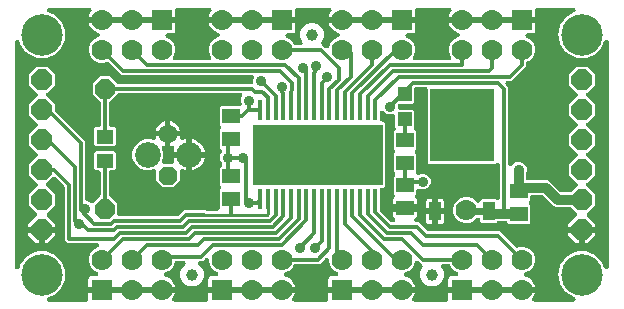
<source format=gbr>
G04 EAGLE Gerber RS-274X export*
G75*
%MOMM*%
%FSLAX34Y34*%
%LPD*%
%INTop Copper*%
%IPPOS*%
%AMOC8*
5,1,8,0,0,1.08239X$1,22.5*%
G01*
%ADD10R,0.300000X1.800000*%
%ADD11R,11.000000X5.200000*%
%ADD12C,0.304800*%
%ADD13P,1.814519X8X112.500000*%
%ADD14R,1.400000X1.200000*%
%ADD15C,1.778000*%
%ADD16R,1.778000X1.778000*%
%ADD17C,3.516000*%
%ADD18C,1.000000*%
%ADD19R,5.400000X6.200000*%
%ADD20R,1.000000X1.600000*%
%ADD21P,1.924489X8X22.500000*%
%ADD22R,1.500000X1.300000*%
%ADD23P,1.732040X8X292.500000*%
%ADD24C,1.600200*%
%ADD25R,1.200000X1.200000*%
%ADD26C,2.184400*%
%ADD27C,0.254000*%
%ADD28C,0.906400*%
%ADD29C,0.812800*%
%ADD30C,0.806400*%
%ADD31C,0.609600*%

G36*
X62756Y2543D02*
X62756Y2543D01*
X62774Y2541D01*
X62956Y2562D01*
X63139Y2581D01*
X63156Y2586D01*
X63173Y2588D01*
X63348Y2645D01*
X63524Y2699D01*
X63539Y2707D01*
X63556Y2713D01*
X63716Y2803D01*
X63878Y2891D01*
X63891Y2902D01*
X63907Y2911D01*
X64046Y3031D01*
X64187Y3148D01*
X64198Y3162D01*
X64212Y3174D01*
X64324Y3319D01*
X64439Y3462D01*
X64447Y3478D01*
X64458Y3492D01*
X64540Y3657D01*
X64625Y3819D01*
X64630Y3836D01*
X64638Y3852D01*
X64685Y4030D01*
X64736Y4206D01*
X64738Y4224D01*
X64742Y4241D01*
X64769Y4572D01*
X64769Y10201D01*
X75732Y10201D01*
X75750Y10202D01*
X75767Y10201D01*
X75950Y10222D01*
X76132Y10241D01*
X76149Y10246D01*
X76167Y10248D01*
X76208Y10261D01*
X76302Y10234D01*
X76320Y10232D01*
X76337Y10228D01*
X76668Y10201D01*
X101132Y10201D01*
X101150Y10202D01*
X101167Y10201D01*
X101350Y10222D01*
X101532Y10241D01*
X101549Y10246D01*
X101567Y10248D01*
X101608Y10261D01*
X101702Y10234D01*
X101720Y10232D01*
X101737Y10228D01*
X102068Y10201D01*
X126532Y10201D01*
X126550Y10202D01*
X126567Y10201D01*
X126750Y10222D01*
X126932Y10241D01*
X126949Y10246D01*
X126967Y10248D01*
X127008Y10261D01*
X127102Y10234D01*
X127120Y10232D01*
X127137Y10228D01*
X127468Y10201D01*
X138177Y10201D01*
X138149Y10023D01*
X137593Y8312D01*
X136776Y6709D01*
X136091Y5766D01*
X136066Y5722D01*
X136033Y5682D01*
X135964Y5548D01*
X135888Y5418D01*
X135871Y5370D01*
X135848Y5325D01*
X135806Y5180D01*
X135757Y5038D01*
X135751Y4987D01*
X135737Y4938D01*
X135724Y4788D01*
X135704Y4638D01*
X135708Y4587D01*
X135704Y4536D01*
X135721Y4387D01*
X135731Y4237D01*
X135745Y4187D01*
X135751Y4137D01*
X135797Y3993D01*
X135837Y3848D01*
X135860Y3802D01*
X135875Y3754D01*
X135949Y3623D01*
X136017Y3488D01*
X136048Y3448D01*
X136073Y3403D01*
X136172Y3289D01*
X136264Y3171D01*
X136303Y3137D01*
X136336Y3098D01*
X136455Y3006D01*
X136570Y2908D01*
X136614Y2883D01*
X136655Y2852D01*
X136789Y2785D01*
X136921Y2711D01*
X136969Y2695D01*
X137015Y2672D01*
X137160Y2633D01*
X137304Y2587D01*
X137354Y2581D01*
X137404Y2568D01*
X137634Y2549D01*
X137704Y2541D01*
X137717Y2542D01*
X137735Y2541D01*
X164338Y2541D01*
X164356Y2543D01*
X164374Y2541D01*
X164556Y2562D01*
X164739Y2581D01*
X164756Y2586D01*
X164773Y2588D01*
X164948Y2645D01*
X165124Y2699D01*
X165139Y2707D01*
X165156Y2713D01*
X165316Y2803D01*
X165478Y2891D01*
X165491Y2902D01*
X165507Y2911D01*
X165646Y3031D01*
X165787Y3148D01*
X165798Y3162D01*
X165812Y3174D01*
X165924Y3319D01*
X166039Y3462D01*
X166047Y3478D01*
X166058Y3492D01*
X166140Y3657D01*
X166225Y3819D01*
X166230Y3836D01*
X166238Y3852D01*
X166285Y4030D01*
X166336Y4206D01*
X166338Y4224D01*
X166342Y4241D01*
X166369Y4572D01*
X166369Y10201D01*
X177332Y10201D01*
X177350Y10202D01*
X177367Y10201D01*
X177550Y10222D01*
X177732Y10241D01*
X177749Y10246D01*
X177767Y10248D01*
X177808Y10261D01*
X177902Y10234D01*
X177920Y10232D01*
X177937Y10228D01*
X178268Y10201D01*
X202732Y10201D01*
X202750Y10202D01*
X202767Y10201D01*
X202950Y10222D01*
X203132Y10241D01*
X203149Y10246D01*
X203167Y10248D01*
X203208Y10261D01*
X203302Y10234D01*
X203320Y10232D01*
X203337Y10228D01*
X203668Y10201D01*
X228132Y10201D01*
X228150Y10202D01*
X228167Y10201D01*
X228350Y10222D01*
X228532Y10241D01*
X228549Y10246D01*
X228567Y10248D01*
X228608Y10261D01*
X228702Y10234D01*
X228720Y10232D01*
X228737Y10228D01*
X229068Y10201D01*
X239777Y10201D01*
X239749Y10023D01*
X239193Y8312D01*
X238376Y6709D01*
X237691Y5766D01*
X237666Y5722D01*
X237633Y5682D01*
X237564Y5548D01*
X237488Y5418D01*
X237471Y5370D01*
X237448Y5325D01*
X237406Y5180D01*
X237357Y5038D01*
X237351Y4987D01*
X237337Y4938D01*
X237324Y4788D01*
X237304Y4638D01*
X237308Y4587D01*
X237304Y4536D01*
X237321Y4387D01*
X237331Y4237D01*
X237345Y4187D01*
X237351Y4137D01*
X237397Y3993D01*
X237437Y3848D01*
X237460Y3802D01*
X237475Y3754D01*
X237549Y3623D01*
X237617Y3488D01*
X237648Y3448D01*
X237673Y3403D01*
X237772Y3289D01*
X237864Y3171D01*
X237903Y3137D01*
X237936Y3098D01*
X238055Y3006D01*
X238170Y2908D01*
X238214Y2883D01*
X238255Y2852D01*
X238389Y2785D01*
X238521Y2711D01*
X238569Y2695D01*
X238615Y2672D01*
X238760Y2633D01*
X238904Y2587D01*
X238954Y2581D01*
X239004Y2568D01*
X239234Y2549D01*
X239304Y2541D01*
X239317Y2542D01*
X239335Y2541D01*
X265938Y2541D01*
X265956Y2543D01*
X265974Y2541D01*
X266156Y2562D01*
X266339Y2581D01*
X266356Y2586D01*
X266373Y2588D01*
X266548Y2645D01*
X266724Y2699D01*
X266739Y2707D01*
X266756Y2713D01*
X266916Y2803D01*
X267078Y2891D01*
X267091Y2902D01*
X267107Y2911D01*
X267246Y3031D01*
X267387Y3148D01*
X267398Y3162D01*
X267412Y3174D01*
X267524Y3319D01*
X267639Y3462D01*
X267647Y3478D01*
X267658Y3492D01*
X267740Y3657D01*
X267825Y3819D01*
X267830Y3836D01*
X267838Y3852D01*
X267885Y4030D01*
X267936Y4206D01*
X267938Y4224D01*
X267942Y4241D01*
X267969Y4572D01*
X267969Y10201D01*
X278932Y10201D01*
X278950Y10202D01*
X278967Y10201D01*
X279150Y10222D01*
X279332Y10241D01*
X279349Y10246D01*
X279367Y10248D01*
X279408Y10261D01*
X279502Y10234D01*
X279520Y10232D01*
X279537Y10228D01*
X279868Y10201D01*
X304332Y10201D01*
X304350Y10202D01*
X304367Y10201D01*
X304550Y10222D01*
X304732Y10241D01*
X304749Y10246D01*
X304767Y10248D01*
X304808Y10261D01*
X304902Y10234D01*
X304920Y10232D01*
X304937Y10228D01*
X305268Y10201D01*
X329732Y10201D01*
X329750Y10202D01*
X329767Y10201D01*
X329950Y10222D01*
X330132Y10241D01*
X330149Y10246D01*
X330167Y10248D01*
X330208Y10261D01*
X330302Y10234D01*
X330320Y10232D01*
X330337Y10228D01*
X330668Y10201D01*
X341377Y10201D01*
X341349Y10023D01*
X340793Y8312D01*
X339976Y6709D01*
X339291Y5766D01*
X339266Y5722D01*
X339233Y5682D01*
X339164Y5548D01*
X339088Y5418D01*
X339071Y5370D01*
X339048Y5325D01*
X339006Y5180D01*
X338957Y5038D01*
X338951Y4987D01*
X338937Y4938D01*
X338924Y4788D01*
X338904Y4638D01*
X338908Y4587D01*
X338904Y4536D01*
X338921Y4387D01*
X338931Y4237D01*
X338945Y4187D01*
X338951Y4137D01*
X338997Y3993D01*
X339037Y3848D01*
X339060Y3802D01*
X339075Y3754D01*
X339149Y3623D01*
X339217Y3488D01*
X339248Y3448D01*
X339273Y3403D01*
X339372Y3289D01*
X339464Y3171D01*
X339503Y3137D01*
X339536Y3098D01*
X339655Y3006D01*
X339770Y2908D01*
X339814Y2883D01*
X339855Y2852D01*
X339989Y2785D01*
X340121Y2711D01*
X340169Y2695D01*
X340215Y2672D01*
X340360Y2633D01*
X340504Y2587D01*
X340554Y2581D01*
X340604Y2568D01*
X340834Y2549D01*
X340904Y2541D01*
X340917Y2542D01*
X340935Y2541D01*
X367538Y2541D01*
X367556Y2543D01*
X367574Y2541D01*
X367756Y2562D01*
X367939Y2581D01*
X367956Y2586D01*
X367973Y2588D01*
X368148Y2645D01*
X368324Y2699D01*
X368339Y2707D01*
X368356Y2713D01*
X368516Y2803D01*
X368678Y2891D01*
X368691Y2902D01*
X368707Y2911D01*
X368846Y3031D01*
X368987Y3148D01*
X368998Y3162D01*
X369012Y3174D01*
X369124Y3319D01*
X369239Y3462D01*
X369247Y3478D01*
X369258Y3492D01*
X369340Y3657D01*
X369425Y3819D01*
X369430Y3836D01*
X369438Y3852D01*
X369485Y4030D01*
X369536Y4206D01*
X369538Y4224D01*
X369542Y4241D01*
X369569Y4572D01*
X369569Y10201D01*
X380532Y10201D01*
X380550Y10202D01*
X380567Y10201D01*
X380750Y10222D01*
X380932Y10241D01*
X380949Y10246D01*
X380967Y10248D01*
X381008Y10261D01*
X381102Y10234D01*
X381120Y10232D01*
X381137Y10228D01*
X381468Y10201D01*
X405932Y10201D01*
X405950Y10202D01*
X405967Y10201D01*
X406150Y10222D01*
X406332Y10241D01*
X406349Y10246D01*
X406367Y10248D01*
X406408Y10261D01*
X406502Y10234D01*
X406520Y10232D01*
X406537Y10228D01*
X406868Y10201D01*
X431332Y10201D01*
X431350Y10202D01*
X431367Y10201D01*
X431550Y10222D01*
X431732Y10241D01*
X431749Y10246D01*
X431767Y10248D01*
X431808Y10261D01*
X431902Y10234D01*
X431920Y10232D01*
X431937Y10228D01*
X432268Y10201D01*
X442977Y10201D01*
X442949Y10023D01*
X442393Y8312D01*
X441576Y6709D01*
X440891Y5766D01*
X440866Y5722D01*
X440833Y5682D01*
X440764Y5548D01*
X440688Y5418D01*
X440671Y5370D01*
X440648Y5325D01*
X440606Y5180D01*
X440557Y5038D01*
X440551Y4987D01*
X440537Y4938D01*
X440524Y4788D01*
X440504Y4638D01*
X440508Y4587D01*
X440504Y4536D01*
X440521Y4387D01*
X440531Y4237D01*
X440545Y4187D01*
X440551Y4137D01*
X440597Y3993D01*
X440637Y3848D01*
X440660Y3802D01*
X440675Y3754D01*
X440749Y3623D01*
X440817Y3488D01*
X440848Y3448D01*
X440873Y3403D01*
X440972Y3289D01*
X441064Y3171D01*
X441103Y3137D01*
X441136Y3098D01*
X441255Y3006D01*
X441370Y2908D01*
X441414Y2883D01*
X441455Y2852D01*
X441589Y2785D01*
X441721Y2711D01*
X441769Y2695D01*
X441815Y2672D01*
X441960Y2633D01*
X442104Y2587D01*
X442154Y2581D01*
X442204Y2568D01*
X442434Y2549D01*
X442504Y2541D01*
X442517Y2542D01*
X442535Y2541D01*
X475261Y2541D01*
X475334Y2548D01*
X475407Y2546D01*
X475534Y2568D01*
X475662Y2581D01*
X475732Y2602D01*
X475804Y2615D01*
X475924Y2661D01*
X476047Y2699D01*
X476111Y2734D01*
X476179Y2760D01*
X476288Y2829D01*
X476401Y2891D01*
X476457Y2937D01*
X476519Y2977D01*
X476611Y3066D01*
X476710Y3148D01*
X476756Y3205D01*
X476809Y3256D01*
X476882Y3362D01*
X476962Y3462D01*
X476996Y3527D01*
X477038Y3587D01*
X477089Y3705D01*
X477148Y3819D01*
X477168Y3890D01*
X477197Y3957D01*
X477224Y4083D01*
X477259Y4206D01*
X477265Y4279D01*
X477280Y4351D01*
X477282Y4479D01*
X477292Y4608D01*
X477284Y4680D01*
X477284Y4754D01*
X477260Y4880D01*
X477245Y5007D01*
X477223Y5077D01*
X477209Y5149D01*
X477160Y5268D01*
X477120Y5390D01*
X477084Y5454D01*
X477057Y5522D01*
X476986Y5629D01*
X476922Y5741D01*
X476875Y5796D01*
X476834Y5857D01*
X476743Y5948D01*
X476659Y6045D01*
X476601Y6090D01*
X476550Y6142D01*
X476410Y6239D01*
X476341Y6292D01*
X476312Y6307D01*
X476277Y6331D01*
X473576Y7890D01*
X473497Y7926D01*
X473338Y8008D01*
X471490Y8773D01*
X470919Y9345D01*
X470842Y9408D01*
X470771Y9479D01*
X470669Y9549D01*
X470607Y9600D01*
X470559Y9625D01*
X470498Y9667D01*
X469140Y10451D01*
X467449Y12779D01*
X467420Y12811D01*
X467242Y13021D01*
X465973Y14290D01*
X465564Y15278D01*
X465529Y15343D01*
X465503Y15411D01*
X465415Y15556D01*
X465374Y15633D01*
X465353Y15659D01*
X465331Y15695D01*
X464224Y17218D01*
X463697Y19697D01*
X463691Y19716D01*
X463688Y19736D01*
X463587Y20052D01*
X462987Y21499D01*
X462987Y22822D01*
X462983Y22868D01*
X462985Y22915D01*
X462953Y23164D01*
X462947Y23222D01*
X462944Y23232D01*
X462943Y23244D01*
X462485Y25400D01*
X462943Y27556D01*
X462948Y27602D01*
X462960Y27647D01*
X462981Y27897D01*
X462987Y27956D01*
X462986Y27966D01*
X462987Y27978D01*
X462987Y29301D01*
X463587Y30748D01*
X463593Y30768D01*
X463602Y30786D01*
X463697Y31103D01*
X464224Y33582D01*
X465331Y35105D01*
X465368Y35168D01*
X465412Y35227D01*
X465490Y35378D01*
X465534Y35453D01*
X465545Y35484D01*
X465564Y35522D01*
X465973Y36510D01*
X467242Y37779D01*
X467269Y37812D01*
X467449Y38021D01*
X469140Y40349D01*
X470498Y41133D01*
X470579Y41191D01*
X470666Y41241D01*
X470760Y41321D01*
X470825Y41367D01*
X470862Y41408D01*
X470919Y41455D01*
X471490Y42027D01*
X473338Y42792D01*
X473414Y42833D01*
X473576Y42910D01*
X476384Y44531D01*
X477634Y44662D01*
X477758Y44688D01*
X477883Y44704D01*
X477967Y44731D01*
X478028Y44744D01*
X478096Y44773D01*
X478199Y44806D01*
X478699Y45013D01*
X480862Y45013D01*
X480944Y45021D01*
X481075Y45024D01*
X484703Y45405D01*
X485604Y45112D01*
X485754Y45080D01*
X485901Y45040D01*
X485956Y45035D01*
X485998Y45026D01*
X486084Y45025D01*
X486232Y45013D01*
X486501Y45013D01*
X488577Y44153D01*
X488641Y44134D01*
X488727Y44098D01*
X492658Y42820D01*
X493134Y42391D01*
X493278Y42286D01*
X493421Y42176D01*
X493443Y42165D01*
X493459Y42153D01*
X493530Y42120D01*
X493708Y42028D01*
X495216Y40521D01*
X495251Y40492D01*
X495293Y40448D01*
X498874Y37224D01*
X499010Y36917D01*
X499012Y36913D01*
X499014Y36909D01*
X499115Y36733D01*
X499186Y36609D01*
X499689Y35393D01*
X499701Y35372D01*
X499710Y35344D01*
X501572Y31162D01*
X501661Y31006D01*
X501747Y30849D01*
X501761Y30832D01*
X501772Y30812D01*
X501890Y30677D01*
X502004Y30539D01*
X502022Y30526D01*
X502036Y30509D01*
X502179Y30399D01*
X502318Y30287D01*
X502338Y30277D01*
X502355Y30263D01*
X502517Y30184D01*
X502675Y30102D01*
X502697Y30095D01*
X502717Y30086D01*
X502890Y30040D01*
X503062Y29990D01*
X503084Y29988D01*
X503106Y29983D01*
X503285Y29972D01*
X503464Y29957D01*
X503486Y29960D01*
X503508Y29959D01*
X503686Y29983D01*
X503863Y30004D01*
X503885Y30011D01*
X503907Y30014D01*
X504076Y30073D01*
X504246Y30129D01*
X504266Y30140D01*
X504287Y30147D01*
X504441Y30239D01*
X504597Y30327D01*
X504614Y30341D01*
X504633Y30353D01*
X504766Y30473D01*
X504902Y30590D01*
X504915Y30608D01*
X504932Y30623D01*
X505039Y30767D01*
X505148Y30908D01*
X505158Y30928D01*
X505171Y30946D01*
X505248Y31108D01*
X505328Y31269D01*
X505333Y31290D01*
X505343Y31310D01*
X505385Y31484D01*
X505432Y31658D01*
X505434Y31682D01*
X505439Y31701D01*
X505442Y31780D01*
X505459Y31988D01*
X505459Y222012D01*
X505442Y222189D01*
X505428Y222369D01*
X505422Y222390D01*
X505419Y222412D01*
X505367Y222583D01*
X505318Y222756D01*
X505308Y222776D01*
X505301Y222797D01*
X505216Y222955D01*
X505134Y223114D01*
X505120Y223132D01*
X505109Y223151D01*
X504995Y223289D01*
X504883Y223429D01*
X504866Y223444D01*
X504852Y223461D01*
X504712Y223573D01*
X504575Y223688D01*
X504555Y223699D01*
X504538Y223713D01*
X504379Y223795D01*
X504222Y223882D01*
X504200Y223888D01*
X504181Y223898D01*
X504008Y223948D01*
X503837Y224001D01*
X503815Y224004D01*
X503794Y224010D01*
X503614Y224025D01*
X503437Y224043D01*
X503415Y224041D01*
X503392Y224043D01*
X503215Y224022D01*
X503036Y224005D01*
X503015Y223998D01*
X502993Y223996D01*
X502822Y223940D01*
X502651Y223888D01*
X502631Y223878D01*
X502610Y223871D01*
X502453Y223783D01*
X502296Y223698D01*
X502279Y223684D01*
X502259Y223673D01*
X502124Y223556D01*
X501985Y223442D01*
X501971Y223424D01*
X501955Y223410D01*
X501845Y223269D01*
X501732Y223129D01*
X501720Y223107D01*
X501708Y223092D01*
X501672Y223020D01*
X501572Y222838D01*
X499710Y218656D01*
X499703Y218634D01*
X499689Y218607D01*
X499189Y217400D01*
X499174Y217382D01*
X499172Y217377D01*
X499169Y217374D01*
X499010Y217083D01*
X498874Y216776D01*
X495293Y213552D01*
X495262Y213518D01*
X495215Y213479D01*
X493708Y211971D01*
X493558Y211891D01*
X493398Y211810D01*
X493379Y211795D01*
X493361Y211786D01*
X493300Y211735D01*
X493134Y211609D01*
X492658Y211180D01*
X488727Y209902D01*
X488666Y209876D01*
X488577Y209847D01*
X486501Y208987D01*
X486232Y208987D01*
X486080Y208972D01*
X485927Y208964D01*
X485874Y208952D01*
X485832Y208947D01*
X485749Y208922D01*
X485604Y208888D01*
X484703Y208595D01*
X481075Y208976D01*
X480993Y208977D01*
X480862Y208987D01*
X478699Y208987D01*
X478199Y209194D01*
X478078Y209231D01*
X477960Y209276D01*
X477874Y209292D01*
X477814Y209311D01*
X477740Y209318D01*
X477634Y209338D01*
X476384Y209469D01*
X473576Y211090D01*
X473497Y211126D01*
X473338Y211208D01*
X471490Y211973D01*
X470919Y212545D01*
X470842Y212608D01*
X470771Y212679D01*
X470669Y212749D01*
X470607Y212800D01*
X470559Y212825D01*
X470498Y212867D01*
X469140Y213651D01*
X467449Y215979D01*
X467420Y216011D01*
X467242Y216221D01*
X465973Y217490D01*
X465564Y218478D01*
X465529Y218543D01*
X465503Y218611D01*
X465415Y218756D01*
X465374Y218833D01*
X465353Y218859D01*
X465331Y218895D01*
X464224Y220418D01*
X463697Y222897D01*
X463691Y222916D01*
X463688Y222936D01*
X463587Y223252D01*
X462987Y224699D01*
X462987Y226022D01*
X462983Y226068D01*
X462985Y226115D01*
X462953Y226364D01*
X462947Y226422D01*
X462944Y226432D01*
X462943Y226444D01*
X462485Y228600D01*
X462943Y230756D01*
X462948Y230802D01*
X462960Y230847D01*
X462981Y231097D01*
X462987Y231156D01*
X462986Y231166D01*
X462987Y231178D01*
X462987Y232501D01*
X463587Y233948D01*
X463593Y233968D01*
X463602Y233986D01*
X463697Y234303D01*
X464224Y236782D01*
X465331Y238305D01*
X465368Y238368D01*
X465412Y238427D01*
X465490Y238578D01*
X465534Y238653D01*
X465545Y238684D01*
X465564Y238722D01*
X465973Y239710D01*
X467242Y240979D01*
X467269Y241012D01*
X467449Y241221D01*
X469140Y243549D01*
X470498Y244333D01*
X470579Y244391D01*
X470666Y244441D01*
X470760Y244521D01*
X470825Y244567D01*
X470862Y244608D01*
X470919Y244655D01*
X471490Y245227D01*
X473338Y245992D01*
X473414Y246033D01*
X473576Y246110D01*
X476277Y247669D01*
X476336Y247712D01*
X476401Y247747D01*
X476499Y247829D01*
X476604Y247904D01*
X476654Y247957D01*
X476710Y248004D01*
X476790Y248104D01*
X476878Y248199D01*
X476916Y248261D01*
X476962Y248318D01*
X477021Y248432D01*
X477089Y248542D01*
X477114Y248610D01*
X477148Y248675D01*
X477183Y248799D01*
X477228Y248919D01*
X477239Y248992D01*
X477259Y249062D01*
X477270Y249191D01*
X477289Y249317D01*
X477286Y249390D01*
X477292Y249464D01*
X477277Y249591D01*
X477271Y249720D01*
X477254Y249791D01*
X477245Y249863D01*
X477205Y249986D01*
X477174Y250110D01*
X477143Y250176D01*
X477120Y250246D01*
X477057Y250358D01*
X477002Y250474D01*
X476958Y250533D01*
X476922Y250597D01*
X476839Y250694D01*
X476762Y250797D01*
X476707Y250846D01*
X476659Y250902D01*
X476558Y250980D01*
X476462Y251066D01*
X476399Y251103D01*
X476341Y251148D01*
X476226Y251206D01*
X476115Y251271D01*
X476046Y251295D01*
X475981Y251328D01*
X475856Y251361D01*
X475735Y251403D01*
X475663Y251413D01*
X475592Y251432D01*
X475423Y251446D01*
X475336Y251458D01*
X475303Y251456D01*
X475261Y251459D01*
X445262Y251459D01*
X445244Y251457D01*
X445226Y251459D01*
X445044Y251438D01*
X444861Y251419D01*
X444844Y251414D01*
X444827Y251412D01*
X444652Y251355D01*
X444476Y251301D01*
X444461Y251293D01*
X444444Y251287D01*
X444284Y251197D01*
X444122Y251109D01*
X444109Y251098D01*
X444093Y251089D01*
X443954Y250969D01*
X443813Y250852D01*
X443802Y250838D01*
X443788Y250826D01*
X443676Y250681D01*
X443561Y250538D01*
X443553Y250522D01*
X443542Y250508D01*
X443460Y250343D01*
X443375Y250181D01*
X443370Y250164D01*
X443362Y250148D01*
X443315Y249969D01*
X443264Y249794D01*
X443262Y249776D01*
X443258Y249759D01*
X443231Y249428D01*
X443231Y243799D01*
X432268Y243799D01*
X432250Y243797D01*
X432233Y243799D01*
X432050Y243778D01*
X431868Y243759D01*
X431851Y243754D01*
X431833Y243752D01*
X431792Y243739D01*
X431698Y243766D01*
X431680Y243768D01*
X431663Y243772D01*
X431332Y243799D01*
X406868Y243799D01*
X406850Y243797D01*
X406833Y243799D01*
X406650Y243778D01*
X406468Y243759D01*
X406451Y243754D01*
X406433Y243752D01*
X406392Y243739D01*
X406298Y243766D01*
X406280Y243768D01*
X406263Y243772D01*
X405932Y243799D01*
X381468Y243799D01*
X381450Y243797D01*
X381433Y243799D01*
X381250Y243778D01*
X381068Y243759D01*
X381051Y243754D01*
X381033Y243752D01*
X380992Y243739D01*
X380898Y243766D01*
X380880Y243768D01*
X380863Y243772D01*
X380532Y243799D01*
X369823Y243799D01*
X369851Y243977D01*
X370407Y245688D01*
X371224Y247291D01*
X371909Y248234D01*
X371934Y248278D01*
X371967Y248318D01*
X372036Y248452D01*
X372112Y248582D01*
X372129Y248630D01*
X372152Y248675D01*
X372194Y248820D01*
X372243Y248962D01*
X372249Y249013D01*
X372263Y249062D01*
X372276Y249212D01*
X372296Y249362D01*
X372292Y249413D01*
X372296Y249464D01*
X372279Y249613D01*
X372269Y249763D01*
X372255Y249813D01*
X372249Y249863D01*
X372203Y250007D01*
X372163Y250152D01*
X372140Y250198D01*
X372125Y250246D01*
X372051Y250377D01*
X371983Y250512D01*
X371952Y250552D01*
X371927Y250597D01*
X371828Y250711D01*
X371736Y250829D01*
X371697Y250863D01*
X371664Y250902D01*
X371545Y250994D01*
X371430Y251092D01*
X371386Y251117D01*
X371345Y251148D01*
X371211Y251215D01*
X371079Y251289D01*
X371031Y251305D01*
X370985Y251328D01*
X370840Y251367D01*
X370696Y251413D01*
X370646Y251419D01*
X370596Y251432D01*
X370366Y251451D01*
X370296Y251459D01*
X370283Y251458D01*
X370265Y251459D01*
X343662Y251459D01*
X343644Y251457D01*
X343626Y251459D01*
X343444Y251438D01*
X343261Y251419D01*
X343244Y251414D01*
X343227Y251412D01*
X343052Y251355D01*
X342876Y251301D01*
X342861Y251293D01*
X342844Y251287D01*
X342684Y251197D01*
X342522Y251109D01*
X342509Y251098D01*
X342493Y251089D01*
X342354Y250969D01*
X342213Y250852D01*
X342202Y250838D01*
X342188Y250826D01*
X342076Y250681D01*
X341961Y250538D01*
X341953Y250522D01*
X341942Y250508D01*
X341860Y250343D01*
X341775Y250181D01*
X341770Y250164D01*
X341762Y250148D01*
X341715Y249969D01*
X341664Y249794D01*
X341662Y249776D01*
X341658Y249759D01*
X341631Y249428D01*
X341631Y243799D01*
X330668Y243799D01*
X330650Y243797D01*
X330633Y243799D01*
X330450Y243778D01*
X330268Y243759D01*
X330251Y243754D01*
X330233Y243752D01*
X330192Y243739D01*
X330098Y243766D01*
X330080Y243768D01*
X330063Y243772D01*
X329732Y243799D01*
X305268Y243799D01*
X305250Y243797D01*
X305233Y243799D01*
X305050Y243778D01*
X304868Y243759D01*
X304851Y243754D01*
X304833Y243752D01*
X304792Y243739D01*
X304698Y243766D01*
X304680Y243768D01*
X304663Y243772D01*
X304332Y243799D01*
X279868Y243799D01*
X279850Y243797D01*
X279833Y243799D01*
X279650Y243778D01*
X279468Y243759D01*
X279451Y243754D01*
X279433Y243752D01*
X279392Y243739D01*
X279298Y243766D01*
X279280Y243768D01*
X279263Y243772D01*
X278932Y243799D01*
X268223Y243799D01*
X268251Y243977D01*
X268807Y245688D01*
X269624Y247291D01*
X270309Y248234D01*
X270334Y248278D01*
X270367Y248318D01*
X270436Y248452D01*
X270512Y248582D01*
X270529Y248630D01*
X270552Y248675D01*
X270594Y248820D01*
X270643Y248962D01*
X270649Y249013D01*
X270663Y249062D01*
X270676Y249212D01*
X270696Y249362D01*
X270692Y249413D01*
X270696Y249464D01*
X270679Y249613D01*
X270669Y249763D01*
X270655Y249813D01*
X270649Y249863D01*
X270603Y250007D01*
X270563Y250152D01*
X270540Y250198D01*
X270525Y250246D01*
X270451Y250377D01*
X270383Y250512D01*
X270352Y250552D01*
X270327Y250597D01*
X270228Y250711D01*
X270136Y250829D01*
X270097Y250863D01*
X270064Y250902D01*
X269945Y250994D01*
X269830Y251092D01*
X269786Y251117D01*
X269745Y251148D01*
X269611Y251215D01*
X269479Y251289D01*
X269431Y251305D01*
X269385Y251328D01*
X269240Y251367D01*
X269096Y251413D01*
X269046Y251419D01*
X268996Y251432D01*
X268766Y251451D01*
X268696Y251459D01*
X268683Y251458D01*
X268665Y251459D01*
X242062Y251459D01*
X242044Y251457D01*
X242026Y251459D01*
X241844Y251438D01*
X241661Y251419D01*
X241644Y251414D01*
X241627Y251412D01*
X241452Y251355D01*
X241276Y251301D01*
X241261Y251293D01*
X241244Y251287D01*
X241084Y251197D01*
X240922Y251109D01*
X240909Y251098D01*
X240893Y251089D01*
X240754Y250969D01*
X240613Y250852D01*
X240602Y250838D01*
X240588Y250826D01*
X240476Y250681D01*
X240361Y250538D01*
X240353Y250522D01*
X240342Y250508D01*
X240260Y250343D01*
X240175Y250181D01*
X240170Y250164D01*
X240162Y250148D01*
X240115Y249969D01*
X240064Y249794D01*
X240062Y249776D01*
X240058Y249759D01*
X240031Y249428D01*
X240031Y243799D01*
X229068Y243799D01*
X229050Y243797D01*
X229033Y243799D01*
X228850Y243778D01*
X228668Y243759D01*
X228651Y243754D01*
X228633Y243752D01*
X228592Y243739D01*
X228498Y243766D01*
X228480Y243768D01*
X228463Y243772D01*
X228132Y243799D01*
X203668Y243799D01*
X203650Y243797D01*
X203633Y243799D01*
X203450Y243778D01*
X203268Y243759D01*
X203251Y243754D01*
X203233Y243752D01*
X203192Y243739D01*
X203098Y243766D01*
X203080Y243768D01*
X203063Y243772D01*
X202732Y243799D01*
X178268Y243799D01*
X178250Y243797D01*
X178233Y243799D01*
X178050Y243778D01*
X177868Y243759D01*
X177851Y243754D01*
X177833Y243752D01*
X177792Y243739D01*
X177698Y243766D01*
X177680Y243768D01*
X177663Y243772D01*
X177332Y243799D01*
X166623Y243799D01*
X166651Y243977D01*
X167207Y245688D01*
X168024Y247291D01*
X168709Y248234D01*
X168734Y248278D01*
X168767Y248318D01*
X168836Y248452D01*
X168912Y248582D01*
X168929Y248630D01*
X168952Y248675D01*
X168994Y248820D01*
X169043Y248962D01*
X169049Y249013D01*
X169063Y249062D01*
X169076Y249212D01*
X169096Y249362D01*
X169092Y249413D01*
X169096Y249464D01*
X169079Y249613D01*
X169069Y249763D01*
X169055Y249813D01*
X169049Y249863D01*
X169003Y250007D01*
X168963Y250152D01*
X168940Y250198D01*
X168925Y250246D01*
X168851Y250377D01*
X168783Y250512D01*
X168752Y250552D01*
X168727Y250597D01*
X168628Y250711D01*
X168536Y250829D01*
X168497Y250863D01*
X168464Y250902D01*
X168345Y250994D01*
X168230Y251092D01*
X168186Y251117D01*
X168145Y251148D01*
X168011Y251215D01*
X167879Y251289D01*
X167831Y251305D01*
X167785Y251328D01*
X167640Y251367D01*
X167496Y251413D01*
X167446Y251419D01*
X167396Y251432D01*
X167166Y251451D01*
X167096Y251459D01*
X167083Y251458D01*
X167065Y251459D01*
X140462Y251459D01*
X140444Y251457D01*
X140426Y251459D01*
X140244Y251438D01*
X140061Y251419D01*
X140044Y251414D01*
X140027Y251412D01*
X139852Y251355D01*
X139676Y251301D01*
X139661Y251293D01*
X139644Y251287D01*
X139484Y251197D01*
X139322Y251109D01*
X139309Y251098D01*
X139293Y251089D01*
X139154Y250969D01*
X139013Y250852D01*
X139002Y250838D01*
X138988Y250826D01*
X138876Y250681D01*
X138761Y250538D01*
X138753Y250522D01*
X138742Y250508D01*
X138660Y250343D01*
X138575Y250181D01*
X138570Y250164D01*
X138562Y250148D01*
X138515Y249969D01*
X138464Y249794D01*
X138462Y249776D01*
X138458Y249759D01*
X138431Y249428D01*
X138431Y243799D01*
X127468Y243799D01*
X127450Y243797D01*
X127433Y243799D01*
X127250Y243778D01*
X127068Y243759D01*
X127051Y243754D01*
X127033Y243752D01*
X126992Y243739D01*
X126898Y243766D01*
X126880Y243768D01*
X126863Y243772D01*
X126532Y243799D01*
X102068Y243799D01*
X102050Y243797D01*
X102033Y243799D01*
X101850Y243778D01*
X101668Y243759D01*
X101651Y243754D01*
X101633Y243752D01*
X101592Y243739D01*
X101498Y243766D01*
X101480Y243768D01*
X101463Y243772D01*
X101132Y243799D01*
X76668Y243799D01*
X76650Y243797D01*
X76633Y243799D01*
X76450Y243778D01*
X76268Y243759D01*
X76251Y243754D01*
X76233Y243752D01*
X76192Y243739D01*
X76098Y243766D01*
X76080Y243768D01*
X76063Y243772D01*
X75732Y243799D01*
X65023Y243799D01*
X65051Y243977D01*
X65607Y245688D01*
X66424Y247291D01*
X67109Y248234D01*
X67134Y248278D01*
X67167Y248318D01*
X67236Y248452D01*
X67312Y248582D01*
X67329Y248630D01*
X67352Y248675D01*
X67394Y248820D01*
X67443Y248962D01*
X67449Y249013D01*
X67463Y249062D01*
X67476Y249212D01*
X67496Y249362D01*
X67492Y249413D01*
X67496Y249464D01*
X67479Y249613D01*
X67469Y249763D01*
X67455Y249813D01*
X67449Y249863D01*
X67403Y250007D01*
X67363Y250152D01*
X67340Y250198D01*
X67325Y250246D01*
X67251Y250377D01*
X67183Y250512D01*
X67152Y250552D01*
X67127Y250597D01*
X67028Y250711D01*
X66936Y250829D01*
X66897Y250863D01*
X66864Y250902D01*
X66745Y250994D01*
X66630Y251092D01*
X66586Y251117D01*
X66545Y251148D01*
X66411Y251215D01*
X66279Y251289D01*
X66231Y251305D01*
X66185Y251328D01*
X66040Y251367D01*
X65896Y251413D01*
X65846Y251419D01*
X65796Y251432D01*
X65566Y251451D01*
X65496Y251459D01*
X65483Y251458D01*
X65465Y251459D01*
X31675Y251459D01*
X31671Y251459D01*
X31666Y251459D01*
X31472Y251439D01*
X31274Y251419D01*
X31270Y251418D01*
X31266Y251418D01*
X31080Y251360D01*
X30890Y251301D01*
X30886Y251299D01*
X30881Y251298D01*
X30710Y251204D01*
X30536Y251109D01*
X30532Y251107D01*
X30528Y251104D01*
X30379Y250979D01*
X30226Y250852D01*
X30223Y250848D01*
X30220Y250845D01*
X30099Y250693D01*
X29974Y250538D01*
X29972Y250534D01*
X29969Y250531D01*
X29880Y250356D01*
X29788Y250181D01*
X29787Y250176D01*
X29785Y250172D01*
X29732Y249985D01*
X29677Y249794D01*
X29677Y249789D01*
X29675Y249785D01*
X29661Y249592D01*
X29644Y249392D01*
X29645Y249388D01*
X29644Y249384D01*
X29668Y249191D01*
X29691Y248993D01*
X29692Y248988D01*
X29693Y248984D01*
X29754Y248801D01*
X29816Y248610D01*
X29818Y248606D01*
X29820Y248602D01*
X29917Y248432D01*
X30014Y248259D01*
X30017Y248256D01*
X30019Y248252D01*
X30150Y248101D01*
X30277Y247955D01*
X30280Y247952D01*
X30283Y247948D01*
X30440Y247828D01*
X30595Y247708D01*
X30599Y247706D01*
X30603Y247703D01*
X30898Y247551D01*
X31377Y247353D01*
X31441Y247334D01*
X31527Y247298D01*
X35458Y246020D01*
X35934Y245591D01*
X36078Y245486D01*
X36221Y245376D01*
X36243Y245365D01*
X36259Y245353D01*
X36330Y245320D01*
X36508Y245228D01*
X38016Y243721D01*
X38051Y243692D01*
X38093Y243648D01*
X41674Y240424D01*
X41810Y240117D01*
X41812Y240113D01*
X41814Y240109D01*
X41914Y239935D01*
X41986Y239809D01*
X42489Y238593D01*
X42501Y238572D01*
X42510Y238544D01*
X45076Y232782D01*
X45076Y224418D01*
X42510Y218656D01*
X42503Y218634D01*
X42489Y218607D01*
X41989Y217400D01*
X41974Y217382D01*
X41972Y217377D01*
X41969Y217374D01*
X41810Y217083D01*
X41674Y216776D01*
X38093Y213552D01*
X38062Y213518D01*
X38015Y213479D01*
X36508Y211971D01*
X36358Y211891D01*
X36198Y211810D01*
X36179Y211795D01*
X36161Y211786D01*
X36100Y211735D01*
X35934Y211609D01*
X35458Y211180D01*
X31527Y209902D01*
X31466Y209876D01*
X31377Y209847D01*
X29301Y208987D01*
X29032Y208987D01*
X28880Y208972D01*
X28727Y208964D01*
X28674Y208952D01*
X28632Y208947D01*
X28549Y208922D01*
X28404Y208888D01*
X27503Y208595D01*
X23875Y208976D01*
X23793Y208977D01*
X23662Y208987D01*
X21499Y208987D01*
X20999Y209194D01*
X20878Y209231D01*
X20760Y209276D01*
X20674Y209292D01*
X20614Y209311D01*
X20540Y209318D01*
X20434Y209338D01*
X19184Y209469D01*
X16376Y211090D01*
X16297Y211126D01*
X16138Y211208D01*
X14290Y211973D01*
X13719Y212545D01*
X13642Y212608D01*
X13571Y212679D01*
X13469Y212749D01*
X13407Y212800D01*
X13359Y212825D01*
X13298Y212867D01*
X11940Y213651D01*
X10249Y215979D01*
X10220Y216011D01*
X10042Y216221D01*
X8773Y217490D01*
X8364Y218478D01*
X8329Y218543D01*
X8303Y218611D01*
X8215Y218756D01*
X8174Y218833D01*
X8153Y218859D01*
X8131Y218895D01*
X7024Y220418D01*
X6559Y222605D01*
X6501Y222787D01*
X6445Y222969D01*
X6440Y222979D01*
X6437Y222989D01*
X6344Y223155D01*
X6253Y223323D01*
X6246Y223331D01*
X6241Y223341D01*
X6118Y223486D01*
X5996Y223632D01*
X5987Y223639D01*
X5980Y223647D01*
X5830Y223765D01*
X5682Y223884D01*
X5672Y223889D01*
X5663Y223896D01*
X5493Y223983D01*
X5325Y224070D01*
X5314Y224073D01*
X5304Y224078D01*
X5121Y224128D01*
X4938Y224181D01*
X4927Y224182D01*
X4916Y224185D01*
X4727Y224198D01*
X4536Y224214D01*
X4525Y224213D01*
X4514Y224214D01*
X4324Y224189D01*
X4137Y224167D01*
X4126Y224164D01*
X4115Y224162D01*
X3934Y224101D01*
X3754Y224042D01*
X3744Y224037D01*
X3734Y224033D01*
X3570Y223939D01*
X3403Y223844D01*
X3395Y223837D01*
X3385Y223832D01*
X3243Y223706D01*
X3098Y223581D01*
X3092Y223572D01*
X3083Y223565D01*
X2968Y223413D01*
X2852Y223263D01*
X2847Y223253D01*
X2840Y223244D01*
X2757Y223073D01*
X2672Y222903D01*
X2670Y222892D01*
X2665Y222882D01*
X2618Y222699D01*
X2568Y222514D01*
X2567Y222502D01*
X2564Y222492D01*
X2561Y222433D01*
X2541Y222183D01*
X2541Y31817D01*
X2560Y31627D01*
X2576Y31438D01*
X2580Y31427D01*
X2581Y31416D01*
X2636Y31234D01*
X2690Y31052D01*
X2696Y31042D01*
X2699Y31031D01*
X2789Y30864D01*
X2878Y30696D01*
X2885Y30687D01*
X2891Y30677D01*
X3012Y30531D01*
X3133Y30384D01*
X3141Y30377D01*
X3148Y30368D01*
X3297Y30249D01*
X3444Y30128D01*
X3453Y30123D01*
X3462Y30116D01*
X3630Y30029D01*
X3799Y29938D01*
X3810Y29935D01*
X3819Y29930D01*
X4002Y29878D01*
X4185Y29823D01*
X4195Y29822D01*
X4206Y29819D01*
X4396Y29803D01*
X4585Y29786D01*
X4597Y29787D01*
X4608Y29786D01*
X4796Y29808D01*
X4986Y29828D01*
X4996Y29832D01*
X5007Y29833D01*
X5189Y29892D01*
X5370Y29949D01*
X5379Y29954D01*
X5390Y29958D01*
X5557Y30052D01*
X5723Y30143D01*
X5731Y30150D01*
X5741Y30156D01*
X5885Y30280D01*
X6030Y30403D01*
X6037Y30411D01*
X6045Y30419D01*
X6162Y30569D01*
X6280Y30718D01*
X6286Y30728D01*
X6292Y30737D01*
X6377Y30907D01*
X6464Y31077D01*
X6467Y31088D01*
X6472Y31097D01*
X6487Y31155D01*
X6559Y31395D01*
X7024Y33582D01*
X8131Y35105D01*
X8168Y35168D01*
X8212Y35227D01*
X8290Y35378D01*
X8334Y35453D01*
X8345Y35484D01*
X8364Y35522D01*
X8773Y36510D01*
X10042Y37779D01*
X10069Y37812D01*
X10249Y38021D01*
X11940Y40349D01*
X13298Y41133D01*
X13379Y41191D01*
X13466Y41241D01*
X13560Y41321D01*
X13625Y41367D01*
X13662Y41408D01*
X13719Y41455D01*
X14290Y42027D01*
X16138Y42792D01*
X16214Y42833D01*
X16376Y42910D01*
X19184Y44531D01*
X20434Y44662D01*
X20558Y44688D01*
X20683Y44704D01*
X20767Y44731D01*
X20828Y44744D01*
X20896Y44773D01*
X20999Y44806D01*
X21499Y45013D01*
X23662Y45013D01*
X23744Y45021D01*
X23875Y45024D01*
X27503Y45405D01*
X28404Y45112D01*
X28554Y45080D01*
X28701Y45040D01*
X28756Y45035D01*
X28798Y45026D01*
X28884Y45025D01*
X29032Y45013D01*
X29301Y45013D01*
X31377Y44153D01*
X31441Y44134D01*
X31527Y44098D01*
X35458Y42820D01*
X35934Y42391D01*
X36078Y42286D01*
X36221Y42176D01*
X36243Y42165D01*
X36259Y42153D01*
X36330Y42120D01*
X36508Y42028D01*
X38016Y40521D01*
X38051Y40492D01*
X38093Y40448D01*
X41674Y37224D01*
X41810Y36917D01*
X41812Y36913D01*
X41814Y36909D01*
X41915Y36733D01*
X41986Y36609D01*
X42489Y35393D01*
X42501Y35372D01*
X42510Y35344D01*
X45076Y29582D01*
X45076Y21218D01*
X42510Y15456D01*
X42503Y15434D01*
X42489Y15407D01*
X41989Y14200D01*
X41974Y14182D01*
X41972Y14177D01*
X41969Y14174D01*
X41810Y13883D01*
X41674Y13576D01*
X38093Y10352D01*
X38062Y10318D01*
X38015Y10279D01*
X36508Y8771D01*
X36358Y8691D01*
X36198Y8610D01*
X36179Y8595D01*
X36161Y8586D01*
X36100Y8535D01*
X35934Y8409D01*
X35458Y7980D01*
X31527Y6702D01*
X31466Y6676D01*
X31377Y6647D01*
X30898Y6449D01*
X30894Y6447D01*
X30890Y6445D01*
X30717Y6352D01*
X30543Y6258D01*
X30539Y6256D01*
X30536Y6253D01*
X30386Y6129D01*
X30233Y6002D01*
X30230Y5998D01*
X30226Y5996D01*
X30104Y5844D01*
X29979Y5689D01*
X29977Y5685D01*
X29974Y5682D01*
X29885Y5511D01*
X29792Y5333D01*
X29790Y5328D01*
X29788Y5325D01*
X29735Y5137D01*
X29679Y4946D01*
X29678Y4942D01*
X29677Y4938D01*
X29661Y4739D01*
X29644Y4545D01*
X29645Y4541D01*
X29644Y4536D01*
X29667Y4339D01*
X29689Y4145D01*
X29691Y4141D01*
X29691Y4137D01*
X29753Y3947D01*
X29812Y3762D01*
X29815Y3758D01*
X29816Y3754D01*
X29914Y3580D01*
X30009Y3410D01*
X30012Y3407D01*
X30014Y3403D01*
X30143Y3254D01*
X30271Y3105D01*
X30274Y3102D01*
X30277Y3098D01*
X30431Y2979D01*
X30588Y2856D01*
X30592Y2854D01*
X30595Y2852D01*
X30770Y2765D01*
X30947Y2676D01*
X30952Y2674D01*
X30956Y2672D01*
X31146Y2621D01*
X31336Y2569D01*
X31340Y2569D01*
X31344Y2568D01*
X31675Y2541D01*
X62738Y2541D01*
X62756Y2543D01*
G37*
%LPC*%
G36*
X431698Y15166D02*
X431698Y15166D01*
X431680Y15168D01*
X431663Y15172D01*
X431332Y15199D01*
X406868Y15199D01*
X406850Y15197D01*
X406833Y15199D01*
X406650Y15178D01*
X406468Y15159D01*
X406451Y15154D01*
X406433Y15152D01*
X406392Y15139D01*
X406298Y15166D01*
X406280Y15168D01*
X406263Y15172D01*
X405932Y15199D01*
X381468Y15199D01*
X381450Y15197D01*
X381433Y15199D01*
X381250Y15178D01*
X381068Y15159D01*
X381051Y15154D01*
X381033Y15152D01*
X380992Y15139D01*
X380898Y15166D01*
X380880Y15168D01*
X380863Y15172D01*
X380532Y15199D01*
X369569Y15199D01*
X369569Y21925D01*
X369742Y22571D01*
X370077Y23150D01*
X370550Y23623D01*
X371129Y23958D01*
X371775Y24131D01*
X375971Y24131D01*
X375975Y24131D01*
X375979Y24131D01*
X376173Y24151D01*
X376371Y24171D01*
X376375Y24172D01*
X376380Y24172D01*
X376566Y24230D01*
X376756Y24289D01*
X376760Y24291D01*
X376764Y24292D01*
X376935Y24386D01*
X377110Y24481D01*
X377114Y24483D01*
X377117Y24486D01*
X377269Y24613D01*
X377419Y24738D01*
X377422Y24742D01*
X377426Y24745D01*
X377549Y24899D01*
X377672Y25052D01*
X377674Y25056D01*
X377677Y25059D01*
X377766Y25234D01*
X377857Y25409D01*
X377858Y25414D01*
X377860Y25418D01*
X377914Y25605D01*
X377969Y25796D01*
X377969Y25801D01*
X377970Y25805D01*
X377985Y25994D01*
X378001Y26198D01*
X378001Y26202D01*
X378001Y26206D01*
X377978Y26395D01*
X377955Y26597D01*
X377953Y26602D01*
X377953Y26606D01*
X377892Y26789D01*
X377830Y26980D01*
X377827Y26984D01*
X377826Y26988D01*
X377729Y27158D01*
X377632Y27331D01*
X377629Y27334D01*
X377627Y27338D01*
X377496Y27489D01*
X377369Y27635D01*
X377365Y27638D01*
X377362Y27642D01*
X377206Y27762D01*
X377051Y27882D01*
X377047Y27884D01*
X377043Y27887D01*
X376748Y28039D01*
X374813Y28840D01*
X371740Y31913D01*
X371170Y33289D01*
X371159Y33309D01*
X371153Y33330D01*
X371064Y33486D01*
X370980Y33644D01*
X370966Y33661D01*
X370955Y33681D01*
X370838Y33816D01*
X370723Y33955D01*
X370706Y33969D01*
X370691Y33986D01*
X370550Y34095D01*
X370411Y34208D01*
X370391Y34219D01*
X370373Y34232D01*
X370213Y34312D01*
X370054Y34395D01*
X370033Y34402D01*
X370013Y34412D01*
X369839Y34458D01*
X369668Y34508D01*
X369646Y34510D01*
X369624Y34516D01*
X369293Y34543D01*
X365504Y34543D01*
X365495Y34542D01*
X365486Y34543D01*
X365295Y34522D01*
X365103Y34503D01*
X365095Y34501D01*
X365086Y34500D01*
X364902Y34442D01*
X364718Y34385D01*
X364710Y34381D01*
X364702Y34378D01*
X364534Y34285D01*
X364364Y34193D01*
X364357Y34188D01*
X364349Y34183D01*
X364202Y34059D01*
X364055Y33936D01*
X364049Y33929D01*
X364042Y33923D01*
X363923Y33771D01*
X363803Y33622D01*
X363798Y33614D01*
X363793Y33607D01*
X363705Y33434D01*
X363617Y33265D01*
X363615Y33256D01*
X363611Y33248D01*
X363558Y33061D01*
X363506Y32878D01*
X363505Y32869D01*
X363503Y32860D01*
X363489Y32668D01*
X363473Y32476D01*
X363474Y32468D01*
X363473Y32459D01*
X363497Y32266D01*
X363520Y32077D01*
X363523Y32068D01*
X363524Y32059D01*
X363585Y31876D01*
X363645Y31694D01*
X363649Y31686D01*
X363652Y31677D01*
X363748Y31511D01*
X363842Y31343D01*
X363848Y31336D01*
X363853Y31329D01*
X364068Y31076D01*
X364078Y31065D01*
X365601Y27389D01*
X365601Y23411D01*
X364078Y19735D01*
X361265Y16922D01*
X357589Y15399D01*
X353611Y15399D01*
X349935Y16922D01*
X347122Y19735D01*
X345599Y23411D01*
X345599Y27389D01*
X347122Y31065D01*
X347133Y31076D01*
X347138Y31083D01*
X347145Y31088D01*
X347265Y31238D01*
X347388Y31387D01*
X347392Y31395D01*
X347397Y31402D01*
X347486Y31573D01*
X347576Y31743D01*
X347579Y31751D01*
X347583Y31759D01*
X347636Y31945D01*
X347691Y32129D01*
X347692Y32138D01*
X347694Y32146D01*
X347710Y32338D01*
X347727Y32530D01*
X347726Y32539D01*
X347727Y32548D01*
X347705Y32737D01*
X347684Y32930D01*
X347681Y32939D01*
X347680Y32947D01*
X347621Y33129D01*
X347563Y33314D01*
X347558Y33322D01*
X347555Y33330D01*
X347460Y33499D01*
X347368Y33666D01*
X347362Y33673D01*
X347358Y33681D01*
X347232Y33827D01*
X347107Y33973D01*
X347100Y33979D01*
X347094Y33986D01*
X346961Y34089D01*
X344444Y36606D01*
X344434Y36615D01*
X344425Y36625D01*
X344278Y36742D01*
X344132Y36861D01*
X344121Y36867D01*
X344110Y36876D01*
X343943Y36962D01*
X343777Y37050D01*
X343764Y37054D01*
X343752Y37060D01*
X343572Y37111D01*
X343391Y37165D01*
X343377Y37166D01*
X343365Y37169D01*
X343179Y37184D01*
X342990Y37201D01*
X342976Y37200D01*
X342963Y37201D01*
X342779Y37178D01*
X342590Y37158D01*
X342577Y37154D01*
X342563Y37152D01*
X342386Y37093D01*
X342206Y37036D01*
X342194Y37030D01*
X342181Y37025D01*
X342017Y36932D01*
X341853Y36841D01*
X341843Y36833D01*
X341832Y36826D01*
X341689Y36702D01*
X341546Y36581D01*
X341538Y36570D01*
X341528Y36561D01*
X341414Y36413D01*
X341297Y36265D01*
X341291Y36253D01*
X341283Y36242D01*
X341131Y35947D01*
X339460Y31913D01*
X336387Y28840D01*
X336264Y28789D01*
X333178Y27511D01*
X333100Y27469D01*
X333018Y27436D01*
X332923Y27374D01*
X332824Y27321D01*
X332755Y27264D01*
X332681Y27216D01*
X332600Y27137D01*
X332513Y27064D01*
X332457Y26996D01*
X332394Y26933D01*
X332331Y26840D01*
X332260Y26752D01*
X332218Y26673D01*
X332169Y26600D01*
X332125Y26495D01*
X332072Y26395D01*
X332048Y26310D01*
X332013Y26228D01*
X331991Y26117D01*
X331959Y26009D01*
X331952Y25920D01*
X331934Y25833D01*
X331934Y25720D01*
X331925Y25608D01*
X331935Y25520D01*
X331935Y25431D01*
X331957Y25320D01*
X331970Y25208D01*
X331997Y25123D01*
X332015Y25036D01*
X332059Y24932D01*
X332093Y24824D01*
X332136Y24747D01*
X332171Y24665D01*
X332234Y24571D01*
X332289Y24473D01*
X332347Y24406D01*
X332397Y24332D01*
X332478Y24253D01*
X332551Y24167D01*
X332621Y24112D01*
X332685Y24050D01*
X332779Y23989D01*
X332868Y23919D01*
X332948Y23879D01*
X333022Y23831D01*
X333152Y23776D01*
X333228Y23738D01*
X333272Y23726D01*
X333328Y23703D01*
X334588Y23293D01*
X336191Y22476D01*
X337647Y21419D01*
X338919Y20147D01*
X339976Y18691D01*
X340793Y17088D01*
X341349Y15377D01*
X341377Y15199D01*
X330668Y15199D01*
X330650Y15197D01*
X330633Y15199D01*
X330450Y15178D01*
X330268Y15159D01*
X330251Y15154D01*
X330233Y15152D01*
X330192Y15139D01*
X330098Y15166D01*
X330080Y15168D01*
X330063Y15172D01*
X329732Y15199D01*
X305268Y15199D01*
X305250Y15197D01*
X305233Y15199D01*
X305050Y15178D01*
X304868Y15159D01*
X304851Y15154D01*
X304833Y15152D01*
X304792Y15139D01*
X304698Y15166D01*
X304680Y15168D01*
X304663Y15172D01*
X304332Y15199D01*
X279868Y15199D01*
X279850Y15197D01*
X279833Y15199D01*
X279650Y15178D01*
X279468Y15159D01*
X279451Y15154D01*
X279433Y15152D01*
X279392Y15139D01*
X279298Y15166D01*
X279280Y15168D01*
X279263Y15172D01*
X278932Y15199D01*
X267969Y15199D01*
X267969Y21925D01*
X268142Y22571D01*
X268477Y23150D01*
X268950Y23623D01*
X269529Y23958D01*
X270175Y24131D01*
X274371Y24131D01*
X274375Y24131D01*
X274379Y24131D01*
X274574Y24151D01*
X274771Y24171D01*
X274775Y24172D01*
X274780Y24172D01*
X274968Y24231D01*
X275156Y24289D01*
X275160Y24291D01*
X275164Y24292D01*
X275339Y24388D01*
X275510Y24481D01*
X275514Y24483D01*
X275518Y24486D01*
X275670Y24614D01*
X275819Y24738D01*
X275822Y24742D01*
X275826Y24745D01*
X275951Y24901D01*
X276072Y25052D01*
X276074Y25056D01*
X276077Y25059D01*
X276168Y25238D01*
X276257Y25409D01*
X276258Y25414D01*
X276261Y25418D01*
X276314Y25608D01*
X276369Y25796D01*
X276369Y25801D01*
X276370Y25805D01*
X276385Y25994D01*
X276402Y26198D01*
X276401Y26202D01*
X276401Y26206D01*
X276378Y26395D01*
X276355Y26597D01*
X276353Y26602D01*
X276353Y26606D01*
X276291Y26791D01*
X276230Y26980D01*
X276228Y26984D01*
X276226Y26988D01*
X276130Y27157D01*
X276032Y27331D01*
X276029Y27334D01*
X276027Y27338D01*
X275899Y27485D01*
X275769Y27635D01*
X275765Y27638D01*
X275762Y27642D01*
X275605Y27762D01*
X275451Y27882D01*
X275447Y27884D01*
X275443Y27887D01*
X275148Y28039D01*
X273213Y28840D01*
X270140Y31913D01*
X268477Y35927D01*
X268477Y37563D01*
X268476Y37572D01*
X268477Y37581D01*
X268456Y37773D01*
X268437Y37964D01*
X268435Y37973D01*
X268434Y37981D01*
X268376Y38164D01*
X268319Y38349D01*
X268315Y38357D01*
X268312Y38365D01*
X268219Y38534D01*
X268127Y38703D01*
X268122Y38710D01*
X268117Y38718D01*
X267992Y38865D01*
X267870Y39012D01*
X267863Y39018D01*
X267857Y39025D01*
X267705Y39145D01*
X267556Y39265D01*
X267548Y39269D01*
X267541Y39274D01*
X267369Y39362D01*
X267199Y39450D01*
X267190Y39453D01*
X267182Y39457D01*
X266996Y39508D01*
X266812Y39561D01*
X266803Y39562D01*
X266794Y39565D01*
X266602Y39579D01*
X266410Y39594D01*
X266402Y39593D01*
X266393Y39594D01*
X266200Y39570D01*
X266011Y39547D01*
X266002Y39545D01*
X265993Y39544D01*
X265810Y39482D01*
X265628Y39423D01*
X265620Y39418D01*
X265612Y39415D01*
X265446Y39320D01*
X265277Y39225D01*
X265270Y39219D01*
X265263Y39214D01*
X265010Y39000D01*
X263232Y37222D01*
X260553Y34543D01*
X240307Y34543D01*
X240284Y34541D01*
X240262Y34543D01*
X240085Y34521D01*
X239906Y34503D01*
X239885Y34497D01*
X239863Y34494D01*
X239693Y34438D01*
X239521Y34385D01*
X239501Y34375D01*
X239480Y34368D01*
X239325Y34279D01*
X239167Y34193D01*
X239150Y34179D01*
X239131Y34168D01*
X238995Y34050D01*
X238858Y33936D01*
X238844Y33918D01*
X238827Y33904D01*
X238718Y33762D01*
X238606Y33622D01*
X238595Y33602D01*
X238582Y33584D01*
X238430Y33289D01*
X237860Y31913D01*
X234787Y28840D01*
X231579Y27511D01*
X231500Y27469D01*
X231418Y27436D01*
X231323Y27374D01*
X231224Y27321D01*
X231155Y27264D01*
X231081Y27216D01*
X231000Y27136D01*
X230913Y27064D01*
X230857Y26995D01*
X230794Y26933D01*
X230731Y26840D01*
X230660Y26752D01*
X230618Y26673D01*
X230569Y26600D01*
X230525Y26495D01*
X230472Y26395D01*
X230448Y26310D01*
X230413Y26228D01*
X230391Y26117D01*
X230359Y26009D01*
X230352Y25920D01*
X230334Y25833D01*
X230334Y25720D01*
X230325Y25608D01*
X230335Y25520D01*
X230335Y25431D01*
X230357Y25320D01*
X230370Y25208D01*
X230397Y25123D01*
X230415Y25036D01*
X230459Y24932D01*
X230493Y24824D01*
X230536Y24747D01*
X230571Y24665D01*
X230634Y24572D01*
X230689Y24473D01*
X230747Y24405D01*
X230797Y24332D01*
X230878Y24253D01*
X230951Y24167D01*
X231021Y24112D01*
X231085Y24050D01*
X231179Y23988D01*
X231268Y23919D01*
X231348Y23879D01*
X231422Y23831D01*
X231553Y23776D01*
X231628Y23738D01*
X231672Y23726D01*
X231728Y23703D01*
X232988Y23293D01*
X234591Y22476D01*
X236047Y21419D01*
X237319Y20147D01*
X238376Y18691D01*
X239193Y17088D01*
X239749Y15377D01*
X239777Y15199D01*
X229068Y15199D01*
X229050Y15197D01*
X229033Y15199D01*
X228850Y15178D01*
X228668Y15159D01*
X228651Y15154D01*
X228633Y15152D01*
X228592Y15139D01*
X228498Y15166D01*
X228480Y15168D01*
X228463Y15172D01*
X228132Y15199D01*
X203668Y15199D01*
X203650Y15197D01*
X203633Y15199D01*
X203450Y15178D01*
X203268Y15159D01*
X203251Y15154D01*
X203233Y15152D01*
X203192Y15139D01*
X203098Y15166D01*
X203080Y15168D01*
X203063Y15172D01*
X202732Y15199D01*
X178268Y15199D01*
X178250Y15197D01*
X178233Y15199D01*
X178050Y15178D01*
X177868Y15159D01*
X177851Y15154D01*
X177833Y15152D01*
X177792Y15139D01*
X177698Y15166D01*
X177680Y15168D01*
X177663Y15172D01*
X177332Y15199D01*
X166369Y15199D01*
X166369Y21925D01*
X166542Y22571D01*
X166877Y23150D01*
X167350Y23623D01*
X167929Y23958D01*
X168575Y24131D01*
X172771Y24131D01*
X172775Y24131D01*
X172779Y24131D01*
X172973Y24151D01*
X173171Y24171D01*
X173175Y24172D01*
X173180Y24172D01*
X173366Y24230D01*
X173556Y24289D01*
X173560Y24291D01*
X173564Y24292D01*
X173735Y24386D01*
X173910Y24481D01*
X173914Y24483D01*
X173917Y24486D01*
X174069Y24613D01*
X174219Y24738D01*
X174222Y24742D01*
X174226Y24745D01*
X174349Y24899D01*
X174472Y25052D01*
X174474Y25056D01*
X174477Y25059D01*
X174566Y25234D01*
X174657Y25409D01*
X174658Y25414D01*
X174660Y25418D01*
X174714Y25605D01*
X174769Y25796D01*
X174769Y25801D01*
X174770Y25805D01*
X174785Y25994D01*
X174801Y26198D01*
X174801Y26202D01*
X174801Y26206D01*
X174778Y26395D01*
X174755Y26597D01*
X174753Y26602D01*
X174753Y26606D01*
X174692Y26789D01*
X174630Y26980D01*
X174627Y26984D01*
X174626Y26988D01*
X174529Y27158D01*
X174432Y27331D01*
X174429Y27334D01*
X174427Y27338D01*
X174296Y27489D01*
X174169Y27635D01*
X174165Y27638D01*
X174162Y27642D01*
X174006Y27762D01*
X173851Y27882D01*
X173847Y27884D01*
X173843Y27887D01*
X173548Y28039D01*
X171613Y28840D01*
X168540Y31913D01*
X166877Y35927D01*
X166877Y37563D01*
X166876Y37572D01*
X166877Y37581D01*
X166856Y37773D01*
X166837Y37964D01*
X166835Y37973D01*
X166834Y37981D01*
X166776Y38164D01*
X166719Y38349D01*
X166715Y38357D01*
X166712Y38365D01*
X166619Y38534D01*
X166527Y38703D01*
X166522Y38710D01*
X166517Y38718D01*
X166393Y38865D01*
X166270Y39012D01*
X166263Y39018D01*
X166257Y39025D01*
X166106Y39144D01*
X165956Y39265D01*
X165948Y39269D01*
X165941Y39274D01*
X165768Y39362D01*
X165599Y39450D01*
X165590Y39453D01*
X165582Y39457D01*
X165396Y39509D01*
X165212Y39561D01*
X165203Y39562D01*
X165194Y39565D01*
X165001Y39579D01*
X164810Y39594D01*
X164802Y39593D01*
X164793Y39594D01*
X164600Y39570D01*
X164411Y39547D01*
X164402Y39545D01*
X164393Y39544D01*
X164210Y39482D01*
X164028Y39423D01*
X164020Y39418D01*
X164012Y39415D01*
X163846Y39320D01*
X163677Y39225D01*
X163670Y39219D01*
X163663Y39214D01*
X163410Y39000D01*
X161493Y37083D01*
X159764Y37083D01*
X159755Y37082D01*
X159746Y37083D01*
X159554Y37062D01*
X159363Y37043D01*
X159355Y37041D01*
X159346Y37040D01*
X159163Y36982D01*
X158978Y36925D01*
X158970Y36921D01*
X158962Y36918D01*
X158793Y36825D01*
X158624Y36733D01*
X158617Y36728D01*
X158610Y36723D01*
X158463Y36599D01*
X158315Y36476D01*
X158309Y36469D01*
X158303Y36463D01*
X158184Y36312D01*
X158063Y36162D01*
X158058Y36154D01*
X158053Y36147D01*
X157965Y35974D01*
X157877Y35805D01*
X157875Y35796D01*
X157871Y35788D01*
X157819Y35602D01*
X157766Y35418D01*
X157765Y35409D01*
X157763Y35400D01*
X157748Y35207D01*
X157733Y35016D01*
X157734Y35008D01*
X157733Y34999D01*
X157758Y34805D01*
X157780Y34617D01*
X157782Y34608D01*
X157784Y34599D01*
X157845Y34416D01*
X157905Y34234D01*
X157909Y34226D01*
X157912Y34218D01*
X158007Y34052D01*
X158102Y33883D01*
X158108Y33876D01*
X158113Y33869D01*
X158327Y33616D01*
X160878Y31065D01*
X162401Y27389D01*
X162401Y23411D01*
X160878Y19735D01*
X158065Y16922D01*
X154389Y15399D01*
X150411Y15399D01*
X146735Y16922D01*
X143922Y19735D01*
X142399Y23411D01*
X142399Y27389D01*
X143922Y31065D01*
X146473Y33616D01*
X146473Y33617D01*
X146474Y33617D01*
X146478Y33623D01*
X146485Y33628D01*
X146605Y33778D01*
X146728Y33927D01*
X146732Y33935D01*
X146737Y33942D01*
X146826Y34112D01*
X146916Y34283D01*
X146919Y34292D01*
X146923Y34299D01*
X146976Y34484D01*
X147031Y34669D01*
X147032Y34678D01*
X147034Y34686D01*
X147050Y34877D01*
X147067Y35070D01*
X147066Y35079D01*
X147067Y35088D01*
X147045Y35277D01*
X147024Y35470D01*
X147021Y35479D01*
X147020Y35487D01*
X146961Y35669D01*
X146903Y35854D01*
X146898Y35862D01*
X146895Y35870D01*
X146800Y36039D01*
X146708Y36206D01*
X146702Y36213D01*
X146698Y36221D01*
X146572Y36367D01*
X146447Y36513D01*
X146440Y36519D01*
X146434Y36526D01*
X146283Y36643D01*
X146131Y36763D01*
X146123Y36767D01*
X146116Y36772D01*
X145944Y36858D01*
X145772Y36945D01*
X145764Y36948D01*
X145756Y36952D01*
X145570Y37002D01*
X145384Y37053D01*
X145376Y37054D01*
X145367Y37056D01*
X145036Y37083D01*
X139759Y37083D01*
X139736Y37081D01*
X139714Y37083D01*
X139537Y37061D01*
X139358Y37043D01*
X139337Y37037D01*
X139315Y37034D01*
X139145Y36978D01*
X138973Y36925D01*
X138953Y36915D01*
X138932Y36908D01*
X138777Y36819D01*
X138619Y36733D01*
X138602Y36719D01*
X138583Y36708D01*
X138447Y36590D01*
X138310Y36476D01*
X138296Y36458D01*
X138279Y36444D01*
X138170Y36302D01*
X138058Y36162D01*
X138047Y36142D01*
X138034Y36124D01*
X137882Y35829D01*
X136260Y31913D01*
X133187Y28840D01*
X133064Y28789D01*
X129978Y27511D01*
X129900Y27469D01*
X129818Y27436D01*
X129723Y27374D01*
X129624Y27321D01*
X129555Y27264D01*
X129481Y27216D01*
X129400Y27137D01*
X129313Y27064D01*
X129257Y26996D01*
X129194Y26933D01*
X129131Y26840D01*
X129060Y26752D01*
X129018Y26673D01*
X128969Y26600D01*
X128925Y26495D01*
X128872Y26395D01*
X128848Y26310D01*
X128813Y26228D01*
X128791Y26117D01*
X128759Y26009D01*
X128752Y25920D01*
X128734Y25833D01*
X128734Y25720D01*
X128725Y25608D01*
X128735Y25520D01*
X128735Y25431D01*
X128757Y25320D01*
X128770Y25208D01*
X128797Y25123D01*
X128815Y25036D01*
X128859Y24932D01*
X128893Y24824D01*
X128936Y24747D01*
X128971Y24665D01*
X129034Y24571D01*
X129089Y24473D01*
X129147Y24406D01*
X129197Y24332D01*
X129278Y24253D01*
X129351Y24167D01*
X129421Y24112D01*
X129485Y24050D01*
X129579Y23989D01*
X129668Y23919D01*
X129748Y23879D01*
X129822Y23831D01*
X129952Y23776D01*
X130028Y23738D01*
X130072Y23726D01*
X130128Y23703D01*
X131388Y23293D01*
X132991Y22476D01*
X134447Y21419D01*
X135719Y20147D01*
X136776Y18691D01*
X137593Y17088D01*
X138149Y15377D01*
X138177Y15199D01*
X127468Y15199D01*
X127450Y15197D01*
X127433Y15199D01*
X127250Y15178D01*
X127068Y15159D01*
X127051Y15154D01*
X127033Y15152D01*
X126992Y15139D01*
X126898Y15166D01*
X126880Y15168D01*
X126863Y15172D01*
X126532Y15199D01*
X102068Y15199D01*
X102050Y15197D01*
X102033Y15199D01*
X101850Y15178D01*
X101668Y15159D01*
X101651Y15154D01*
X101633Y15152D01*
X101592Y15139D01*
X101498Y15166D01*
X101480Y15168D01*
X101463Y15172D01*
X101132Y15199D01*
X76668Y15199D01*
X76650Y15197D01*
X76633Y15199D01*
X76450Y15178D01*
X76268Y15159D01*
X76251Y15154D01*
X76233Y15152D01*
X76192Y15139D01*
X76098Y15166D01*
X76080Y15168D01*
X76063Y15172D01*
X75732Y15199D01*
X64769Y15199D01*
X64769Y21925D01*
X64942Y22571D01*
X65277Y23150D01*
X65750Y23623D01*
X66329Y23958D01*
X66975Y24131D01*
X71171Y24131D01*
X71175Y24131D01*
X71179Y24131D01*
X71374Y24151D01*
X71571Y24171D01*
X71575Y24172D01*
X71580Y24172D01*
X71768Y24231D01*
X71956Y24289D01*
X71960Y24291D01*
X71964Y24292D01*
X72139Y24388D01*
X72310Y24481D01*
X72314Y24483D01*
X72318Y24486D01*
X72470Y24614D01*
X72619Y24738D01*
X72622Y24742D01*
X72626Y24745D01*
X72751Y24901D01*
X72872Y25052D01*
X72874Y25056D01*
X72877Y25059D01*
X72968Y25238D01*
X73057Y25409D01*
X73058Y25414D01*
X73061Y25418D01*
X73114Y25608D01*
X73169Y25796D01*
X73169Y25801D01*
X73170Y25805D01*
X73185Y25994D01*
X73202Y26198D01*
X73201Y26202D01*
X73201Y26206D01*
X73178Y26395D01*
X73155Y26597D01*
X73153Y26602D01*
X73153Y26606D01*
X73091Y26791D01*
X73030Y26980D01*
X73028Y26984D01*
X73026Y26988D01*
X72930Y27157D01*
X72832Y27331D01*
X72829Y27334D01*
X72827Y27338D01*
X72699Y27485D01*
X72569Y27635D01*
X72565Y27638D01*
X72562Y27642D01*
X72405Y27762D01*
X72251Y27882D01*
X72247Y27884D01*
X72243Y27887D01*
X71948Y28039D01*
X70013Y28840D01*
X66940Y31913D01*
X65277Y35927D01*
X65277Y40273D01*
X66940Y44287D01*
X70013Y47360D01*
X72561Y48415D01*
X72565Y48417D01*
X72569Y48419D01*
X72742Y48512D01*
X72916Y48606D01*
X72920Y48608D01*
X72923Y48611D01*
X73072Y48735D01*
X73226Y48862D01*
X73229Y48865D01*
X73233Y48868D01*
X73355Y49021D01*
X73480Y49175D01*
X73482Y49179D01*
X73485Y49182D01*
X73575Y49355D01*
X73667Y49531D01*
X73668Y49535D01*
X73670Y49539D01*
X73725Y49728D01*
X73780Y49918D01*
X73781Y49922D01*
X73782Y49926D01*
X73798Y50122D01*
X73815Y50319D01*
X73814Y50323D01*
X73815Y50328D01*
X73792Y50518D01*
X73770Y50719D01*
X73768Y50723D01*
X73768Y50727D01*
X73707Y50913D01*
X73647Y51102D01*
X73644Y51106D01*
X73643Y51110D01*
X73546Y51283D01*
X73450Y51454D01*
X73447Y51457D01*
X73445Y51461D01*
X73317Y51610D01*
X73188Y51759D01*
X73185Y51762D01*
X73182Y51766D01*
X73027Y51886D01*
X72871Y52008D01*
X72867Y52010D01*
X72864Y52012D01*
X72686Y52101D01*
X72512Y52188D01*
X72507Y52190D01*
X72503Y52192D01*
X72311Y52243D01*
X72123Y52295D01*
X72119Y52295D01*
X72115Y52296D01*
X71784Y52323D01*
X46787Y52323D01*
X44703Y54407D01*
X44703Y99285D01*
X44701Y99312D01*
X44703Y99339D01*
X44681Y99513D01*
X44663Y99686D01*
X44656Y99711D01*
X44652Y99738D01*
X44597Y99904D01*
X44545Y100071D01*
X44532Y100095D01*
X44524Y100120D01*
X44437Y100271D01*
X44353Y100425D01*
X44336Y100445D01*
X44323Y100469D01*
X44108Y100722D01*
X37125Y107705D01*
X37111Y107716D01*
X37100Y107730D01*
X36955Y107844D01*
X36813Y107960D01*
X36798Y107969D01*
X36784Y107980D01*
X36620Y108063D01*
X36458Y108149D01*
X36441Y108154D01*
X36425Y108162D01*
X36247Y108211D01*
X36072Y108264D01*
X36054Y108265D01*
X36037Y108270D01*
X35854Y108283D01*
X35671Y108300D01*
X35653Y108298D01*
X35635Y108299D01*
X35453Y108276D01*
X35271Y108257D01*
X35253Y108251D01*
X35236Y108249D01*
X35062Y108191D01*
X34887Y108135D01*
X34871Y108126D01*
X34854Y108121D01*
X34695Y108029D01*
X34534Y107940D01*
X34521Y107929D01*
X34505Y107920D01*
X34252Y107705D01*
X29583Y103036D01*
X29572Y103022D01*
X29558Y103011D01*
X29445Y102867D01*
X29328Y102725D01*
X29320Y102709D01*
X29309Y102695D01*
X29225Y102531D01*
X29140Y102369D01*
X29135Y102352D01*
X29126Y102336D01*
X29077Y102159D01*
X29025Y101983D01*
X29023Y101965D01*
X29018Y101948D01*
X29005Y101765D01*
X28988Y101582D01*
X28990Y101564D01*
X28989Y101547D01*
X29012Y101365D01*
X29032Y101182D01*
X29037Y101165D01*
X29040Y101147D01*
X29098Y100973D01*
X29153Y100798D01*
X29162Y100782D01*
X29168Y100766D01*
X29260Y100606D01*
X29348Y100446D01*
X29360Y100432D01*
X29369Y100417D01*
X29583Y100164D01*
X36323Y93424D01*
X36323Y84376D01*
X29943Y77996D01*
X29931Y77982D01*
X29918Y77970D01*
X29804Y77826D01*
X29688Y77684D01*
X29679Y77668D01*
X29668Y77654D01*
X29585Y77490D01*
X29499Y77328D01*
X29494Y77311D01*
X29486Y77295D01*
X29436Y77118D01*
X29384Y76942D01*
X29382Y76925D01*
X29378Y76907D01*
X29364Y76724D01*
X29348Y76541D01*
X29350Y76524D01*
X29348Y76506D01*
X29371Y76324D01*
X29391Y76141D01*
X29397Y76124D01*
X29399Y76106D01*
X29457Y75933D01*
X29513Y75757D01*
X29521Y75742D01*
X29527Y75725D01*
X29619Y75565D01*
X29707Y75405D01*
X29719Y75392D01*
X29728Y75376D01*
X29943Y75123D01*
X36831Y68235D01*
X36831Y66039D01*
X25908Y66039D01*
X25890Y66037D01*
X25873Y66039D01*
X25690Y66018D01*
X25508Y65999D01*
X25491Y65994D01*
X25473Y65992D01*
X25395Y65967D01*
X25258Y66006D01*
X25240Y66008D01*
X25223Y66012D01*
X24892Y66039D01*
X13969Y66039D01*
X13969Y68235D01*
X20857Y75123D01*
X20869Y75137D01*
X20882Y75148D01*
X20996Y75292D01*
X21112Y75434D01*
X21121Y75450D01*
X21132Y75464D01*
X21215Y75628D01*
X21301Y75790D01*
X21306Y75807D01*
X21314Y75823D01*
X21364Y76001D01*
X21416Y76176D01*
X21418Y76194D01*
X21422Y76211D01*
X21436Y76394D01*
X21452Y76577D01*
X21450Y76595D01*
X21452Y76613D01*
X21429Y76795D01*
X21409Y76977D01*
X21404Y76994D01*
X21401Y77012D01*
X21343Y77186D01*
X21287Y77361D01*
X21279Y77377D01*
X21273Y77394D01*
X21181Y77553D01*
X21093Y77713D01*
X21081Y77727D01*
X21072Y77743D01*
X20857Y77996D01*
X14477Y84376D01*
X14477Y93424D01*
X21217Y100164D01*
X21228Y100177D01*
X21242Y100189D01*
X21355Y100333D01*
X21472Y100475D01*
X21480Y100491D01*
X21491Y100505D01*
X21574Y100669D01*
X21660Y100831D01*
X21665Y100848D01*
X21674Y100864D01*
X21723Y101040D01*
X21775Y101217D01*
X21777Y101235D01*
X21782Y101252D01*
X21795Y101435D01*
X21812Y101618D01*
X21810Y101636D01*
X21811Y101653D01*
X21788Y101835D01*
X21768Y102018D01*
X21763Y102035D01*
X21760Y102053D01*
X21702Y102226D01*
X21647Y102402D01*
X21638Y102418D01*
X21632Y102434D01*
X21540Y102594D01*
X21452Y102754D01*
X21440Y102768D01*
X21431Y102783D01*
X21217Y103036D01*
X14477Y109776D01*
X14477Y118824D01*
X21217Y125564D01*
X21228Y125578D01*
X21242Y125589D01*
X21355Y125733D01*
X21472Y125875D01*
X21480Y125891D01*
X21491Y125905D01*
X21575Y126069D01*
X21660Y126231D01*
X21665Y126248D01*
X21674Y126264D01*
X21723Y126441D01*
X21775Y126617D01*
X21777Y126635D01*
X21782Y126652D01*
X21795Y126835D01*
X21812Y127018D01*
X21810Y127036D01*
X21811Y127053D01*
X21788Y127235D01*
X21768Y127418D01*
X21763Y127435D01*
X21760Y127453D01*
X21702Y127627D01*
X21647Y127802D01*
X21638Y127818D01*
X21632Y127834D01*
X21540Y127994D01*
X21452Y128154D01*
X21440Y128168D01*
X21431Y128183D01*
X21217Y128436D01*
X14477Y135176D01*
X14477Y144224D01*
X21217Y150964D01*
X21228Y150978D01*
X21242Y150989D01*
X21355Y151133D01*
X21472Y151275D01*
X21480Y151291D01*
X21491Y151305D01*
X21575Y151469D01*
X21660Y151631D01*
X21665Y151648D01*
X21674Y151664D01*
X21723Y151840D01*
X21775Y152017D01*
X21777Y152035D01*
X21782Y152052D01*
X21795Y152235D01*
X21812Y152418D01*
X21810Y152436D01*
X21811Y152453D01*
X21788Y152635D01*
X21768Y152818D01*
X21763Y152835D01*
X21760Y152853D01*
X21702Y153027D01*
X21647Y153202D01*
X21638Y153218D01*
X21632Y153234D01*
X21540Y153394D01*
X21452Y153554D01*
X21440Y153568D01*
X21431Y153583D01*
X21217Y153836D01*
X14477Y160576D01*
X14477Y169624D01*
X21217Y176364D01*
X21228Y176378D01*
X21242Y176389D01*
X21355Y176533D01*
X21472Y176675D01*
X21480Y176691D01*
X21491Y176705D01*
X21575Y176869D01*
X21660Y177031D01*
X21665Y177048D01*
X21674Y177064D01*
X21723Y177241D01*
X21775Y177417D01*
X21777Y177435D01*
X21782Y177452D01*
X21795Y177635D01*
X21812Y177818D01*
X21810Y177836D01*
X21811Y177853D01*
X21788Y178035D01*
X21768Y178218D01*
X21763Y178235D01*
X21760Y178253D01*
X21702Y178427D01*
X21647Y178602D01*
X21638Y178618D01*
X21632Y178634D01*
X21540Y178794D01*
X21452Y178954D01*
X21440Y178968D01*
X21431Y178983D01*
X21217Y179236D01*
X14477Y185976D01*
X14477Y195024D01*
X20876Y201423D01*
X29924Y201423D01*
X36323Y195024D01*
X36323Y185976D01*
X29583Y179236D01*
X29572Y179223D01*
X29558Y179211D01*
X29445Y179067D01*
X29328Y178925D01*
X29320Y178909D01*
X29309Y178895D01*
X29226Y178731D01*
X29140Y178569D01*
X29135Y178552D01*
X29126Y178536D01*
X29077Y178359D01*
X29025Y178183D01*
X29023Y178165D01*
X29018Y178148D01*
X29005Y177965D01*
X28988Y177782D01*
X28990Y177764D01*
X28989Y177747D01*
X29012Y177565D01*
X29032Y177382D01*
X29037Y177365D01*
X29040Y177347D01*
X29098Y177174D01*
X29153Y176998D01*
X29162Y176982D01*
X29168Y176966D01*
X29260Y176806D01*
X29348Y176646D01*
X29360Y176632D01*
X29369Y176617D01*
X29583Y176364D01*
X36323Y169624D01*
X36323Y165129D01*
X36325Y165102D01*
X36323Y165075D01*
X36345Y164901D01*
X36363Y164728D01*
X36370Y164702D01*
X36374Y164676D01*
X36429Y164510D01*
X36481Y164343D01*
X36494Y164319D01*
X36502Y164294D01*
X36589Y164143D01*
X36673Y163989D01*
X36690Y163969D01*
X36703Y163945D01*
X36918Y163692D01*
X61977Y138633D01*
X61977Y89848D01*
X61979Y89825D01*
X61977Y89803D01*
X61999Y89626D01*
X62017Y89447D01*
X62023Y89426D01*
X62026Y89404D01*
X62082Y89233D01*
X62135Y89062D01*
X62145Y89043D01*
X62152Y89021D01*
X62241Y88865D01*
X62327Y88708D01*
X62341Y88691D01*
X62352Y88672D01*
X62470Y88536D01*
X62584Y88399D01*
X62602Y88385D01*
X62616Y88368D01*
X62759Y88259D01*
X62898Y88147D01*
X62918Y88136D01*
X62935Y88123D01*
X63231Y87971D01*
X65949Y86845D01*
X66326Y86468D01*
X66340Y86456D01*
X66352Y86443D01*
X66495Y86329D01*
X66638Y86213D01*
X66654Y86204D01*
X66668Y86193D01*
X66831Y86110D01*
X66993Y86024D01*
X67011Y86019D01*
X67027Y86011D01*
X67203Y85962D01*
X67379Y85909D01*
X67397Y85907D01*
X67414Y85903D01*
X67597Y85889D01*
X67780Y85873D01*
X67798Y85875D01*
X67816Y85873D01*
X67998Y85896D01*
X68181Y85916D01*
X68198Y85921D01*
X68215Y85924D01*
X68390Y85982D01*
X68564Y86038D01*
X68580Y86046D01*
X68597Y86052D01*
X68757Y86144D01*
X68917Y86232D01*
X68930Y86244D01*
X68946Y86253D01*
X69199Y86468D01*
X74588Y91857D01*
X74605Y91878D01*
X74626Y91895D01*
X74733Y92033D01*
X74843Y92168D01*
X74856Y92192D01*
X74872Y92213D01*
X74950Y92370D01*
X75032Y92524D01*
X75040Y92550D01*
X75052Y92574D01*
X75097Y92743D01*
X75147Y92910D01*
X75149Y92937D01*
X75156Y92963D01*
X75183Y93293D01*
X75183Y111762D01*
X75181Y111780D01*
X75183Y111798D01*
X75162Y111980D01*
X75143Y112163D01*
X75138Y112180D01*
X75136Y112197D01*
X75079Y112372D01*
X75025Y112548D01*
X75017Y112563D01*
X75011Y112580D01*
X74921Y112740D01*
X74833Y112902D01*
X74822Y112915D01*
X74813Y112931D01*
X74693Y113070D01*
X74576Y113211D01*
X74562Y113222D01*
X74550Y113236D01*
X74405Y113348D01*
X74262Y113463D01*
X74246Y113471D01*
X74232Y113482D01*
X74067Y113564D01*
X73905Y113649D01*
X73888Y113654D01*
X73872Y113662D01*
X73693Y113709D01*
X73518Y113760D01*
X73500Y113762D01*
X73483Y113766D01*
X73152Y113793D01*
X70898Y113793D01*
X69707Y114984D01*
X69707Y128668D01*
X70898Y129859D01*
X86582Y129859D01*
X87773Y128668D01*
X87773Y114984D01*
X86582Y113793D01*
X84328Y113793D01*
X84310Y113791D01*
X84292Y113793D01*
X84110Y113772D01*
X83927Y113753D01*
X83910Y113748D01*
X83893Y113746D01*
X83718Y113689D01*
X83542Y113635D01*
X83527Y113627D01*
X83510Y113621D01*
X83350Y113531D01*
X83188Y113443D01*
X83175Y113432D01*
X83159Y113423D01*
X83019Y113303D01*
X82879Y113186D01*
X82868Y113172D01*
X82854Y113160D01*
X82742Y113015D01*
X82627Y112872D01*
X82619Y112856D01*
X82608Y112842D01*
X82526Y112677D01*
X82441Y112515D01*
X82436Y112498D01*
X82428Y112482D01*
X82381Y112303D01*
X82330Y112128D01*
X82328Y112110D01*
X82324Y112093D01*
X82297Y111762D01*
X82297Y93293D01*
X82299Y93267D01*
X82297Y93240D01*
X82319Y93066D01*
X82337Y92893D01*
X82344Y92867D01*
X82348Y92841D01*
X82403Y92675D01*
X82455Y92508D01*
X82468Y92484D01*
X82476Y92459D01*
X82563Y92307D01*
X82647Y92154D01*
X82664Y92133D01*
X82677Y92110D01*
X82892Y91857D01*
X89155Y85594D01*
X89155Y76708D01*
X89157Y76690D01*
X89155Y76672D01*
X89176Y76490D01*
X89195Y76307D01*
X89200Y76290D01*
X89202Y76273D01*
X89259Y76098D01*
X89313Y75922D01*
X89321Y75907D01*
X89327Y75890D01*
X89417Y75730D01*
X89505Y75568D01*
X89516Y75555D01*
X89525Y75539D01*
X89645Y75400D01*
X89762Y75259D01*
X89776Y75248D01*
X89788Y75234D01*
X89933Y75122D01*
X90076Y75007D01*
X90092Y74999D01*
X90106Y74988D01*
X90271Y74906D01*
X90433Y74821D01*
X90450Y74816D01*
X90466Y74808D01*
X90645Y74761D01*
X90820Y74710D01*
X90838Y74708D01*
X90855Y74704D01*
X91186Y74677D01*
X139925Y74677D01*
X139952Y74679D01*
X139979Y74677D01*
X140153Y74699D01*
X140326Y74717D01*
X140351Y74724D01*
X140378Y74728D01*
X140544Y74783D01*
X140711Y74835D01*
X140734Y74848D01*
X140760Y74856D01*
X140911Y74943D01*
X141065Y75027D01*
X141085Y75044D01*
X141109Y75057D01*
X141362Y75272D01*
X145847Y79757D01*
X164163Y79757D01*
X164206Y79736D01*
X164360Y79654D01*
X164385Y79646D01*
X164409Y79634D01*
X164579Y79589D01*
X164745Y79539D01*
X164772Y79537D01*
X164798Y79530D01*
X165129Y79503D01*
X173856Y79503D01*
X173874Y79505D01*
X173892Y79503D01*
X174074Y79524D01*
X174257Y79543D01*
X174274Y79548D01*
X174291Y79550D01*
X174466Y79607D01*
X174642Y79661D01*
X174657Y79669D01*
X174674Y79675D01*
X174834Y79765D01*
X174996Y79853D01*
X175009Y79864D01*
X175025Y79873D01*
X175164Y79993D01*
X175305Y80110D01*
X175316Y80124D01*
X175330Y80136D01*
X175442Y80281D01*
X175557Y80424D01*
X175565Y80440D01*
X175576Y80454D01*
X175658Y80619D01*
X175743Y80781D01*
X175748Y80798D01*
X175756Y80814D01*
X175803Y80993D01*
X175854Y81168D01*
X175856Y81186D01*
X175860Y81203D01*
X175887Y81534D01*
X175887Y96902D01*
X176609Y97624D01*
X176620Y97637D01*
X176634Y97649D01*
X176748Y97794D01*
X176864Y97935D01*
X176872Y97951D01*
X176883Y97965D01*
X176967Y98129D01*
X177053Y98291D01*
X177058Y98308D01*
X177066Y98324D01*
X177115Y98501D01*
X177167Y98677D01*
X177169Y98695D01*
X177174Y98712D01*
X177187Y98895D01*
X177204Y99078D01*
X177202Y99096D01*
X177203Y99113D01*
X177180Y99295D01*
X177160Y99478D01*
X177155Y99495D01*
X177153Y99513D01*
X177095Y99686D01*
X177039Y99862D01*
X177030Y99878D01*
X177025Y99894D01*
X176933Y100053D01*
X176844Y100214D01*
X176833Y100228D01*
X176824Y100243D01*
X176609Y100496D01*
X175887Y101218D01*
X175887Y115902D01*
X177584Y117599D01*
X177596Y117613D01*
X177609Y117624D01*
X177723Y117768D01*
X177839Y117911D01*
X177848Y117926D01*
X177859Y117940D01*
X177942Y118105D01*
X178028Y118266D01*
X178033Y118283D01*
X178041Y118299D01*
X178091Y118477D01*
X178143Y118652D01*
X178144Y118670D01*
X178149Y118687D01*
X178163Y118870D01*
X178179Y119053D01*
X178177Y119071D01*
X178179Y119089D01*
X178156Y119270D01*
X178136Y119453D01*
X178130Y119471D01*
X178128Y119488D01*
X178070Y119661D01*
X178014Y119837D01*
X178006Y119853D01*
X178000Y119870D01*
X177908Y120029D01*
X177820Y120190D01*
X177808Y120203D01*
X177799Y120219D01*
X177584Y120472D01*
X177315Y120741D01*
X176315Y123154D01*
X176315Y125766D01*
X177315Y128179D01*
X177584Y128448D01*
X177596Y128462D01*
X177609Y128474D01*
X177723Y128618D01*
X177839Y128760D01*
X177848Y128775D01*
X177859Y128790D01*
X177942Y128953D01*
X178028Y129115D01*
X178033Y129133D01*
X178041Y129149D01*
X178090Y129325D01*
X178143Y129501D01*
X178144Y129519D01*
X178149Y129536D01*
X178163Y129719D01*
X178179Y129902D01*
X178177Y129920D01*
X178179Y129938D01*
X178156Y130120D01*
X178136Y130303D01*
X178130Y130320D01*
X178128Y130337D01*
X178070Y130510D01*
X178014Y130686D01*
X178006Y130702D01*
X178000Y130719D01*
X177908Y130878D01*
X177820Y131039D01*
X177808Y131052D01*
X177799Y131068D01*
X177584Y131321D01*
X175887Y133018D01*
X175887Y147702D01*
X176609Y148424D01*
X176620Y148438D01*
X176634Y148449D01*
X176748Y148593D01*
X176864Y148735D01*
X176872Y148751D01*
X176883Y148765D01*
X176967Y148929D01*
X177053Y149091D01*
X177058Y149108D01*
X177066Y149124D01*
X177115Y149301D01*
X177167Y149477D01*
X177169Y149495D01*
X177174Y149512D01*
X177187Y149695D01*
X177204Y149878D01*
X177202Y149896D01*
X177203Y149913D01*
X177180Y150095D01*
X177160Y150278D01*
X177155Y150295D01*
X177153Y150313D01*
X177094Y150487D01*
X177039Y150662D01*
X177030Y150678D01*
X177025Y150694D01*
X176933Y150853D01*
X176844Y151014D01*
X176833Y151028D01*
X176824Y151043D01*
X176609Y151296D01*
X175887Y152018D01*
X175887Y166702D01*
X177078Y167893D01*
X192514Y167893D01*
X192527Y167894D01*
X192541Y167893D01*
X192727Y167914D01*
X192915Y167933D01*
X192927Y167937D01*
X192941Y167938D01*
X193120Y167996D01*
X193299Y168051D01*
X193311Y168057D01*
X193324Y168061D01*
X193489Y168153D01*
X193653Y168243D01*
X193664Y168251D01*
X193675Y168258D01*
X193818Y168380D01*
X193963Y168500D01*
X193971Y168511D01*
X193981Y168519D01*
X194097Y168667D01*
X194215Y168814D01*
X194221Y168826D01*
X194230Y168836D01*
X194314Y169004D01*
X194401Y169171D01*
X194404Y169184D01*
X194410Y169196D01*
X194460Y169377D01*
X194512Y169558D01*
X194513Y169572D01*
X194517Y169585D01*
X194529Y169772D01*
X194545Y169960D01*
X194543Y169973D01*
X194544Y169986D01*
X194520Y170174D01*
X194498Y170359D01*
X194494Y170372D01*
X194492Y170385D01*
X194391Y170701D01*
X194095Y171414D01*
X194095Y174026D01*
X195126Y176515D01*
X195130Y176528D01*
X195136Y176539D01*
X195188Y176719D01*
X195243Y176900D01*
X195244Y176913D01*
X195248Y176926D01*
X195263Y177114D01*
X195281Y177301D01*
X195279Y177314D01*
X195281Y177328D01*
X195259Y177514D01*
X195239Y177701D01*
X195235Y177714D01*
X195234Y177727D01*
X195175Y177906D01*
X195119Y178086D01*
X195113Y178097D01*
X195109Y178110D01*
X195016Y178274D01*
X194926Y178439D01*
X194917Y178449D01*
X194911Y178461D01*
X194789Y178602D01*
X194667Y178747D01*
X194656Y178755D01*
X194648Y178766D01*
X194500Y178880D01*
X194352Y178998D01*
X194340Y179004D01*
X194330Y179012D01*
X194161Y179096D01*
X193994Y179182D01*
X193981Y179186D01*
X193969Y179192D01*
X193786Y179241D01*
X193607Y179292D01*
X193593Y179293D01*
X193580Y179296D01*
X193250Y179323D01*
X90753Y179323D01*
X90727Y179321D01*
X90700Y179323D01*
X90526Y179301D01*
X90353Y179283D01*
X90327Y179276D01*
X90301Y179272D01*
X90135Y179217D01*
X89968Y179165D01*
X89944Y179152D01*
X89919Y179144D01*
X89767Y179057D01*
X89614Y178973D01*
X89593Y178956D01*
X89570Y178943D01*
X89317Y178728D01*
X82892Y172303D01*
X82875Y172282D01*
X82854Y172265D01*
X82747Y172127D01*
X82637Y171992D01*
X82624Y171968D01*
X82608Y171947D01*
X82530Y171790D01*
X82448Y171636D01*
X82440Y171610D01*
X82428Y171586D01*
X82383Y171417D01*
X82333Y171250D01*
X82331Y171223D01*
X82324Y171197D01*
X82297Y170867D01*
X82297Y152398D01*
X82299Y152380D01*
X82297Y152362D01*
X82318Y152180D01*
X82337Y151997D01*
X82342Y151980D01*
X82344Y151963D01*
X82401Y151788D01*
X82455Y151612D01*
X82463Y151597D01*
X82469Y151580D01*
X82559Y151420D01*
X82647Y151258D01*
X82658Y151245D01*
X82667Y151229D01*
X82787Y151090D01*
X82904Y150949D01*
X82918Y150938D01*
X82930Y150924D01*
X83075Y150812D01*
X83218Y150697D01*
X83234Y150689D01*
X83248Y150678D01*
X83413Y150596D01*
X83575Y150511D01*
X83592Y150506D01*
X83608Y150498D01*
X83787Y150451D01*
X83962Y150400D01*
X83980Y150398D01*
X83997Y150394D01*
X84328Y150367D01*
X86582Y150367D01*
X87773Y149176D01*
X87773Y135492D01*
X86582Y134301D01*
X70898Y134301D01*
X69707Y135492D01*
X69707Y149176D01*
X70898Y150367D01*
X73152Y150367D01*
X73170Y150369D01*
X73188Y150367D01*
X73370Y150388D01*
X73553Y150407D01*
X73570Y150412D01*
X73587Y150414D01*
X73762Y150471D01*
X73938Y150525D01*
X73953Y150533D01*
X73970Y150539D01*
X74130Y150629D01*
X74292Y150717D01*
X74305Y150728D01*
X74321Y150737D01*
X74460Y150857D01*
X74601Y150974D01*
X74612Y150988D01*
X74626Y151000D01*
X74738Y151145D01*
X74853Y151288D01*
X74861Y151304D01*
X74872Y151318D01*
X74954Y151483D01*
X75039Y151645D01*
X75044Y151662D01*
X75052Y151678D01*
X75099Y151857D01*
X75150Y152032D01*
X75152Y152050D01*
X75156Y152067D01*
X75183Y152398D01*
X75183Y170867D01*
X75181Y170893D01*
X75183Y170920D01*
X75161Y171094D01*
X75143Y171267D01*
X75136Y171293D01*
X75132Y171319D01*
X75077Y171484D01*
X75025Y171652D01*
X75012Y171676D01*
X75004Y171701D01*
X74917Y171853D01*
X74833Y172006D01*
X74816Y172027D01*
X74803Y172050D01*
X74588Y172303D01*
X68325Y178566D01*
X68325Y187194D01*
X74426Y193295D01*
X83054Y193295D01*
X89317Y187032D01*
X89338Y187015D01*
X89355Y186994D01*
X89493Y186887D01*
X89628Y186777D01*
X89652Y186764D01*
X89673Y186748D01*
X89830Y186670D01*
X89984Y186588D01*
X90010Y186580D01*
X90034Y186568D01*
X90203Y186523D01*
X90370Y186473D01*
X90397Y186471D01*
X90423Y186464D01*
X90753Y186437D01*
X202224Y186437D01*
X202242Y186439D01*
X202260Y186437D01*
X202442Y186458D01*
X202625Y186477D01*
X202642Y186482D01*
X202659Y186484D01*
X202834Y186541D01*
X203010Y186595D01*
X203025Y186603D01*
X203042Y186609D01*
X203202Y186699D01*
X203364Y186787D01*
X203377Y186798D01*
X203393Y186807D01*
X203532Y186927D01*
X203673Y187044D01*
X203684Y187058D01*
X203698Y187070D01*
X203810Y187215D01*
X203925Y187358D01*
X203933Y187374D01*
X203944Y187388D01*
X204026Y187553D01*
X204111Y187715D01*
X204116Y187732D01*
X204124Y187748D01*
X204171Y187927D01*
X204222Y188102D01*
X204224Y188120D01*
X204228Y188137D01*
X204255Y188468D01*
X204255Y190536D01*
X204760Y191755D01*
X204764Y191768D01*
X204770Y191779D01*
X204822Y191960D01*
X204877Y192140D01*
X204878Y192153D01*
X204882Y192166D01*
X204897Y192355D01*
X204915Y192541D01*
X204913Y192554D01*
X204914Y192568D01*
X204893Y192754D01*
X204873Y192941D01*
X204869Y192954D01*
X204868Y192967D01*
X204810Y193145D01*
X204753Y193326D01*
X204747Y193337D01*
X204743Y193350D01*
X204650Y193514D01*
X204560Y193679D01*
X204551Y193689D01*
X204545Y193701D01*
X204422Y193843D01*
X204301Y193987D01*
X204290Y193995D01*
X204282Y194006D01*
X204133Y194121D01*
X203986Y194238D01*
X203974Y194244D01*
X203964Y194252D01*
X203795Y194336D01*
X203628Y194422D01*
X203615Y194426D01*
X203603Y194432D01*
X203421Y194481D01*
X203241Y194532D01*
X203227Y194533D01*
X203214Y194536D01*
X202884Y194563D01*
X92507Y194563D01*
X81963Y205107D01*
X81946Y205121D01*
X81931Y205138D01*
X81790Y205249D01*
X81651Y205362D01*
X81632Y205373D01*
X81614Y205386D01*
X81454Y205467D01*
X81296Y205551D01*
X81274Y205557D01*
X81254Y205567D01*
X81082Y205615D01*
X80910Y205666D01*
X80888Y205668D01*
X80866Y205674D01*
X80687Y205686D01*
X80509Y205702D01*
X80487Y205700D01*
X80464Y205701D01*
X80287Y205678D01*
X80109Y205659D01*
X80087Y205652D01*
X80065Y205649D01*
X79749Y205547D01*
X78373Y204977D01*
X74027Y204977D01*
X70013Y206640D01*
X66940Y209713D01*
X65277Y213727D01*
X65277Y218073D01*
X66940Y222087D01*
X70013Y225160D01*
X73221Y226489D01*
X73300Y226531D01*
X73382Y226564D01*
X73477Y226626D01*
X73576Y226679D01*
X73645Y226736D01*
X73719Y226784D01*
X73800Y226864D01*
X73887Y226936D01*
X73943Y227005D01*
X74006Y227067D01*
X74069Y227160D01*
X74140Y227248D01*
X74182Y227327D01*
X74231Y227400D01*
X74275Y227505D01*
X74328Y227605D01*
X74352Y227690D01*
X74387Y227772D01*
X74409Y227883D01*
X74441Y227991D01*
X74448Y228080D01*
X74466Y228167D01*
X74466Y228280D01*
X74475Y228392D01*
X74465Y228480D01*
X74465Y228569D01*
X74443Y228680D01*
X74430Y228792D01*
X74403Y228877D01*
X74385Y228964D01*
X74341Y229068D01*
X74307Y229176D01*
X74264Y229253D01*
X74229Y229335D01*
X74166Y229428D01*
X74111Y229527D01*
X74053Y229595D01*
X74003Y229668D01*
X73922Y229747D01*
X73849Y229833D01*
X73779Y229888D01*
X73715Y229950D01*
X73621Y230012D01*
X73532Y230081D01*
X73452Y230121D01*
X73378Y230169D01*
X73247Y230224D01*
X73172Y230262D01*
X73128Y230274D01*
X73072Y230297D01*
X71812Y230707D01*
X70209Y231524D01*
X68753Y232581D01*
X67481Y233853D01*
X66424Y235309D01*
X65607Y236912D01*
X65051Y238623D01*
X65023Y238801D01*
X75732Y238801D01*
X75750Y238802D01*
X75767Y238801D01*
X75950Y238822D01*
X76132Y238841D01*
X76149Y238846D01*
X76167Y238848D01*
X76208Y238861D01*
X76302Y238834D01*
X76320Y238832D01*
X76337Y238828D01*
X76668Y238801D01*
X101132Y238801D01*
X101150Y238802D01*
X101167Y238801D01*
X101350Y238822D01*
X101532Y238841D01*
X101549Y238846D01*
X101567Y238848D01*
X101608Y238861D01*
X101702Y238834D01*
X101720Y238832D01*
X101737Y238828D01*
X102068Y238801D01*
X126532Y238801D01*
X126550Y238802D01*
X126567Y238801D01*
X126750Y238822D01*
X126932Y238841D01*
X126949Y238846D01*
X126967Y238848D01*
X127008Y238861D01*
X127102Y238834D01*
X127120Y238832D01*
X127137Y238828D01*
X127468Y238801D01*
X138431Y238801D01*
X138431Y232075D01*
X138258Y231429D01*
X137923Y230850D01*
X137450Y230377D01*
X136871Y230042D01*
X136225Y229869D01*
X132029Y229869D01*
X132025Y229869D01*
X132021Y229869D01*
X131827Y229849D01*
X131629Y229829D01*
X131625Y229828D01*
X131620Y229828D01*
X131434Y229770D01*
X131244Y229711D01*
X131240Y229709D01*
X131236Y229708D01*
X131064Y229614D01*
X130890Y229519D01*
X130886Y229517D01*
X130883Y229514D01*
X130731Y229387D01*
X130581Y229262D01*
X130578Y229258D01*
X130574Y229255D01*
X130451Y229101D01*
X130328Y228948D01*
X130326Y228944D01*
X130323Y228941D01*
X130234Y228766D01*
X130143Y228591D01*
X130142Y228586D01*
X130140Y228582D01*
X130086Y228392D01*
X130031Y228204D01*
X130031Y228199D01*
X130030Y228195D01*
X130015Y227999D01*
X129999Y227802D01*
X129999Y227798D01*
X129999Y227794D01*
X130022Y227601D01*
X130045Y227403D01*
X130047Y227398D01*
X130047Y227394D01*
X130108Y227211D01*
X130170Y227020D01*
X130173Y227016D01*
X130174Y227012D01*
X130271Y226841D01*
X130368Y226669D01*
X130371Y226666D01*
X130373Y226662D01*
X130505Y226511D01*
X130631Y226365D01*
X130635Y226362D01*
X130638Y226358D01*
X130794Y226238D01*
X130949Y226118D01*
X130953Y226116D01*
X130957Y226113D01*
X131252Y225961D01*
X133187Y225160D01*
X136260Y222087D01*
X137923Y218073D01*
X137923Y213727D01*
X136199Y209565D01*
X136195Y209552D01*
X136189Y209541D01*
X136137Y209361D01*
X136082Y209180D01*
X136081Y209167D01*
X136077Y209154D01*
X136062Y208964D01*
X136044Y208779D01*
X136046Y208766D01*
X136044Y208752D01*
X136066Y208565D01*
X136086Y208379D01*
X136090Y208366D01*
X136091Y208353D01*
X136150Y208173D01*
X136206Y207994D01*
X136212Y207983D01*
X136216Y207970D01*
X136309Y207805D01*
X136399Y207641D01*
X136408Y207631D01*
X136414Y207619D01*
X136537Y207477D01*
X136658Y207333D01*
X136669Y207325D01*
X136677Y207314D01*
X136826Y207199D01*
X136973Y207082D01*
X136985Y207076D01*
X136995Y207068D01*
X137164Y206984D01*
X137331Y206898D01*
X137344Y206894D01*
X137356Y206888D01*
X137539Y206839D01*
X137718Y206788D01*
X137732Y206787D01*
X137745Y206784D01*
X138075Y206757D01*
X166725Y206757D01*
X166738Y206758D01*
X166751Y206757D01*
X166937Y206778D01*
X167125Y206797D01*
X167138Y206801D01*
X167151Y206802D01*
X167331Y206860D01*
X167510Y206915D01*
X167522Y206921D01*
X167535Y206925D01*
X167699Y207017D01*
X167864Y207107D01*
X167874Y207115D01*
X167886Y207122D01*
X168029Y207244D01*
X168173Y207364D01*
X168182Y207375D01*
X168192Y207383D01*
X168308Y207531D01*
X168426Y207678D01*
X168432Y207690D01*
X168440Y207700D01*
X168525Y207869D01*
X168611Y208035D01*
X168615Y208048D01*
X168621Y208060D01*
X168671Y208241D01*
X168723Y208422D01*
X168724Y208436D01*
X168727Y208449D01*
X168740Y208637D01*
X168756Y208824D01*
X168754Y208837D01*
X168755Y208850D01*
X168730Y209038D01*
X168709Y209223D01*
X168705Y209236D01*
X168703Y209249D01*
X168601Y209565D01*
X166877Y213727D01*
X166877Y218073D01*
X168540Y222087D01*
X171613Y225160D01*
X174822Y226489D01*
X174900Y226531D01*
X174982Y226564D01*
X175077Y226626D01*
X175176Y226679D01*
X175245Y226736D01*
X175319Y226784D01*
X175400Y226863D01*
X175487Y226936D01*
X175543Y227004D01*
X175606Y227067D01*
X175669Y227160D01*
X175740Y227248D01*
X175782Y227327D01*
X175831Y227400D01*
X175875Y227505D01*
X175928Y227605D01*
X175952Y227690D01*
X175987Y227772D01*
X176009Y227883D01*
X176041Y227991D01*
X176048Y228080D01*
X176066Y228167D01*
X176066Y228280D01*
X176075Y228392D01*
X176065Y228480D01*
X176065Y228569D01*
X176043Y228680D01*
X176030Y228792D01*
X176003Y228877D01*
X175985Y228964D01*
X175941Y229068D01*
X175907Y229176D01*
X175864Y229253D01*
X175829Y229335D01*
X175766Y229429D01*
X175711Y229527D01*
X175653Y229594D01*
X175603Y229668D01*
X175522Y229747D01*
X175449Y229833D01*
X175379Y229888D01*
X175315Y229950D01*
X175221Y230011D01*
X175132Y230081D01*
X175052Y230121D01*
X174978Y230169D01*
X174848Y230224D01*
X174772Y230262D01*
X174728Y230274D01*
X174672Y230297D01*
X173412Y230707D01*
X171809Y231524D01*
X170353Y232581D01*
X169081Y233853D01*
X168024Y235309D01*
X167207Y236912D01*
X166651Y238623D01*
X166623Y238801D01*
X177332Y238801D01*
X177350Y238802D01*
X177367Y238801D01*
X177550Y238822D01*
X177732Y238841D01*
X177749Y238846D01*
X177767Y238848D01*
X177808Y238861D01*
X177902Y238834D01*
X177920Y238832D01*
X177937Y238828D01*
X178268Y238801D01*
X202732Y238801D01*
X202750Y238802D01*
X202767Y238801D01*
X202950Y238822D01*
X203132Y238841D01*
X203149Y238846D01*
X203167Y238848D01*
X203208Y238861D01*
X203302Y238834D01*
X203320Y238832D01*
X203337Y238828D01*
X203668Y238801D01*
X228132Y238801D01*
X228150Y238802D01*
X228167Y238801D01*
X228350Y238822D01*
X228532Y238841D01*
X228549Y238846D01*
X228567Y238848D01*
X228608Y238861D01*
X228702Y238834D01*
X228720Y238832D01*
X228737Y238828D01*
X229068Y238801D01*
X240031Y238801D01*
X240031Y232075D01*
X239858Y231429D01*
X239523Y230850D01*
X239050Y230377D01*
X238471Y230042D01*
X237825Y229869D01*
X233629Y229869D01*
X233625Y229869D01*
X233621Y229869D01*
X233426Y229849D01*
X233229Y229829D01*
X233225Y229828D01*
X233220Y229828D01*
X233032Y229769D01*
X232844Y229711D01*
X232840Y229709D01*
X232836Y229708D01*
X232661Y229612D01*
X232490Y229519D01*
X232486Y229517D01*
X232482Y229514D01*
X232330Y229386D01*
X232181Y229262D01*
X232178Y229258D01*
X232174Y229255D01*
X232049Y229099D01*
X231928Y228948D01*
X231926Y228944D01*
X231923Y228941D01*
X231830Y228758D01*
X231743Y228591D01*
X231742Y228586D01*
X231739Y228582D01*
X231685Y228392D01*
X231631Y228204D01*
X231631Y228199D01*
X231630Y228195D01*
X231615Y227999D01*
X231598Y227802D01*
X231599Y227798D01*
X231599Y227794D01*
X231622Y227600D01*
X231645Y227403D01*
X231647Y227398D01*
X231647Y227394D01*
X231709Y227209D01*
X231770Y227020D01*
X231772Y227016D01*
X231774Y227012D01*
X231871Y226841D01*
X231968Y226669D01*
X231971Y226666D01*
X231973Y226662D01*
X232101Y226515D01*
X232231Y226365D01*
X232235Y226362D01*
X232238Y226358D01*
X232395Y226238D01*
X232549Y226118D01*
X232553Y226116D01*
X232557Y226113D01*
X232852Y225961D01*
X234787Y225160D01*
X237860Y222087D01*
X238430Y220711D01*
X238441Y220691D01*
X238447Y220670D01*
X238536Y220514D01*
X238620Y220356D01*
X238634Y220339D01*
X238645Y220319D01*
X238762Y220184D01*
X238877Y220045D01*
X238894Y220031D01*
X238909Y220014D01*
X239050Y219905D01*
X239189Y219792D01*
X239209Y219781D01*
X239227Y219768D01*
X239387Y219688D01*
X239546Y219605D01*
X239567Y219598D01*
X239587Y219588D01*
X239761Y219542D01*
X239932Y219492D01*
X239954Y219490D01*
X239976Y219484D01*
X240307Y219457D01*
X244096Y219457D01*
X244105Y219458D01*
X244114Y219457D01*
X244305Y219478D01*
X244497Y219497D01*
X244505Y219499D01*
X244514Y219500D01*
X244698Y219558D01*
X244882Y219615D01*
X244890Y219619D01*
X244898Y219622D01*
X245066Y219715D01*
X245236Y219807D01*
X245243Y219812D01*
X245251Y219817D01*
X245398Y219941D01*
X245545Y220064D01*
X245551Y220071D01*
X245558Y220077D01*
X245677Y220229D01*
X245797Y220378D01*
X245802Y220386D01*
X245807Y220393D01*
X245895Y220566D01*
X245983Y220735D01*
X245985Y220744D01*
X245989Y220752D01*
X246041Y220937D01*
X246094Y221122D01*
X246095Y221131D01*
X246097Y221140D01*
X246111Y221332D01*
X246127Y221524D01*
X246126Y221532D01*
X246127Y221541D01*
X246103Y221734D01*
X246080Y221923D01*
X246077Y221932D01*
X246076Y221941D01*
X246015Y222124D01*
X245955Y222306D01*
X245951Y222314D01*
X245948Y222323D01*
X245852Y222489D01*
X245758Y222657D01*
X245752Y222664D01*
X245747Y222671D01*
X245532Y222924D01*
X245522Y222935D01*
X243999Y226611D01*
X243999Y230589D01*
X245522Y234265D01*
X248335Y237078D01*
X252011Y238601D01*
X255989Y238601D01*
X259665Y237078D01*
X262478Y234265D01*
X264001Y230589D01*
X264001Y226611D01*
X262478Y222935D01*
X262468Y222924D01*
X262462Y222917D01*
X262455Y222912D01*
X262335Y222762D01*
X262212Y222613D01*
X262208Y222605D01*
X262203Y222598D01*
X262114Y222428D01*
X262024Y222257D01*
X262021Y222249D01*
X262017Y222241D01*
X261964Y222056D01*
X261909Y221871D01*
X261908Y221862D01*
X261906Y221854D01*
X261890Y221662D01*
X261873Y221470D01*
X261874Y221461D01*
X261873Y221452D01*
X261895Y221262D01*
X261916Y221070D01*
X261919Y221062D01*
X261920Y221053D01*
X261980Y220869D01*
X262037Y220686D01*
X262042Y220678D01*
X262045Y220670D01*
X262139Y220502D01*
X262232Y220334D01*
X262238Y220327D01*
X262242Y220319D01*
X262368Y220174D01*
X262493Y220027D01*
X262500Y220021D01*
X262506Y220014D01*
X262639Y219911D01*
X265156Y217394D01*
X265166Y217385D01*
X265175Y217375D01*
X265322Y217258D01*
X265468Y217139D01*
X265479Y217133D01*
X265490Y217124D01*
X265657Y217038D01*
X265823Y216950D01*
X265836Y216946D01*
X265848Y216940D01*
X266028Y216889D01*
X266209Y216835D01*
X266223Y216834D01*
X266235Y216831D01*
X266421Y216816D01*
X266610Y216799D01*
X266624Y216800D01*
X266637Y216799D01*
X266821Y216822D01*
X267010Y216842D01*
X267023Y216846D01*
X267037Y216848D01*
X267214Y216907D01*
X267394Y216964D01*
X267406Y216970D01*
X267419Y216975D01*
X267583Y217068D01*
X267747Y217159D01*
X267757Y217167D01*
X267768Y217174D01*
X267911Y217298D01*
X268054Y217419D01*
X268062Y217430D01*
X268072Y217439D01*
X268186Y217587D01*
X268303Y217735D01*
X268309Y217747D01*
X268317Y217758D01*
X268469Y218053D01*
X270140Y222087D01*
X273213Y225160D01*
X276421Y226489D01*
X276500Y226531D01*
X276582Y226564D01*
X276677Y226626D01*
X276776Y226679D01*
X276845Y226736D01*
X276919Y226784D01*
X277000Y226864D01*
X277087Y226936D01*
X277143Y227005D01*
X277206Y227067D01*
X277269Y227160D01*
X277340Y227248D01*
X277382Y227327D01*
X277431Y227400D01*
X277475Y227505D01*
X277528Y227605D01*
X277552Y227690D01*
X277587Y227772D01*
X277609Y227883D01*
X277641Y227991D01*
X277648Y228080D01*
X277666Y228167D01*
X277666Y228280D01*
X277675Y228392D01*
X277665Y228480D01*
X277665Y228569D01*
X277643Y228680D01*
X277630Y228792D01*
X277603Y228877D01*
X277585Y228964D01*
X277541Y229068D01*
X277507Y229176D01*
X277464Y229253D01*
X277429Y229335D01*
X277366Y229428D01*
X277311Y229527D01*
X277253Y229595D01*
X277203Y229668D01*
X277122Y229747D01*
X277049Y229833D01*
X276979Y229888D01*
X276915Y229950D01*
X276821Y230012D01*
X276732Y230081D01*
X276652Y230121D01*
X276578Y230169D01*
X276447Y230224D01*
X276372Y230262D01*
X276328Y230274D01*
X276272Y230297D01*
X275012Y230707D01*
X273409Y231524D01*
X271953Y232581D01*
X270681Y233853D01*
X269624Y235309D01*
X268807Y236912D01*
X268251Y238623D01*
X268223Y238801D01*
X278932Y238801D01*
X278950Y238802D01*
X278967Y238801D01*
X279150Y238822D01*
X279332Y238841D01*
X279349Y238846D01*
X279367Y238848D01*
X279408Y238861D01*
X279502Y238834D01*
X279520Y238832D01*
X279537Y238828D01*
X279868Y238801D01*
X304332Y238801D01*
X304350Y238802D01*
X304367Y238801D01*
X304550Y238822D01*
X304732Y238841D01*
X304749Y238846D01*
X304767Y238848D01*
X304808Y238861D01*
X304902Y238834D01*
X304920Y238832D01*
X304937Y238828D01*
X305268Y238801D01*
X329732Y238801D01*
X329750Y238802D01*
X329767Y238801D01*
X329950Y238822D01*
X330132Y238841D01*
X330149Y238846D01*
X330167Y238848D01*
X330208Y238861D01*
X330302Y238834D01*
X330320Y238832D01*
X330337Y238828D01*
X330668Y238801D01*
X341631Y238801D01*
X341631Y232075D01*
X341458Y231429D01*
X341123Y230850D01*
X340650Y230377D01*
X340071Y230042D01*
X339425Y229869D01*
X335229Y229869D01*
X335225Y229869D01*
X335221Y229869D01*
X335027Y229849D01*
X334829Y229829D01*
X334825Y229828D01*
X334820Y229828D01*
X334634Y229770D01*
X334444Y229711D01*
X334440Y229709D01*
X334436Y229708D01*
X334264Y229614D01*
X334090Y229519D01*
X334086Y229517D01*
X334083Y229514D01*
X333931Y229387D01*
X333781Y229262D01*
X333778Y229258D01*
X333774Y229255D01*
X333651Y229101D01*
X333528Y228948D01*
X333526Y228944D01*
X333523Y228941D01*
X333434Y228766D01*
X333343Y228591D01*
X333342Y228586D01*
X333340Y228582D01*
X333286Y228392D01*
X333231Y228204D01*
X333231Y228199D01*
X333230Y228195D01*
X333215Y227999D01*
X333199Y227802D01*
X333199Y227798D01*
X333199Y227794D01*
X333222Y227601D01*
X333245Y227403D01*
X333247Y227398D01*
X333247Y227394D01*
X333308Y227211D01*
X333370Y227020D01*
X333373Y227016D01*
X333374Y227012D01*
X333471Y226841D01*
X333568Y226669D01*
X333571Y226666D01*
X333573Y226662D01*
X333705Y226511D01*
X333831Y226365D01*
X333835Y226362D01*
X333838Y226358D01*
X333994Y226238D01*
X334149Y226118D01*
X334153Y226116D01*
X334157Y226113D01*
X334452Y225961D01*
X336387Y225160D01*
X339460Y222087D01*
X341123Y218073D01*
X341123Y213727D01*
X339399Y209565D01*
X339395Y209552D01*
X339389Y209541D01*
X339337Y209361D01*
X339282Y209180D01*
X339281Y209167D01*
X339277Y209154D01*
X339262Y208964D01*
X339244Y208779D01*
X339246Y208766D01*
X339244Y208752D01*
X339266Y208565D01*
X339286Y208379D01*
X339290Y208366D01*
X339291Y208353D01*
X339350Y208173D01*
X339406Y207994D01*
X339412Y207983D01*
X339416Y207970D01*
X339509Y207805D01*
X339599Y207641D01*
X339608Y207631D01*
X339614Y207619D01*
X339737Y207477D01*
X339858Y207333D01*
X339869Y207325D01*
X339877Y207314D01*
X340026Y207199D01*
X340173Y207082D01*
X340185Y207076D01*
X340195Y207068D01*
X340364Y206984D01*
X340531Y206898D01*
X340544Y206894D01*
X340556Y206888D01*
X340739Y206839D01*
X340918Y206788D01*
X340932Y206787D01*
X340945Y206784D01*
X341275Y206757D01*
X369925Y206757D01*
X369938Y206758D01*
X369951Y206757D01*
X370137Y206778D01*
X370325Y206797D01*
X370338Y206801D01*
X370351Y206802D01*
X370531Y206860D01*
X370710Y206915D01*
X370722Y206921D01*
X370735Y206925D01*
X370899Y207017D01*
X371064Y207107D01*
X371074Y207115D01*
X371086Y207122D01*
X371229Y207244D01*
X371373Y207364D01*
X371382Y207375D01*
X371392Y207383D01*
X371508Y207531D01*
X371626Y207678D01*
X371632Y207690D01*
X371640Y207700D01*
X371725Y207869D01*
X371811Y208035D01*
X371815Y208048D01*
X371821Y208060D01*
X371871Y208241D01*
X371923Y208422D01*
X371924Y208436D01*
X371927Y208449D01*
X371940Y208637D01*
X371956Y208824D01*
X371954Y208837D01*
X371955Y208850D01*
X371930Y209038D01*
X371909Y209223D01*
X371905Y209236D01*
X371903Y209249D01*
X371801Y209565D01*
X370077Y213727D01*
X370077Y218073D01*
X371740Y222087D01*
X374813Y225160D01*
X378022Y226489D01*
X378100Y226531D01*
X378182Y226564D01*
X378277Y226626D01*
X378376Y226679D01*
X378445Y226736D01*
X378519Y226784D01*
X378600Y226863D01*
X378687Y226936D01*
X378743Y227004D01*
X378806Y227067D01*
X378869Y227160D01*
X378940Y227248D01*
X378982Y227327D01*
X379031Y227400D01*
X379075Y227505D01*
X379128Y227605D01*
X379152Y227690D01*
X379187Y227772D01*
X379209Y227883D01*
X379241Y227991D01*
X379248Y228080D01*
X379266Y228167D01*
X379266Y228280D01*
X379275Y228392D01*
X379265Y228480D01*
X379265Y228569D01*
X379243Y228680D01*
X379230Y228792D01*
X379203Y228877D01*
X379185Y228964D01*
X379141Y229068D01*
X379107Y229176D01*
X379064Y229253D01*
X379029Y229335D01*
X378966Y229429D01*
X378911Y229527D01*
X378853Y229594D01*
X378803Y229668D01*
X378722Y229747D01*
X378649Y229833D01*
X378579Y229888D01*
X378515Y229950D01*
X378421Y230011D01*
X378332Y230081D01*
X378252Y230121D01*
X378178Y230169D01*
X378048Y230224D01*
X377972Y230262D01*
X377928Y230274D01*
X377872Y230297D01*
X376612Y230707D01*
X375009Y231524D01*
X373553Y232581D01*
X372281Y233853D01*
X371224Y235309D01*
X370407Y236912D01*
X369851Y238623D01*
X369823Y238801D01*
X380532Y238801D01*
X380550Y238802D01*
X380567Y238801D01*
X380750Y238822D01*
X380932Y238841D01*
X380949Y238846D01*
X380967Y238848D01*
X381008Y238861D01*
X381102Y238834D01*
X381120Y238832D01*
X381137Y238828D01*
X381468Y238801D01*
X405932Y238801D01*
X405950Y238802D01*
X405967Y238801D01*
X406150Y238822D01*
X406332Y238841D01*
X406349Y238846D01*
X406367Y238848D01*
X406408Y238861D01*
X406502Y238834D01*
X406520Y238832D01*
X406537Y238828D01*
X406868Y238801D01*
X431332Y238801D01*
X431350Y238802D01*
X431367Y238801D01*
X431550Y238822D01*
X431732Y238841D01*
X431749Y238846D01*
X431767Y238848D01*
X431808Y238861D01*
X431902Y238834D01*
X431920Y238832D01*
X431937Y238828D01*
X432268Y238801D01*
X443231Y238801D01*
X443231Y232075D01*
X443058Y231429D01*
X442723Y230850D01*
X442250Y230377D01*
X441671Y230042D01*
X441025Y229869D01*
X436829Y229869D01*
X436825Y229869D01*
X436821Y229869D01*
X436626Y229849D01*
X436429Y229829D01*
X436425Y229828D01*
X436420Y229828D01*
X436232Y229769D01*
X436044Y229711D01*
X436040Y229709D01*
X436036Y229708D01*
X435861Y229612D01*
X435690Y229519D01*
X435686Y229517D01*
X435682Y229514D01*
X435530Y229386D01*
X435381Y229262D01*
X435378Y229258D01*
X435374Y229255D01*
X435249Y229099D01*
X435128Y228948D01*
X435126Y228944D01*
X435123Y228941D01*
X435030Y228758D01*
X434943Y228591D01*
X434942Y228586D01*
X434939Y228582D01*
X434885Y228392D01*
X434831Y228204D01*
X434831Y228199D01*
X434830Y228195D01*
X434815Y227999D01*
X434798Y227802D01*
X434799Y227798D01*
X434799Y227794D01*
X434822Y227600D01*
X434845Y227403D01*
X434847Y227398D01*
X434847Y227394D01*
X434909Y227209D01*
X434970Y227020D01*
X434972Y227016D01*
X434974Y227012D01*
X435071Y226841D01*
X435168Y226669D01*
X435171Y226666D01*
X435173Y226662D01*
X435301Y226515D01*
X435431Y226365D01*
X435435Y226362D01*
X435438Y226358D01*
X435595Y226238D01*
X435749Y226118D01*
X435753Y226116D01*
X435757Y226113D01*
X436052Y225961D01*
X437987Y225160D01*
X441060Y222087D01*
X442723Y218073D01*
X442723Y213727D01*
X441060Y209713D01*
X437987Y206640D01*
X436611Y206070D01*
X436591Y206059D01*
X436570Y206053D01*
X436414Y205964D01*
X436256Y205880D01*
X436239Y205866D01*
X436219Y205855D01*
X436084Y205738D01*
X435945Y205623D01*
X435931Y205606D01*
X435914Y205591D01*
X435805Y205450D01*
X435692Y205311D01*
X435681Y205291D01*
X435668Y205273D01*
X435588Y205113D01*
X435505Y204954D01*
X435498Y204933D01*
X435488Y204913D01*
X435442Y204739D01*
X435392Y204568D01*
X435390Y204546D01*
X435384Y204524D01*
X435357Y204193D01*
X435357Y201727D01*
X423113Y189483D01*
X419891Y189483D01*
X419882Y189482D01*
X419873Y189483D01*
X419681Y189462D01*
X419490Y189443D01*
X419481Y189441D01*
X419473Y189440D01*
X419290Y189382D01*
X419105Y189325D01*
X419097Y189321D01*
X419089Y189318D01*
X418920Y189225D01*
X418751Y189133D01*
X418744Y189128D01*
X418736Y189123D01*
X418589Y188998D01*
X418442Y188876D01*
X418436Y188869D01*
X418429Y188863D01*
X418309Y188711D01*
X418189Y188562D01*
X418185Y188554D01*
X418180Y188547D01*
X418092Y188375D01*
X418004Y188205D01*
X418001Y188196D01*
X417997Y188188D01*
X417946Y188002D01*
X417893Y187818D01*
X417892Y187809D01*
X417889Y187800D01*
X417875Y187608D01*
X417860Y187416D01*
X417861Y187408D01*
X417860Y187399D01*
X417884Y187206D01*
X417907Y187017D01*
X417909Y187008D01*
X417910Y186999D01*
X417972Y186816D01*
X418031Y186634D01*
X418036Y186626D01*
X418039Y186618D01*
X418134Y186452D01*
X418229Y186283D01*
X418235Y186276D01*
X418240Y186269D01*
X418454Y186016D01*
X420117Y184353D01*
X420117Y119345D01*
X420118Y119336D01*
X420117Y119327D01*
X420138Y119135D01*
X420157Y118944D01*
X420159Y118935D01*
X420160Y118926D01*
X420218Y118744D01*
X420275Y118559D01*
X420279Y118551D01*
X420282Y118543D01*
X420375Y118374D01*
X420467Y118205D01*
X420472Y118198D01*
X420477Y118190D01*
X420602Y118042D01*
X420724Y117896D01*
X420731Y117890D01*
X420737Y117883D01*
X420889Y117763D01*
X421038Y117643D01*
X421046Y117639D01*
X421053Y117634D01*
X421225Y117546D01*
X421395Y117458D01*
X421404Y117455D01*
X421412Y117451D01*
X421598Y117400D01*
X421782Y117346D01*
X421791Y117346D01*
X421800Y117343D01*
X421992Y117329D01*
X422184Y117314D01*
X422192Y117315D01*
X422201Y117314D01*
X422394Y117338D01*
X422583Y117360D01*
X422592Y117363D01*
X422601Y117364D01*
X422784Y117426D01*
X422966Y117485D01*
X422974Y117490D01*
X422982Y117493D01*
X423148Y117588D01*
X423317Y117683D01*
X423324Y117689D01*
X423331Y117694D01*
X423584Y117908D01*
X425541Y119865D01*
X427101Y120511D01*
X427954Y120865D01*
X430566Y120865D01*
X432979Y119865D01*
X434825Y118019D01*
X435825Y115606D01*
X435825Y112994D01*
X435511Y112238D01*
X435502Y112208D01*
X435488Y112180D01*
X435444Y112015D01*
X435395Y111852D01*
X435392Y111821D01*
X435384Y111791D01*
X435357Y111460D01*
X435357Y107188D01*
X435359Y107170D01*
X435357Y107152D01*
X435378Y106970D01*
X435397Y106787D01*
X435402Y106770D01*
X435404Y106753D01*
X435461Y106578D01*
X435515Y106402D01*
X435523Y106387D01*
X435529Y106370D01*
X435619Y106210D01*
X435707Y106048D01*
X435718Y106035D01*
X435727Y106019D01*
X435847Y105880D01*
X435964Y105739D01*
X435978Y105728D01*
X435990Y105714D01*
X436135Y105602D01*
X436278Y105487D01*
X436294Y105479D01*
X436308Y105468D01*
X436473Y105386D01*
X436635Y105301D01*
X436652Y105296D01*
X436668Y105288D01*
X436847Y105241D01*
X437022Y105190D01*
X437040Y105188D01*
X437057Y105184D01*
X437388Y105157D01*
X453333Y105157D01*
X455574Y104229D01*
X464210Y95592D01*
X464231Y95575D01*
X464249Y95554D01*
X464387Y95447D01*
X464522Y95337D01*
X464546Y95324D01*
X464567Y95308D01*
X464724Y95230D01*
X464878Y95148D01*
X464903Y95140D01*
X464927Y95128D01*
X465097Y95083D01*
X465264Y95033D01*
X465290Y95031D01*
X465316Y95024D01*
X465647Y94997D01*
X472408Y94997D01*
X472435Y94999D01*
X472462Y94997D01*
X472636Y95019D01*
X472809Y95037D01*
X472834Y95044D01*
X472861Y95048D01*
X473027Y95103D01*
X473194Y95155D01*
X473217Y95168D01*
X473243Y95176D01*
X473394Y95263D01*
X473548Y95347D01*
X473568Y95364D01*
X473592Y95377D01*
X473845Y95592D01*
X478417Y100164D01*
X478428Y100178D01*
X478442Y100189D01*
X478555Y100333D01*
X478672Y100475D01*
X478680Y100491D01*
X478691Y100505D01*
X478775Y100669D01*
X478860Y100831D01*
X478865Y100848D01*
X478874Y100864D01*
X478923Y101041D01*
X478975Y101217D01*
X478977Y101235D01*
X478982Y101252D01*
X478995Y101435D01*
X479012Y101618D01*
X479010Y101636D01*
X479011Y101653D01*
X478988Y101835D01*
X478968Y102018D01*
X478963Y102035D01*
X478960Y102053D01*
X478902Y102227D01*
X478847Y102402D01*
X478838Y102418D01*
X478832Y102434D01*
X478740Y102594D01*
X478652Y102754D01*
X478640Y102768D01*
X478631Y102783D01*
X478417Y103036D01*
X471677Y109776D01*
X471677Y118824D01*
X478417Y125564D01*
X478428Y125578D01*
X478442Y125589D01*
X478555Y125733D01*
X478672Y125875D01*
X478680Y125891D01*
X478691Y125905D01*
X478775Y126069D01*
X478860Y126231D01*
X478865Y126248D01*
X478874Y126264D01*
X478923Y126441D01*
X478975Y126617D01*
X478977Y126635D01*
X478982Y126652D01*
X478995Y126835D01*
X479012Y127018D01*
X479010Y127036D01*
X479011Y127053D01*
X478988Y127235D01*
X478968Y127418D01*
X478963Y127435D01*
X478960Y127453D01*
X478902Y127627D01*
X478847Y127802D01*
X478838Y127818D01*
X478832Y127834D01*
X478740Y127994D01*
X478652Y128154D01*
X478640Y128168D01*
X478631Y128183D01*
X478417Y128436D01*
X471677Y135176D01*
X471677Y144224D01*
X478417Y150964D01*
X478428Y150978D01*
X478442Y150989D01*
X478555Y151133D01*
X478672Y151275D01*
X478680Y151291D01*
X478691Y151305D01*
X478775Y151469D01*
X478860Y151631D01*
X478865Y151648D01*
X478874Y151664D01*
X478923Y151840D01*
X478975Y152017D01*
X478977Y152035D01*
X478982Y152052D01*
X478995Y152235D01*
X479012Y152418D01*
X479010Y152436D01*
X479011Y152453D01*
X478988Y152635D01*
X478968Y152818D01*
X478963Y152835D01*
X478960Y152853D01*
X478902Y153027D01*
X478847Y153202D01*
X478838Y153218D01*
X478832Y153234D01*
X478740Y153394D01*
X478652Y153554D01*
X478640Y153568D01*
X478631Y153583D01*
X478417Y153836D01*
X471677Y160576D01*
X471677Y169624D01*
X478417Y176364D01*
X478428Y176378D01*
X478442Y176389D01*
X478555Y176533D01*
X478672Y176675D01*
X478680Y176691D01*
X478691Y176705D01*
X478775Y176869D01*
X478860Y177031D01*
X478865Y177048D01*
X478874Y177064D01*
X478923Y177241D01*
X478975Y177417D01*
X478977Y177435D01*
X478982Y177452D01*
X478995Y177635D01*
X479012Y177818D01*
X479010Y177836D01*
X479011Y177853D01*
X478988Y178035D01*
X478968Y178218D01*
X478963Y178235D01*
X478960Y178253D01*
X478902Y178427D01*
X478847Y178602D01*
X478838Y178618D01*
X478832Y178634D01*
X478740Y178794D01*
X478652Y178954D01*
X478640Y178968D01*
X478631Y178983D01*
X478417Y179236D01*
X471677Y185976D01*
X471677Y195024D01*
X478076Y201423D01*
X487124Y201423D01*
X493523Y195024D01*
X493523Y185976D01*
X486783Y179236D01*
X486772Y179223D01*
X486758Y179211D01*
X486645Y179067D01*
X486528Y178925D01*
X486520Y178909D01*
X486509Y178895D01*
X486426Y178731D01*
X486340Y178569D01*
X486335Y178552D01*
X486326Y178536D01*
X486277Y178359D01*
X486225Y178183D01*
X486223Y178165D01*
X486218Y178148D01*
X486205Y177965D01*
X486188Y177782D01*
X486190Y177764D01*
X486189Y177747D01*
X486212Y177565D01*
X486232Y177382D01*
X486237Y177365D01*
X486240Y177347D01*
X486298Y177174D01*
X486353Y176998D01*
X486362Y176982D01*
X486368Y176966D01*
X486460Y176806D01*
X486548Y176646D01*
X486560Y176632D01*
X486569Y176617D01*
X486783Y176364D01*
X493523Y169624D01*
X493523Y160576D01*
X486783Y153836D01*
X486772Y153823D01*
X486758Y153811D01*
X486645Y153667D01*
X486528Y153525D01*
X486520Y153509D01*
X486509Y153495D01*
X486426Y153331D01*
X486340Y153169D01*
X486335Y153152D01*
X486326Y153136D01*
X486277Y152959D01*
X486225Y152783D01*
X486223Y152765D01*
X486218Y152748D01*
X486205Y152565D01*
X486188Y152382D01*
X486190Y152364D01*
X486189Y152347D01*
X486212Y152165D01*
X486232Y151982D01*
X486237Y151965D01*
X486240Y151947D01*
X486298Y151774D01*
X486353Y151598D01*
X486362Y151582D01*
X486368Y151566D01*
X486460Y151406D01*
X486548Y151246D01*
X486560Y151232D01*
X486569Y151217D01*
X486783Y150964D01*
X493523Y144224D01*
X493523Y135176D01*
X486783Y128436D01*
X486772Y128423D01*
X486758Y128411D01*
X486645Y128267D01*
X486528Y128125D01*
X486520Y128109D01*
X486509Y128095D01*
X486426Y127931D01*
X486340Y127769D01*
X486335Y127752D01*
X486326Y127736D01*
X486277Y127559D01*
X486225Y127383D01*
X486223Y127365D01*
X486218Y127348D01*
X486205Y127165D01*
X486188Y126982D01*
X486190Y126964D01*
X486189Y126947D01*
X486212Y126765D01*
X486232Y126582D01*
X486237Y126565D01*
X486240Y126547D01*
X486298Y126374D01*
X486353Y126198D01*
X486362Y126182D01*
X486368Y126166D01*
X486460Y126006D01*
X486548Y125846D01*
X486560Y125832D01*
X486569Y125817D01*
X486783Y125564D01*
X493523Y118824D01*
X493523Y109776D01*
X486783Y103036D01*
X486772Y103023D01*
X486758Y103011D01*
X486645Y102867D01*
X486528Y102725D01*
X486520Y102709D01*
X486509Y102695D01*
X486426Y102531D01*
X486340Y102369D01*
X486335Y102352D01*
X486326Y102336D01*
X486277Y102159D01*
X486225Y101983D01*
X486223Y101965D01*
X486218Y101948D01*
X486205Y101765D01*
X486188Y101582D01*
X486190Y101564D01*
X486189Y101547D01*
X486212Y101365D01*
X486232Y101182D01*
X486237Y101165D01*
X486240Y101147D01*
X486298Y100974D01*
X486353Y100798D01*
X486362Y100782D01*
X486368Y100766D01*
X486460Y100606D01*
X486548Y100446D01*
X486560Y100432D01*
X486569Y100417D01*
X486783Y100164D01*
X493523Y93424D01*
X493523Y84376D01*
X487143Y77996D01*
X487131Y77982D01*
X487118Y77970D01*
X487004Y77826D01*
X486888Y77684D01*
X486879Y77668D01*
X486868Y77654D01*
X486785Y77490D01*
X486699Y77328D01*
X486694Y77311D01*
X486686Y77295D01*
X486636Y77118D01*
X486584Y76942D01*
X486582Y76925D01*
X486578Y76907D01*
X486564Y76724D01*
X486548Y76541D01*
X486550Y76524D01*
X486548Y76506D01*
X486571Y76324D01*
X486591Y76141D01*
X486597Y76124D01*
X486599Y76106D01*
X486657Y75933D01*
X486713Y75757D01*
X486721Y75742D01*
X486727Y75725D01*
X486819Y75565D01*
X486907Y75405D01*
X486919Y75392D01*
X486928Y75376D01*
X487143Y75123D01*
X494031Y68235D01*
X494031Y66039D01*
X483108Y66039D01*
X483090Y66037D01*
X483073Y66039D01*
X482890Y66018D01*
X482708Y65999D01*
X482691Y65994D01*
X482673Y65992D01*
X482595Y65967D01*
X482458Y66006D01*
X482440Y66008D01*
X482423Y66012D01*
X482092Y66039D01*
X471169Y66039D01*
X471169Y68235D01*
X478057Y75123D01*
X478069Y75137D01*
X478082Y75148D01*
X478196Y75292D01*
X478312Y75434D01*
X478321Y75450D01*
X478332Y75464D01*
X478415Y75628D01*
X478501Y75790D01*
X478506Y75807D01*
X478514Y75823D01*
X478564Y76001D01*
X478616Y76176D01*
X478618Y76194D01*
X478622Y76211D01*
X478636Y76394D01*
X478652Y76577D01*
X478650Y76595D01*
X478652Y76613D01*
X478629Y76795D01*
X478609Y76977D01*
X478604Y76994D01*
X478601Y77012D01*
X478543Y77186D01*
X478487Y77361D01*
X478479Y77377D01*
X478473Y77394D01*
X478381Y77553D01*
X478293Y77713D01*
X478281Y77727D01*
X478272Y77743D01*
X478057Y77996D01*
X473845Y82208D01*
X473824Y82225D01*
X473806Y82246D01*
X473669Y82352D01*
X473533Y82463D01*
X473509Y82476D01*
X473488Y82492D01*
X473332Y82570D01*
X473177Y82652D01*
X473152Y82660D01*
X473128Y82672D01*
X472959Y82717D01*
X472791Y82767D01*
X472765Y82769D01*
X472739Y82776D01*
X472408Y82803D01*
X461067Y82803D01*
X458826Y83731D01*
X450190Y92368D01*
X450169Y92385D01*
X450151Y92406D01*
X450013Y92513D01*
X449878Y92623D01*
X449854Y92636D01*
X449833Y92652D01*
X449676Y92730D01*
X449522Y92812D01*
X449497Y92820D01*
X449473Y92832D01*
X449303Y92877D01*
X449136Y92927D01*
X449110Y92929D01*
X449084Y92936D01*
X448753Y92963D01*
X440824Y92963D01*
X440806Y92961D01*
X440788Y92963D01*
X440606Y92942D01*
X440423Y92923D01*
X440406Y92918D01*
X440389Y92916D01*
X440214Y92859D01*
X440038Y92805D01*
X440023Y92797D01*
X440006Y92791D01*
X439846Y92701D01*
X439684Y92613D01*
X439671Y92602D01*
X439655Y92593D01*
X439516Y92473D01*
X439375Y92356D01*
X439364Y92342D01*
X439350Y92330D01*
X439238Y92185D01*
X439123Y92042D01*
X439115Y92026D01*
X439104Y92012D01*
X439021Y91847D01*
X438937Y91685D01*
X438932Y91668D01*
X438924Y91652D01*
X438877Y91473D01*
X438826Y91298D01*
X438824Y91280D01*
X438820Y91263D01*
X438793Y90932D01*
X438793Y88518D01*
X438071Y87796D01*
X438060Y87782D01*
X438046Y87771D01*
X437932Y87627D01*
X437816Y87485D01*
X437808Y87469D01*
X437797Y87455D01*
X437713Y87291D01*
X437627Y87129D01*
X437622Y87112D01*
X437614Y87096D01*
X437565Y86919D01*
X437513Y86743D01*
X437511Y86725D01*
X437506Y86708D01*
X437493Y86525D01*
X437476Y86342D01*
X437478Y86324D01*
X437477Y86307D01*
X437500Y86125D01*
X437520Y85942D01*
X437525Y85925D01*
X437527Y85907D01*
X437586Y85733D01*
X437641Y85558D01*
X437650Y85542D01*
X437655Y85526D01*
X437747Y85367D01*
X437836Y85206D01*
X437847Y85192D01*
X437856Y85177D01*
X438071Y84924D01*
X438793Y84202D01*
X438793Y69518D01*
X437602Y68327D01*
X420918Y68327D01*
X419382Y69863D01*
X419377Y69872D01*
X419366Y69885D01*
X419357Y69901D01*
X419237Y70040D01*
X419120Y70181D01*
X419106Y70192D01*
X419094Y70206D01*
X418949Y70318D01*
X418806Y70433D01*
X418790Y70441D01*
X418776Y70452D01*
X418611Y70534D01*
X418449Y70619D01*
X418432Y70624D01*
X418416Y70632D01*
X418237Y70679D01*
X418062Y70730D01*
X418044Y70732D01*
X418027Y70736D01*
X417696Y70763D01*
X412279Y70763D01*
X412253Y70761D01*
X412226Y70763D01*
X412052Y70741D01*
X411879Y70723D01*
X411853Y70716D01*
X411827Y70712D01*
X411661Y70657D01*
X411494Y70605D01*
X411470Y70592D01*
X411445Y70584D01*
X411293Y70497D01*
X411140Y70413D01*
X411119Y70396D01*
X411096Y70383D01*
X410843Y70168D01*
X409642Y68967D01*
X397958Y68967D01*
X396767Y70158D01*
X396767Y71616D01*
X396766Y71625D01*
X396767Y71634D01*
X396767Y71637D01*
X396767Y71639D01*
X396764Y71668D01*
X396746Y71826D01*
X396727Y72017D01*
X396725Y72026D01*
X396724Y72034D01*
X396666Y72217D01*
X396609Y72402D01*
X396605Y72410D01*
X396602Y72418D01*
X396509Y72587D01*
X396417Y72756D01*
X396412Y72763D01*
X396407Y72771D01*
X396283Y72918D01*
X396160Y73065D01*
X396153Y73071D01*
X396147Y73078D01*
X395996Y73197D01*
X395846Y73317D01*
X395838Y73322D01*
X395831Y73327D01*
X395658Y73415D01*
X395489Y73503D01*
X395480Y73505D01*
X395472Y73510D01*
X395286Y73561D01*
X395102Y73614D01*
X395093Y73615D01*
X395084Y73618D01*
X394891Y73632D01*
X394700Y73647D01*
X394692Y73646D01*
X394683Y73647D01*
X394490Y73623D01*
X394301Y73600D01*
X394292Y73598D01*
X394283Y73596D01*
X394100Y73535D01*
X393918Y73476D01*
X393910Y73471D01*
X393902Y73468D01*
X393736Y73373D01*
X393567Y73278D01*
X393560Y73272D01*
X393553Y73267D01*
X393300Y73053D01*
X390997Y70750D01*
X387771Y69414D01*
X386983Y69087D01*
X382637Y69087D01*
X378623Y70750D01*
X375550Y73823D01*
X373887Y77837D01*
X373887Y82183D01*
X375550Y86197D01*
X378623Y89270D01*
X382637Y90933D01*
X386983Y90933D01*
X390997Y89270D01*
X393300Y86967D01*
X393307Y86962D01*
X393312Y86955D01*
X393462Y86835D01*
X393611Y86712D01*
X393619Y86708D01*
X393626Y86703D01*
X393796Y86614D01*
X393967Y86524D01*
X393976Y86521D01*
X393983Y86517D01*
X394168Y86464D01*
X394353Y86409D01*
X394362Y86408D01*
X394370Y86406D01*
X394561Y86390D01*
X394754Y86372D01*
X394763Y86373D01*
X394772Y86373D01*
X394961Y86395D01*
X395154Y86416D01*
X395163Y86419D01*
X395171Y86420D01*
X395353Y86479D01*
X395538Y86537D01*
X395546Y86542D01*
X395554Y86544D01*
X395723Y86640D01*
X395890Y86732D01*
X395897Y86738D01*
X395905Y86742D01*
X396051Y86868D01*
X396197Y86993D01*
X396203Y87000D01*
X396210Y87006D01*
X396327Y87157D01*
X396447Y87309D01*
X396451Y87317D01*
X396456Y87324D01*
X396542Y87496D01*
X396629Y87668D01*
X396632Y87676D01*
X396636Y87684D01*
X396645Y87720D01*
X397958Y89033D01*
X409665Y89033D01*
X409699Y89005D01*
X409847Y88884D01*
X409855Y88880D01*
X409862Y88874D01*
X410032Y88786D01*
X410203Y88695D01*
X410212Y88693D01*
X410219Y88689D01*
X410404Y88635D01*
X410589Y88581D01*
X410598Y88580D01*
X410606Y88577D01*
X410799Y88561D01*
X410990Y88544D01*
X410999Y88545D01*
X411008Y88544D01*
X411197Y88567D01*
X411390Y88588D01*
X411399Y88590D01*
X411407Y88591D01*
X411591Y88651D01*
X411774Y88709D01*
X411782Y88713D01*
X411790Y88716D01*
X411959Y88811D01*
X412126Y88904D01*
X412133Y88910D01*
X412141Y88914D01*
X412286Y89040D01*
X412433Y89164D01*
X412439Y89171D01*
X412446Y89177D01*
X412562Y89328D01*
X412683Y89480D01*
X412687Y89488D01*
X412692Y89495D01*
X412778Y89667D01*
X412865Y89839D01*
X412868Y89848D01*
X412872Y89856D01*
X412922Y90043D01*
X412973Y90227D01*
X412974Y90236D01*
X412976Y90245D01*
X413003Y90575D01*
X413003Y118225D01*
X413002Y118234D01*
X413003Y118243D01*
X412983Y118433D01*
X412963Y118625D01*
X412961Y118634D01*
X412960Y118643D01*
X412902Y118825D01*
X412845Y119010D01*
X412841Y119018D01*
X412838Y119027D01*
X412745Y119195D01*
X412653Y119364D01*
X412648Y119371D01*
X412643Y119379D01*
X412518Y119527D01*
X412396Y119674D01*
X412389Y119679D01*
X412383Y119686D01*
X412232Y119805D01*
X412082Y119926D01*
X412074Y119930D01*
X412067Y119936D01*
X411896Y120023D01*
X411725Y120111D01*
X411716Y120114D01*
X411708Y120118D01*
X411522Y120170D01*
X411338Y120223D01*
X411329Y120223D01*
X411320Y120226D01*
X411128Y120240D01*
X410936Y120256D01*
X410928Y120255D01*
X410919Y120255D01*
X410726Y120231D01*
X410537Y120209D01*
X410528Y120206D01*
X410519Y120205D01*
X410336Y120143D01*
X410154Y120084D01*
X410146Y120079D01*
X410138Y120077D01*
X409972Y119981D01*
X409803Y119886D01*
X409796Y119880D01*
X409789Y119876D01*
X409536Y119661D01*
X408842Y118967D01*
X353158Y118967D01*
X351967Y120158D01*
X351967Y182372D01*
X351965Y182390D01*
X351967Y182408D01*
X351946Y182590D01*
X351927Y182773D01*
X351922Y182790D01*
X351920Y182807D01*
X351863Y182982D01*
X351809Y183158D01*
X351801Y183173D01*
X351795Y183190D01*
X351705Y183350D01*
X351617Y183512D01*
X351606Y183525D01*
X351597Y183541D01*
X351477Y183680D01*
X351360Y183821D01*
X351346Y183832D01*
X351334Y183846D01*
X351189Y183958D01*
X351046Y184073D01*
X351030Y184081D01*
X351016Y184092D01*
X350851Y184174D01*
X350689Y184259D01*
X350672Y184264D01*
X350656Y184272D01*
X350477Y184319D01*
X350302Y184370D01*
X350284Y184372D01*
X350267Y184376D01*
X349936Y184403D01*
X342804Y184403D01*
X342786Y184401D01*
X342768Y184403D01*
X342586Y184382D01*
X342403Y184363D01*
X342386Y184358D01*
X342369Y184356D01*
X342194Y184299D01*
X342018Y184245D01*
X342003Y184237D01*
X341986Y184231D01*
X341826Y184141D01*
X341664Y184053D01*
X341651Y184042D01*
X341635Y184033D01*
X341496Y183913D01*
X341355Y183796D01*
X341344Y183782D01*
X341330Y183770D01*
X341218Y183625D01*
X341103Y183482D01*
X341095Y183466D01*
X341084Y183452D01*
X341001Y183286D01*
X340917Y183125D01*
X340912Y183108D01*
X340904Y183092D01*
X340857Y182913D01*
X340806Y182738D01*
X340804Y182720D01*
X340800Y182703D01*
X340773Y182372D01*
X340773Y171298D01*
X339582Y170107D01*
X328636Y170107D01*
X328618Y170105D01*
X328600Y170107D01*
X328418Y170086D01*
X328235Y170067D01*
X328218Y170062D01*
X328201Y170060D01*
X328026Y170003D01*
X327850Y169949D01*
X327835Y169941D01*
X327818Y169935D01*
X327658Y169845D01*
X327496Y169757D01*
X327483Y169746D01*
X327467Y169737D01*
X327328Y169617D01*
X327187Y169500D01*
X327176Y169486D01*
X327162Y169474D01*
X327050Y169329D01*
X326935Y169186D01*
X326927Y169170D01*
X326916Y169156D01*
X326834Y168991D01*
X326749Y168829D01*
X326744Y168812D01*
X326736Y168796D01*
X326689Y168617D01*
X326638Y168442D01*
X326636Y168424D01*
X326632Y168407D01*
X326605Y168076D01*
X326605Y167204D01*
X326607Y167186D01*
X326605Y167168D01*
X326626Y166986D01*
X326645Y166803D01*
X326650Y166786D01*
X326652Y166769D01*
X326709Y166594D01*
X326763Y166418D01*
X326771Y166403D01*
X326777Y166386D01*
X326867Y166226D01*
X326955Y166064D01*
X326966Y166051D01*
X326975Y166035D01*
X327095Y165896D01*
X327212Y165755D01*
X327226Y165744D01*
X327238Y165730D01*
X327383Y165618D01*
X327526Y165503D01*
X327542Y165495D01*
X327556Y165484D01*
X327721Y165402D01*
X327883Y165317D01*
X327900Y165312D01*
X327916Y165304D01*
X328095Y165257D01*
X328270Y165206D01*
X328288Y165204D01*
X328305Y165200D01*
X328636Y165173D01*
X339582Y165173D01*
X340773Y163982D01*
X340773Y150248D01*
X340746Y150215D01*
X340738Y150199D01*
X340727Y150185D01*
X340643Y150021D01*
X340557Y149859D01*
X340552Y149842D01*
X340544Y149826D01*
X340495Y149648D01*
X340443Y149473D01*
X340441Y149456D01*
X340436Y149438D01*
X340423Y149254D01*
X340406Y149072D01*
X340408Y149055D01*
X340407Y149037D01*
X340430Y148854D01*
X340450Y148672D01*
X340455Y148655D01*
X340457Y148637D01*
X340516Y148464D01*
X340571Y148288D01*
X340580Y148272D01*
X340585Y148256D01*
X340677Y148097D01*
X340766Y147936D01*
X340777Y147922D01*
X340786Y147907D01*
X341001Y147654D01*
X342273Y146382D01*
X342273Y131698D01*
X341551Y130976D01*
X341540Y130962D01*
X341526Y130951D01*
X341412Y130807D01*
X341296Y130665D01*
X341288Y130649D01*
X341277Y130635D01*
X341193Y130471D01*
X341107Y130309D01*
X341102Y130292D01*
X341094Y130276D01*
X341045Y130098D01*
X340993Y129923D01*
X340991Y129905D01*
X340986Y129888D01*
X340973Y129705D01*
X340956Y129522D01*
X340958Y129504D01*
X340957Y129487D01*
X340980Y129305D01*
X341000Y129122D01*
X341005Y129105D01*
X341007Y129087D01*
X341066Y128913D01*
X341121Y128738D01*
X341130Y128722D01*
X341135Y128706D01*
X341227Y128547D01*
X341316Y128386D01*
X341327Y128372D01*
X341336Y128357D01*
X341551Y128104D01*
X342273Y127382D01*
X342273Y111922D01*
X342274Y111908D01*
X342273Y111895D01*
X342294Y111709D01*
X342313Y111521D01*
X342317Y111508D01*
X342318Y111495D01*
X342375Y111317D01*
X342431Y111136D01*
X342437Y111124D01*
X342441Y111111D01*
X342533Y110947D01*
X342623Y110782D01*
X342631Y110772D01*
X342638Y110760D01*
X342761Y110616D01*
X342880Y110473D01*
X342891Y110464D01*
X342899Y110454D01*
X343048Y110338D01*
X343194Y110220D01*
X343206Y110214D01*
X343216Y110206D01*
X343386Y110121D01*
X343551Y110035D01*
X343564Y110031D01*
X343576Y110025D01*
X343758Y109975D01*
X343938Y109923D01*
X343952Y109922D01*
X343965Y109919D01*
X344151Y109906D01*
X344340Y109891D01*
X344353Y109892D01*
X344366Y109891D01*
X344553Y109916D01*
X344739Y109938D01*
X344752Y109942D01*
X344765Y109943D01*
X345081Y110045D01*
X346674Y110705D01*
X349286Y110705D01*
X351699Y109705D01*
X353545Y107859D01*
X354545Y105446D01*
X354545Y102834D01*
X353545Y100421D01*
X351699Y98575D01*
X349286Y97575D01*
X346674Y97575D01*
X345081Y98235D01*
X345068Y98239D01*
X345057Y98245D01*
X344876Y98297D01*
X344696Y98352D01*
X344683Y98353D01*
X344670Y98357D01*
X344481Y98372D01*
X344295Y98390D01*
X344282Y98388D01*
X344268Y98389D01*
X344082Y98368D01*
X343895Y98348D01*
X343882Y98344D01*
X343869Y98342D01*
X343691Y98284D01*
X343510Y98228D01*
X343499Y98222D01*
X343486Y98218D01*
X343322Y98125D01*
X343157Y98035D01*
X343147Y98026D01*
X343135Y98020D01*
X342993Y97897D01*
X342849Y97776D01*
X342841Y97765D01*
X342830Y97757D01*
X342716Y97609D01*
X342598Y97461D01*
X342592Y97449D01*
X342584Y97438D01*
X342499Y97269D01*
X342414Y97103D01*
X342410Y97090D01*
X342404Y97078D01*
X342355Y96895D01*
X342304Y96715D01*
X342303Y96702D01*
X342300Y96689D01*
X342273Y96358D01*
X342273Y93598D01*
X341910Y93236D01*
X341899Y93222D01*
X341885Y93210D01*
X341772Y93066D01*
X341655Y92924D01*
X341647Y92908D01*
X341636Y92894D01*
X341552Y92729D01*
X341467Y92568D01*
X341461Y92551D01*
X341453Y92535D01*
X341404Y92358D01*
X341352Y92182D01*
X341350Y92165D01*
X341345Y92147D01*
X341332Y91964D01*
X341315Y91781D01*
X341317Y91764D01*
X341316Y91746D01*
X341339Y91564D01*
X341359Y91381D01*
X341364Y91364D01*
X341366Y91346D01*
X341425Y91173D01*
X341480Y90997D01*
X341489Y90982D01*
X341495Y90965D01*
X341587Y90805D01*
X341675Y90645D01*
X341687Y90631D01*
X341696Y90616D01*
X341910Y90363D01*
X342273Y90000D01*
X342608Y89421D01*
X342781Y88775D01*
X342781Y85189D01*
X333958Y85189D01*
X333940Y85187D01*
X333923Y85189D01*
X333740Y85168D01*
X333558Y85149D01*
X333541Y85144D01*
X333523Y85142D01*
X333348Y85085D01*
X333173Y85031D01*
X333157Y85023D01*
X333140Y85017D01*
X332980Y84927D01*
X332819Y84839D01*
X332805Y84828D01*
X332789Y84819D01*
X332737Y84774D01*
X332632Y84859D01*
X332616Y84867D01*
X332602Y84878D01*
X332437Y84960D01*
X332274Y85045D01*
X332257Y85050D01*
X332241Y85058D01*
X332063Y85105D01*
X331888Y85156D01*
X331870Y85158D01*
X331853Y85162D01*
X331522Y85189D01*
X322699Y85189D01*
X322699Y88775D01*
X322872Y89421D01*
X323207Y90000D01*
X323570Y90363D01*
X323581Y90377D01*
X323595Y90388D01*
X323709Y90533D01*
X323825Y90674D01*
X323833Y90690D01*
X323844Y90704D01*
X323928Y90868D01*
X324013Y91030D01*
X324019Y91047D01*
X324027Y91063D01*
X324076Y91240D01*
X324128Y91416D01*
X324130Y91434D01*
X324135Y91451D01*
X324148Y91634D01*
X324165Y91817D01*
X324163Y91835D01*
X324164Y91853D01*
X324141Y92035D01*
X324121Y92217D01*
X324116Y92234D01*
X324114Y92252D01*
X324055Y92426D01*
X324000Y92601D01*
X323991Y92617D01*
X323985Y92634D01*
X323894Y92793D01*
X323805Y92953D01*
X323793Y92967D01*
X323784Y92983D01*
X323570Y93236D01*
X323207Y93598D01*
X323207Y108282D01*
X323979Y109054D01*
X323990Y109067D01*
X324004Y109079D01*
X324118Y109224D01*
X324234Y109365D01*
X324242Y109381D01*
X324253Y109395D01*
X324337Y109559D01*
X324423Y109721D01*
X324428Y109738D01*
X324436Y109754D01*
X324485Y109931D01*
X324537Y110107D01*
X324539Y110125D01*
X324544Y110142D01*
X324557Y110325D01*
X324574Y110508D01*
X324572Y110526D01*
X324573Y110543D01*
X324550Y110725D01*
X324530Y110908D01*
X324525Y110925D01*
X324523Y110943D01*
X324465Y111116D01*
X324409Y111292D01*
X324400Y111308D01*
X324395Y111324D01*
X324303Y111483D01*
X324214Y111644D01*
X324203Y111658D01*
X324194Y111673D01*
X323979Y111926D01*
X323207Y112698D01*
X323207Y127382D01*
X323929Y128104D01*
X323940Y128117D01*
X323954Y128129D01*
X324068Y128274D01*
X324184Y128415D01*
X324192Y128431D01*
X324203Y128445D01*
X324287Y128609D01*
X324373Y128771D01*
X324378Y128788D01*
X324386Y128804D01*
X324435Y128981D01*
X324487Y129157D01*
X324489Y129175D01*
X324494Y129192D01*
X324507Y129375D01*
X324524Y129558D01*
X324522Y129576D01*
X324523Y129593D01*
X324500Y129775D01*
X324480Y129958D01*
X324475Y129975D01*
X324473Y129993D01*
X324415Y130166D01*
X324359Y130342D01*
X324350Y130358D01*
X324345Y130374D01*
X324253Y130533D01*
X324164Y130694D01*
X324153Y130708D01*
X324144Y130723D01*
X323929Y130976D01*
X323207Y131698D01*
X323207Y146382D01*
X324479Y147654D01*
X324490Y147668D01*
X324504Y147679D01*
X324618Y147823D01*
X324734Y147965D01*
X324742Y147981D01*
X324754Y147995D01*
X324837Y148159D01*
X324923Y148321D01*
X324928Y148338D01*
X324936Y148354D01*
X324985Y148531D01*
X325037Y148707D01*
X325039Y148725D01*
X325044Y148742D01*
X325057Y148925D01*
X325074Y149108D01*
X325072Y149126D01*
X325073Y149143D01*
X325050Y149325D01*
X325030Y149508D01*
X325025Y149525D01*
X325023Y149543D01*
X324965Y149716D01*
X324909Y149892D01*
X324900Y149908D01*
X324895Y149925D01*
X324803Y150084D01*
X324714Y150244D01*
X324707Y150252D01*
X324707Y159428D01*
X324706Y159441D01*
X324707Y159454D01*
X324686Y159641D01*
X324667Y159828D01*
X324663Y159841D01*
X324662Y159854D01*
X324604Y160033D01*
X324549Y160213D01*
X324543Y160225D01*
X324539Y160238D01*
X324447Y160402D01*
X324357Y160567D01*
X324349Y160577D01*
X324342Y160589D01*
X324219Y160733D01*
X324100Y160876D01*
X324089Y160885D01*
X324081Y160895D01*
X323932Y161012D01*
X323786Y161129D01*
X323774Y161135D01*
X323764Y161143D01*
X323594Y161228D01*
X323429Y161314D01*
X323416Y161318D01*
X323404Y161324D01*
X323222Y161374D01*
X323042Y161426D01*
X323028Y161427D01*
X323015Y161430D01*
X322829Y161443D01*
X322640Y161459D01*
X322627Y161457D01*
X322614Y161458D01*
X322428Y161434D01*
X322241Y161412D01*
X322228Y161408D01*
X322215Y161406D01*
X321899Y161304D01*
X321346Y161075D01*
X318734Y161075D01*
X316321Y162075D01*
X314830Y163566D01*
X314823Y163571D01*
X314818Y163578D01*
X314668Y163699D01*
X314519Y163821D01*
X314511Y163825D01*
X314504Y163831D01*
X314334Y163919D01*
X314163Y164009D01*
X314154Y164012D01*
X314147Y164016D01*
X313962Y164069D01*
X313777Y164124D01*
X313768Y164125D01*
X313760Y164128D01*
X313569Y164143D01*
X313376Y164161D01*
X313367Y164160D01*
X313358Y164160D01*
X313169Y164138D01*
X312976Y164117D01*
X312967Y164115D01*
X312959Y164114D01*
X312777Y164054D01*
X312592Y163996D01*
X312584Y163991D01*
X312576Y163989D01*
X312409Y163894D01*
X312240Y163801D01*
X312233Y163795D01*
X312225Y163791D01*
X312080Y163666D01*
X311933Y163540D01*
X311927Y163533D01*
X311920Y163528D01*
X311804Y163377D01*
X311683Y163225D01*
X311679Y163216D01*
X311674Y163210D01*
X311588Y163038D01*
X311501Y162866D01*
X311498Y162857D01*
X311494Y162849D01*
X311444Y162663D01*
X311393Y162478D01*
X311392Y162469D01*
X311390Y162460D01*
X311363Y162129D01*
X311363Y157064D01*
X311365Y157046D01*
X311363Y157028D01*
X311384Y156846D01*
X311403Y156663D01*
X311408Y156646D01*
X311410Y156629D01*
X311467Y156454D01*
X311521Y156278D01*
X311529Y156263D01*
X311535Y156246D01*
X311625Y156086D01*
X311713Y155924D01*
X311724Y155911D01*
X311733Y155895D01*
X311853Y155756D01*
X311970Y155615D01*
X311984Y155604D01*
X311996Y155590D01*
X312141Y155478D01*
X312284Y155363D01*
X312300Y155355D01*
X312314Y155344D01*
X312479Y155262D01*
X312641Y155177D01*
X312658Y155172D01*
X312674Y155164D01*
X312853Y155117D01*
X313028Y155066D01*
X313046Y155064D01*
X313063Y155060D01*
X313394Y155033D01*
X314922Y155033D01*
X316113Y153842D01*
X316113Y100158D01*
X314922Y98967D01*
X313394Y98967D01*
X313376Y98965D01*
X313358Y98967D01*
X313176Y98946D01*
X312993Y98927D01*
X312976Y98922D01*
X312959Y98920D01*
X312784Y98863D01*
X312608Y98809D01*
X312593Y98801D01*
X312576Y98795D01*
X312416Y98705D01*
X312254Y98617D01*
X312241Y98606D01*
X312225Y98597D01*
X312086Y98477D01*
X311945Y98360D01*
X311934Y98346D01*
X311920Y98334D01*
X311808Y98189D01*
X311693Y98046D01*
X311685Y98030D01*
X311674Y98016D01*
X311592Y97851D01*
X311507Y97689D01*
X311502Y97672D01*
X311494Y97656D01*
X311447Y97477D01*
X311396Y97302D01*
X311394Y97284D01*
X311390Y97267D01*
X311363Y96936D01*
X311363Y91839D01*
X311365Y91812D01*
X311363Y91785D01*
X311385Y91611D01*
X311387Y91598D01*
X311387Y80565D01*
X311389Y80538D01*
X311387Y80511D01*
X311409Y80337D01*
X311427Y80164D01*
X311434Y80139D01*
X311438Y80112D01*
X311493Y79946D01*
X311545Y79779D01*
X311558Y79756D01*
X311566Y79730D01*
X311653Y79579D01*
X311737Y79425D01*
X311754Y79405D01*
X311767Y79381D01*
X311982Y79128D01*
X320918Y70192D01*
X320939Y70175D01*
X320957Y70154D01*
X321094Y70047D01*
X321230Y69937D01*
X321253Y69924D01*
X321275Y69908D01*
X321432Y69830D01*
X321586Y69748D01*
X321611Y69740D01*
X321635Y69728D01*
X321805Y69683D01*
X321971Y69633D01*
X321998Y69631D01*
X322024Y69624D01*
X322355Y69597D01*
X322699Y69597D01*
X322772Y69604D01*
X322845Y69602D01*
X322972Y69624D01*
X323099Y69637D01*
X323169Y69658D01*
X323242Y69671D01*
X323361Y69717D01*
X323484Y69755D01*
X323549Y69790D01*
X323617Y69816D01*
X323725Y69885D01*
X323838Y69947D01*
X323894Y69993D01*
X323956Y70033D01*
X324049Y70122D01*
X324147Y70204D01*
X324193Y70261D01*
X324246Y70312D01*
X324319Y70418D01*
X324400Y70518D01*
X324434Y70583D01*
X324475Y70643D01*
X324526Y70762D01*
X324585Y70875D01*
X324606Y70946D01*
X324635Y71013D01*
X324661Y71139D01*
X324697Y71262D01*
X324703Y71335D01*
X324718Y71407D01*
X324719Y71535D01*
X324730Y71664D01*
X324721Y71736D01*
X324722Y71810D01*
X324698Y71936D01*
X324683Y72063D01*
X324660Y72133D01*
X324646Y72205D01*
X324598Y72324D01*
X324558Y72446D01*
X324522Y72510D01*
X324494Y72578D01*
X324423Y72685D01*
X324360Y72797D01*
X324312Y72852D01*
X324271Y72913D01*
X324181Y73004D01*
X324097Y73101D01*
X324039Y73146D01*
X323987Y73198D01*
X323847Y73295D01*
X323779Y73348D01*
X323749Y73363D01*
X323714Y73387D01*
X323680Y73407D01*
X323207Y73880D01*
X322872Y74459D01*
X322699Y75105D01*
X322699Y78691D01*
X331522Y78691D01*
X331540Y78692D01*
X331557Y78691D01*
X331740Y78712D01*
X331922Y78731D01*
X331939Y78736D01*
X331957Y78738D01*
X332132Y78795D01*
X332307Y78849D01*
X332323Y78857D01*
X332340Y78863D01*
X332500Y78953D01*
X332661Y79040D01*
X332675Y79052D01*
X332691Y79061D01*
X332743Y79106D01*
X332848Y79021D01*
X332864Y79013D01*
X332878Y79002D01*
X333043Y78920D01*
X333206Y78835D01*
X333223Y78830D01*
X333239Y78822D01*
X333417Y78774D01*
X333592Y78724D01*
X333610Y78722D01*
X333627Y78718D01*
X333958Y78691D01*
X342781Y78691D01*
X342781Y75105D01*
X342608Y74459D01*
X342273Y73880D01*
X341800Y73407D01*
X341766Y73387D01*
X341706Y73344D01*
X341642Y73309D01*
X341543Y73227D01*
X341439Y73152D01*
X341389Y73099D01*
X341333Y73052D01*
X341252Y72952D01*
X341165Y72858D01*
X341126Y72795D01*
X341080Y72738D01*
X341021Y72624D01*
X340954Y72515D01*
X340928Y72446D01*
X340895Y72381D01*
X340859Y72257D01*
X340815Y72137D01*
X340804Y72064D01*
X340783Y71994D01*
X340773Y71866D01*
X340753Y71739D01*
X340756Y71666D01*
X340750Y71592D01*
X340765Y71465D01*
X340771Y71337D01*
X340789Y71265D01*
X340797Y71193D01*
X340837Y71071D01*
X340868Y70946D01*
X340899Y70879D01*
X340922Y70810D01*
X340985Y70698D01*
X341040Y70582D01*
X341084Y70523D01*
X341120Y70459D01*
X341204Y70362D01*
X341281Y70259D01*
X341335Y70210D01*
X341383Y70154D01*
X341485Y70076D01*
X341580Y69990D01*
X341643Y69953D01*
X341701Y69908D01*
X341816Y69850D01*
X341927Y69785D01*
X341996Y69761D01*
X342062Y69728D01*
X342186Y69695D01*
X342307Y69653D01*
X342380Y69643D01*
X342451Y69624D01*
X342620Y69610D01*
X342706Y69598D01*
X342739Y69600D01*
X342781Y69597D01*
X344373Y69597D01*
X351398Y62572D01*
X351419Y62555D01*
X351437Y62534D01*
X351574Y62427D01*
X351710Y62317D01*
X351733Y62304D01*
X351755Y62288D01*
X351912Y62210D01*
X352066Y62128D01*
X352091Y62120D01*
X352115Y62108D01*
X352285Y62063D01*
X352451Y62013D01*
X352478Y62011D01*
X352504Y62004D01*
X352835Y61977D01*
X412953Y61977D01*
X426037Y48893D01*
X426054Y48879D01*
X426069Y48862D01*
X426210Y48751D01*
X426349Y48638D01*
X426368Y48627D01*
X426386Y48614D01*
X426547Y48533D01*
X426704Y48449D01*
X426726Y48443D01*
X426746Y48433D01*
X426919Y48385D01*
X427090Y48334D01*
X427112Y48332D01*
X427134Y48326D01*
X427313Y48314D01*
X427491Y48298D01*
X427513Y48300D01*
X427536Y48299D01*
X427713Y48322D01*
X427891Y48341D01*
X427913Y48348D01*
X427935Y48351D01*
X428251Y48453D01*
X429627Y49023D01*
X433973Y49023D01*
X437987Y47360D01*
X441060Y44287D01*
X442723Y40273D01*
X442723Y35927D01*
X441060Y31913D01*
X437987Y28840D01*
X434779Y27511D01*
X434700Y27469D01*
X434618Y27436D01*
X434523Y27374D01*
X434424Y27321D01*
X434355Y27264D01*
X434281Y27216D01*
X434200Y27136D01*
X434113Y27064D01*
X434057Y26995D01*
X433994Y26933D01*
X433931Y26840D01*
X433860Y26752D01*
X433818Y26673D01*
X433769Y26600D01*
X433725Y26495D01*
X433672Y26395D01*
X433648Y26310D01*
X433613Y26228D01*
X433591Y26117D01*
X433559Y26009D01*
X433552Y25920D01*
X433534Y25833D01*
X433534Y25720D01*
X433525Y25608D01*
X433535Y25520D01*
X433535Y25431D01*
X433557Y25320D01*
X433570Y25208D01*
X433597Y25123D01*
X433615Y25036D01*
X433659Y24932D01*
X433693Y24824D01*
X433736Y24747D01*
X433771Y24665D01*
X433834Y24572D01*
X433889Y24473D01*
X433947Y24405D01*
X433997Y24332D01*
X434078Y24253D01*
X434151Y24167D01*
X434221Y24112D01*
X434285Y24050D01*
X434379Y23988D01*
X434468Y23919D01*
X434548Y23879D01*
X434622Y23831D01*
X434753Y23776D01*
X434828Y23738D01*
X434872Y23726D01*
X434928Y23703D01*
X436188Y23293D01*
X437791Y22476D01*
X439247Y21419D01*
X440519Y20147D01*
X441576Y18691D01*
X442393Y17088D01*
X442949Y15377D01*
X442977Y15199D01*
X432268Y15199D01*
X432250Y15197D01*
X432233Y15199D01*
X432050Y15178D01*
X431868Y15159D01*
X431851Y15154D01*
X431833Y15152D01*
X431792Y15139D01*
X431698Y15166D01*
G37*
%LPD*%
%LPC*%
G36*
X127924Y99186D02*
X127924Y99186D01*
X122046Y105064D01*
X122046Y112823D01*
X122045Y112837D01*
X122046Y112850D01*
X122025Y113036D01*
X122006Y113224D01*
X122002Y113237D01*
X122001Y113250D01*
X121944Y113428D01*
X121888Y113609D01*
X121882Y113621D01*
X121878Y113634D01*
X121786Y113798D01*
X121696Y113963D01*
X121688Y113973D01*
X121681Y113985D01*
X121558Y114129D01*
X121439Y114272D01*
X121428Y114281D01*
X121420Y114291D01*
X121271Y114407D01*
X121125Y114525D01*
X121113Y114531D01*
X121103Y114539D01*
X120933Y114624D01*
X120768Y114710D01*
X120755Y114714D01*
X120743Y114720D01*
X120561Y114770D01*
X120381Y114822D01*
X120367Y114823D01*
X120354Y114826D01*
X120168Y114839D01*
X119979Y114854D01*
X119966Y114853D01*
X119953Y114854D01*
X119766Y114829D01*
X119580Y114807D01*
X119567Y114803D01*
X119554Y114802D01*
X119238Y114700D01*
X117657Y114045D01*
X112503Y114045D01*
X107742Y116017D01*
X104097Y119662D01*
X102125Y124423D01*
X102125Y129577D01*
X104097Y134338D01*
X107742Y137983D01*
X109697Y138792D01*
X109697Y138793D01*
X112503Y139955D01*
X117657Y139955D01*
X119256Y139292D01*
X119381Y139254D01*
X119503Y139208D01*
X119573Y139196D01*
X119641Y139176D01*
X119772Y139163D01*
X119901Y139142D01*
X119972Y139144D01*
X120042Y139138D01*
X120172Y139151D01*
X120303Y139156D01*
X120372Y139172D01*
X120443Y139179D01*
X120568Y139218D01*
X120695Y139248D01*
X120759Y139278D01*
X120827Y139299D01*
X120942Y139362D01*
X121061Y139417D01*
X121118Y139458D01*
X121180Y139492D01*
X121280Y139577D01*
X121386Y139654D01*
X121434Y139706D01*
X121488Y139752D01*
X121570Y139854D01*
X121658Y139950D01*
X121695Y140011D01*
X121739Y140066D01*
X121799Y140183D01*
X121867Y140295D01*
X121891Y140362D01*
X121923Y140425D01*
X121959Y140550D01*
X122003Y140674D01*
X122014Y140744D01*
X122033Y140812D01*
X122043Y140942D01*
X122062Y141072D01*
X122059Y141143D01*
X122064Y141213D01*
X122048Y141343D01*
X122042Y141474D01*
X122023Y141554D01*
X122015Y141613D01*
X121991Y141686D01*
X121965Y141797D01*
X121798Y142311D01*
X121729Y142749D01*
X130049Y142749D01*
X130049Y134429D01*
X129588Y134502D01*
X129497Y134521D01*
X129371Y134558D01*
X129301Y134564D01*
X129231Y134579D01*
X129101Y134582D01*
X128970Y134593D01*
X128900Y134585D01*
X128829Y134586D01*
X128700Y134562D01*
X128570Y134548D01*
X128503Y134526D01*
X128433Y134513D01*
X128311Y134464D01*
X128187Y134424D01*
X128125Y134390D01*
X128059Y134364D01*
X127950Y134292D01*
X127835Y134228D01*
X127782Y134182D01*
X127722Y134143D01*
X127629Y134051D01*
X127530Y133966D01*
X127486Y133910D01*
X127435Y133861D01*
X127362Y133752D01*
X127281Y133649D01*
X127250Y133586D01*
X127210Y133527D01*
X127159Y133406D01*
X127101Y133290D01*
X127082Y133221D01*
X127054Y133156D01*
X127029Y133028D01*
X126994Y132901D01*
X126989Y132830D01*
X126975Y132761D01*
X126976Y132630D01*
X126967Y132500D01*
X126976Y132429D01*
X126976Y132358D01*
X127002Y132230D01*
X127019Y132100D01*
X127044Y132022D01*
X127056Y131964D01*
X127085Y131894D01*
X127120Y131784D01*
X128035Y129577D01*
X128035Y124423D01*
X127057Y122062D01*
X127053Y122049D01*
X127047Y122038D01*
X126995Y121858D01*
X126940Y121677D01*
X126939Y121663D01*
X126935Y121651D01*
X126920Y121463D01*
X126902Y121276D01*
X126904Y121263D01*
X126903Y121249D01*
X126924Y121063D01*
X126944Y120876D01*
X126948Y120863D01*
X126949Y120850D01*
X127008Y120670D01*
X127064Y120491D01*
X127070Y120480D01*
X127074Y120467D01*
X127168Y120301D01*
X127257Y120138D01*
X127266Y120128D01*
X127272Y120116D01*
X127395Y119974D01*
X127516Y119830D01*
X127527Y119822D01*
X127535Y119811D01*
X127683Y119697D01*
X127831Y119579D01*
X127843Y119573D01*
X127853Y119565D01*
X128022Y119481D01*
X128189Y119395D01*
X128202Y119391D01*
X128214Y119385D01*
X128397Y119336D01*
X128576Y119285D01*
X128590Y119284D01*
X128603Y119281D01*
X128933Y119254D01*
X135646Y119254D01*
X135780Y119267D01*
X135915Y119272D01*
X135980Y119287D01*
X136046Y119294D01*
X136175Y119333D01*
X136307Y119364D01*
X136367Y119392D01*
X136431Y119412D01*
X136550Y119476D01*
X136673Y119533D01*
X136727Y119572D01*
X136785Y119604D01*
X136889Y119690D01*
X136998Y119770D01*
X137043Y119819D01*
X137094Y119861D01*
X137179Y119967D01*
X137271Y120066D01*
X137305Y120123D01*
X137347Y120175D01*
X137409Y120295D01*
X137479Y120411D01*
X137502Y120473D01*
X137532Y120532D01*
X137570Y120662D01*
X137615Y120789D01*
X137625Y120855D01*
X137644Y120919D01*
X137655Y121054D01*
X137675Y121188D01*
X137671Y121254D01*
X137677Y121321D01*
X137661Y121455D01*
X137654Y121590D01*
X137636Y121664D01*
X137630Y121720D01*
X137605Y121795D01*
X137577Y121913D01*
X136949Y123847D01*
X136845Y124501D01*
X147581Y124501D01*
X147581Y113765D01*
X146927Y113869D01*
X144773Y114569D01*
X144641Y114598D01*
X144511Y114635D01*
X144444Y114641D01*
X144379Y114655D01*
X144244Y114657D01*
X144109Y114668D01*
X144043Y114660D01*
X143977Y114661D01*
X143844Y114637D01*
X143710Y114621D01*
X143646Y114600D01*
X143581Y114588D01*
X143455Y114538D01*
X143327Y114496D01*
X143269Y114463D01*
X143207Y114439D01*
X143094Y114365D01*
X142976Y114298D01*
X142926Y114255D01*
X142870Y114218D01*
X142774Y114124D01*
X142671Y114035D01*
X142631Y113983D01*
X142583Y113936D01*
X142507Y113824D01*
X142425Y113717D01*
X142395Y113658D01*
X142358Y113602D01*
X142306Y113478D01*
X142245Y113357D01*
X142228Y113292D01*
X142202Y113231D01*
X142176Y113099D01*
X142141Y112968D01*
X142135Y112891D01*
X142124Y112836D01*
X142124Y112758D01*
X142114Y112637D01*
X142114Y105064D01*
X136236Y99186D01*
X127924Y99186D01*
G37*
%LPD*%
%LPC*%
G36*
X136845Y129499D02*
X136845Y129499D01*
X136949Y130153D01*
X137579Y132091D01*
X137590Y132141D01*
X137608Y132189D01*
X137632Y132337D01*
X137665Y132485D01*
X137665Y132536D01*
X137674Y132586D01*
X137669Y132737D01*
X137671Y132887D01*
X137662Y132937D01*
X137660Y132989D01*
X137625Y133135D01*
X137598Y133283D01*
X137579Y133331D01*
X137567Y133380D01*
X137505Y133517D01*
X137449Y133657D01*
X137421Y133700D01*
X137399Y133746D01*
X137311Y133868D01*
X137228Y133994D01*
X137192Y134030D01*
X137162Y134072D01*
X137051Y134174D01*
X136946Y134281D01*
X136903Y134309D01*
X136866Y134344D01*
X136737Y134422D01*
X136612Y134506D01*
X136565Y134526D01*
X136521Y134552D01*
X136380Y134603D01*
X136241Y134661D01*
X136191Y134671D01*
X136142Y134689D01*
X135994Y134711D01*
X135846Y134740D01*
X135795Y134740D01*
X135744Y134748D01*
X135594Y134740D01*
X135443Y134740D01*
X135393Y134730D01*
X135342Y134727D01*
X135117Y134674D01*
X135049Y134660D01*
X135036Y134655D01*
X135019Y134651D01*
X134549Y134498D01*
X134111Y134429D01*
X134111Y142749D01*
X142431Y142749D01*
X142362Y142311D01*
X142263Y142007D01*
X142252Y141957D01*
X142234Y141909D01*
X142209Y141761D01*
X142177Y141614D01*
X142176Y141562D01*
X142168Y141512D01*
X142173Y141361D01*
X142171Y141211D01*
X142180Y141161D01*
X142182Y141110D01*
X142216Y140963D01*
X142244Y140815D01*
X142263Y140767D01*
X142274Y140718D01*
X142337Y140581D01*
X142393Y140441D01*
X142421Y140398D01*
X142443Y140352D01*
X142531Y140230D01*
X142614Y140104D01*
X142650Y140068D01*
X142680Y140026D01*
X142791Y139925D01*
X142896Y139817D01*
X142939Y139789D01*
X142976Y139754D01*
X143105Y139676D01*
X143230Y139592D01*
X143277Y139572D01*
X143321Y139546D01*
X143462Y139495D01*
X143601Y139437D01*
X143651Y139427D01*
X143699Y139409D01*
X143848Y139387D01*
X143996Y139358D01*
X144047Y139358D01*
X144098Y139350D01*
X144248Y139358D01*
X144399Y139358D01*
X144449Y139368D01*
X144500Y139371D01*
X144724Y139424D01*
X144793Y139438D01*
X144806Y139443D01*
X144823Y139447D01*
X146927Y140131D01*
X147581Y140235D01*
X147581Y129499D01*
X136845Y129499D01*
G37*
%LPD*%
%LPC*%
G36*
X152579Y129499D02*
X152579Y129499D01*
X152579Y140235D01*
X153233Y140131D01*
X155248Y139476D01*
X157136Y138514D01*
X158850Y137269D01*
X160349Y135770D01*
X161594Y134056D01*
X162556Y132168D01*
X163211Y130153D01*
X163315Y129499D01*
X152579Y129499D01*
G37*
%LPD*%
%LPC*%
G36*
X152579Y124501D02*
X152579Y124501D01*
X163315Y124501D01*
X163211Y123847D01*
X162556Y121832D01*
X161594Y119944D01*
X160349Y118230D01*
X158850Y116731D01*
X157136Y115486D01*
X155248Y114524D01*
X153233Y113869D01*
X152579Y113765D01*
X152579Y124501D01*
G37*
%LPD*%
%LPC*%
G36*
X27939Y52069D02*
X27939Y52069D01*
X27939Y60961D01*
X36831Y60961D01*
X36831Y58765D01*
X30135Y52069D01*
X27939Y52069D01*
G37*
%LPD*%
%LPC*%
G36*
X485139Y52069D02*
X485139Y52069D01*
X485139Y60961D01*
X494031Y60961D01*
X494031Y58765D01*
X487335Y52069D01*
X485139Y52069D01*
G37*
%LPD*%
%LPC*%
G36*
X20665Y52069D02*
X20665Y52069D01*
X13969Y58765D01*
X13969Y60961D01*
X22861Y60961D01*
X22861Y52069D01*
X20665Y52069D01*
G37*
%LPD*%
%LPC*%
G36*
X477865Y52069D02*
X477865Y52069D01*
X471169Y58765D01*
X471169Y60961D01*
X480061Y60961D01*
X480061Y52069D01*
X477865Y52069D01*
G37*
%LPD*%
%LPC*%
G36*
X134111Y146811D02*
X134111Y146811D01*
X134111Y155131D01*
X134549Y155062D01*
X136127Y154549D01*
X137605Y153796D01*
X138947Y152821D01*
X140121Y151647D01*
X141096Y150305D01*
X141849Y148827D01*
X142362Y147249D01*
X142431Y146811D01*
X134111Y146811D01*
G37*
%LPD*%
%LPC*%
G36*
X121729Y146811D02*
X121729Y146811D01*
X121798Y147249D01*
X122311Y148827D01*
X123064Y150305D01*
X124039Y151647D01*
X125213Y152821D01*
X126555Y153796D01*
X128033Y154549D01*
X129611Y155062D01*
X130049Y155131D01*
X130049Y146811D01*
X121729Y146811D01*
G37*
%LPD*%
%LPC*%
G36*
X360699Y81499D02*
X360699Y81499D01*
X360699Y89541D01*
X363535Y89541D01*
X364181Y89368D01*
X364760Y89033D01*
X365233Y88560D01*
X365568Y87981D01*
X365741Y87335D01*
X365741Y81499D01*
X360699Y81499D01*
G37*
%LPD*%
%LPC*%
G36*
X360699Y68459D02*
X360699Y68459D01*
X360699Y76501D01*
X365741Y76501D01*
X365741Y70665D01*
X365568Y70019D01*
X365233Y69440D01*
X364760Y68967D01*
X364181Y68632D01*
X363535Y68459D01*
X360699Y68459D01*
G37*
%LPD*%
%LPC*%
G36*
X350659Y81499D02*
X350659Y81499D01*
X350659Y87335D01*
X350832Y87981D01*
X351167Y88560D01*
X351640Y89033D01*
X352219Y89368D01*
X352865Y89541D01*
X355701Y89541D01*
X355701Y81499D01*
X350659Y81499D01*
G37*
%LPD*%
%LPC*%
G36*
X352865Y68459D02*
X352865Y68459D01*
X352219Y68632D01*
X351640Y68967D01*
X351167Y69440D01*
X350832Y70019D01*
X350659Y70665D01*
X350659Y76501D01*
X355701Y76501D01*
X355701Y68459D01*
X352865Y68459D01*
G37*
%LPD*%
D10*
X210330Y89500D03*
X216830Y89500D03*
X223330Y89500D03*
X229830Y89500D03*
X236330Y89500D03*
X242830Y89500D03*
X249330Y89500D03*
X255830Y89500D03*
X262330Y89500D03*
X268830Y89500D03*
X275330Y89500D03*
X281830Y89500D03*
X288330Y89500D03*
X294830Y89500D03*
X301330Y89500D03*
X307830Y89500D03*
X307830Y164500D03*
X301330Y164500D03*
X294830Y164500D03*
X288330Y164500D03*
X281830Y164500D03*
X275330Y164500D03*
X268830Y164500D03*
X262330Y164500D03*
X255830Y164500D03*
X249330Y164500D03*
X242830Y164500D03*
X236330Y164500D03*
D11*
X259080Y127000D03*
D10*
X229830Y164500D03*
X223330Y164500D03*
X216830Y164500D03*
X210330Y164500D03*
D12*
X78740Y121080D02*
X78740Y87080D01*
X78740Y142080D02*
X78740Y183080D01*
D13*
X78740Y81280D03*
X78740Y182880D03*
D14*
X78740Y121826D03*
X78740Y142334D03*
D15*
X76200Y38100D03*
X101600Y38100D03*
X127000Y38100D03*
D16*
X76200Y12700D03*
D15*
X101600Y12700D03*
X127000Y12700D03*
X177800Y38100D03*
X203200Y38100D03*
X228600Y38100D03*
D16*
X177800Y12700D03*
D15*
X203200Y12700D03*
X228600Y12700D03*
X279400Y38100D03*
X304800Y38100D03*
X330200Y38100D03*
D16*
X279400Y12700D03*
D15*
X304800Y12700D03*
X330200Y12700D03*
X381000Y38100D03*
X406400Y38100D03*
X431800Y38100D03*
D16*
X381000Y12700D03*
D15*
X406400Y12700D03*
X431800Y12700D03*
D17*
X25400Y228600D03*
X482600Y228600D03*
X25400Y25400D03*
X482600Y25400D03*
D18*
X152400Y25400D03*
X254000Y228600D03*
X355600Y25400D03*
D19*
X381000Y152000D03*
D20*
X358200Y79000D03*
X403800Y79000D03*
D21*
X25400Y190500D03*
X25400Y165100D03*
X25400Y139700D03*
X25400Y114300D03*
X25400Y88900D03*
X25400Y63500D03*
D22*
X185420Y159360D03*
X185420Y140360D03*
X332740Y81940D03*
X332740Y100940D03*
X429260Y76860D03*
X429260Y95860D03*
D23*
X132080Y109220D03*
D24*
X132080Y144780D03*
D21*
X482600Y190500D03*
X482600Y165100D03*
X482600Y139700D03*
X482600Y114300D03*
X482600Y88900D03*
X482600Y63500D03*
D25*
X332740Y157140D03*
X332740Y178140D03*
D22*
X332740Y120040D03*
X332740Y139040D03*
D15*
X431800Y215900D03*
X406400Y215900D03*
X381000Y215900D03*
D16*
X431800Y241300D03*
D15*
X406400Y241300D03*
X381000Y241300D03*
X330200Y215900D03*
X304800Y215900D03*
X279400Y215900D03*
D16*
X330200Y241300D03*
D15*
X304800Y241300D03*
X279400Y241300D03*
X228600Y215900D03*
X203200Y215900D03*
X177800Y215900D03*
D16*
X228600Y241300D03*
D15*
X203200Y241300D03*
X177800Y241300D03*
X127000Y215900D03*
X101600Y215900D03*
X76200Y215900D03*
D16*
X127000Y241300D03*
D15*
X101600Y241300D03*
X76200Y241300D03*
D22*
X185420Y89560D03*
X185420Y108560D03*
D26*
X150080Y127000D03*
X115080Y127000D03*
D15*
X384810Y80010D03*
D27*
X216830Y77130D02*
X216830Y89500D01*
X216830Y77130D02*
X215900Y76200D01*
X185420Y76200D01*
X162560Y76200D01*
D12*
X185420Y76200D02*
X185420Y89560D01*
X162560Y76200D02*
X147320Y76200D01*
X142240Y71120D01*
X86360Y71120D01*
X83820Y68580D01*
X69850Y68580D01*
X58420Y80010D01*
X58420Y81280D01*
X58420Y137160D01*
X30480Y165100D01*
X25400Y165100D01*
D28*
X62230Y81280D03*
D12*
X58420Y81280D01*
X223330Y76010D02*
X223330Y89500D01*
X223330Y76010D02*
X218440Y71120D01*
X149860Y71120D01*
X144780Y66040D01*
X88900Y66040D01*
X86360Y63500D01*
X53340Y71120D02*
X53340Y116840D01*
X30480Y139700D01*
X25400Y139700D01*
D28*
X57150Y68580D03*
D12*
X64770Y63500D02*
X86360Y63500D01*
X64770Y63500D02*
X59690Y68580D01*
X57150Y68580D01*
X55880Y68580D02*
X53340Y71120D01*
X55880Y68580D02*
X57150Y68580D01*
D28*
X210820Y189230D03*
D12*
X223330Y176720D01*
X223330Y164500D01*
X216830Y164500D02*
X216830Y175600D01*
X212090Y180340D01*
X205740Y180340D01*
X203200Y182880D01*
X78740Y182880D01*
X236330Y89500D02*
X236330Y73770D01*
X223520Y60960D01*
X154940Y60960D01*
X149860Y55880D01*
X93980Y55880D01*
X76200Y38100D01*
X242830Y72650D02*
X242830Y89500D01*
X242830Y72650D02*
X226060Y55880D01*
X162560Y55880D01*
X157480Y50800D01*
X114300Y50800D01*
X101600Y38100D01*
X249330Y71530D02*
X249330Y89500D01*
X249330Y71530D02*
X228600Y50800D01*
X170180Y50800D01*
X160020Y40640D01*
X129540Y40640D01*
X127000Y38100D01*
X255830Y60250D02*
X255830Y89500D01*
X255830Y60250D02*
X243840Y48260D01*
D28*
X243840Y48260D03*
D12*
X262330Y54050D02*
X262330Y89500D01*
X262330Y54050D02*
X256540Y48260D01*
D28*
X256540Y48260D03*
D12*
X268830Y47850D02*
X268830Y89500D01*
X268830Y47850D02*
X259080Y38100D01*
X228600Y38100D01*
X275330Y42170D02*
X275330Y89500D01*
X275330Y42170D02*
X279400Y38100D01*
X281830Y68690D02*
X281830Y89500D01*
X281830Y68690D02*
X304800Y45720D01*
X304800Y38100D01*
X288330Y74890D02*
X288330Y89500D01*
X288330Y74890D02*
X325120Y38100D01*
X330200Y38100D01*
X294830Y76010D02*
X294830Y89500D01*
X294830Y76010D02*
X314960Y55880D01*
X330200Y55880D01*
X347980Y38100D01*
X381000Y38100D01*
X301330Y77130D02*
X301330Y89500D01*
X301330Y77130D02*
X317500Y60960D01*
X337820Y60960D01*
X347980Y50800D01*
X393700Y50800D01*
X406400Y38100D01*
X307830Y78250D02*
X307830Y89500D01*
X307830Y78250D02*
X320040Y66040D01*
X342900Y66040D01*
X350520Y58420D01*
X411480Y58420D01*
X431800Y38100D01*
X249330Y164500D02*
X249330Y197710D01*
D28*
X246380Y200660D03*
D12*
X249330Y197710D01*
X242830Y191510D02*
X242830Y164500D01*
X242830Y191510D02*
X231140Y203200D01*
X114300Y203200D01*
X101600Y215900D01*
X237490Y187960D02*
X237490Y181610D01*
X237490Y187960D02*
X227330Y198120D01*
X93980Y198120D01*
X76200Y215900D01*
X236330Y180450D02*
X236330Y164500D01*
X236330Y180450D02*
X237490Y181610D01*
X228600Y215900D02*
X261620Y215900D01*
X276860Y200660D01*
X276860Y190500D01*
X268830Y182470D01*
X268830Y164500D01*
X262330Y164500D02*
X262330Y187250D01*
D28*
X266700Y193040D03*
D12*
X266700Y191620D02*
X262330Y187250D01*
X266700Y191620D02*
X266700Y193040D01*
X255830Y196290D02*
X255830Y164500D01*
D28*
X257810Y201930D03*
D12*
X257810Y198270D02*
X255830Y196290D01*
X257810Y198270D02*
X257810Y201930D01*
X288330Y179110D02*
X288330Y164500D01*
X288330Y179110D02*
X325120Y215900D01*
X330200Y215900D01*
X281830Y180230D02*
X281830Y164500D01*
X281830Y180230D02*
X304800Y203200D01*
X304800Y215900D01*
X275330Y181350D02*
X275330Y164500D01*
X275330Y181350D02*
X287020Y193040D01*
X287020Y213360D01*
X284480Y215900D01*
X279400Y215900D01*
X431800Y215900D02*
X431800Y203200D01*
X421640Y193040D01*
X327660Y193040D01*
X307830Y173210D01*
X307830Y164500D01*
X406400Y200660D02*
X406400Y215900D01*
X406400Y200660D02*
X403860Y198120D01*
X322580Y198120D01*
X301330Y176870D02*
X301330Y164500D01*
X301330Y176870D02*
X322580Y198120D01*
X381000Y203200D02*
X381000Y215900D01*
X381000Y203200D02*
X320040Y203200D01*
X294830Y177990D02*
X294830Y164500D01*
X294830Y177990D02*
X320040Y203200D01*
D28*
X182880Y124460D03*
X195580Y124460D03*
X200660Y86360D03*
D12*
X195580Y124460D02*
X182880Y124460D01*
X210330Y89500D02*
X210347Y89399D01*
X210361Y89296D01*
X210370Y89194D01*
X210375Y89091D01*
X210377Y88988D01*
X210375Y88885D01*
X210368Y88783D01*
X210358Y88680D01*
X210344Y88578D01*
X210326Y88477D01*
X210304Y88376D01*
X210278Y88277D01*
X210248Y88178D01*
X210215Y88081D01*
X210178Y87985D01*
X210137Y87890D01*
X210093Y87797D01*
X210045Y87706D01*
X209994Y87617D01*
X209939Y87530D01*
X209881Y87444D01*
X209820Y87362D01*
X209755Y87281D01*
X209688Y87203D01*
X209618Y87128D01*
X209545Y87056D01*
X209469Y86986D01*
X209390Y86920D01*
X209310Y86856D01*
X209226Y86795D01*
X209141Y86738D01*
X209053Y86684D01*
X208963Y86634D01*
X208872Y86587D01*
X208778Y86543D01*
X208684Y86503D01*
X208587Y86467D01*
X208489Y86435D01*
X208391Y86406D01*
X208291Y86381D01*
X208190Y86360D01*
X200660Y86360D01*
X198120Y124460D02*
X195580Y124460D01*
X198120Y124460D02*
X198120Y88900D01*
X200660Y86360D01*
D29*
X381000Y149200D02*
X381000Y152000D01*
X462280Y88900D02*
X482600Y88900D01*
X462280Y88900D02*
X452120Y99060D01*
X431140Y99060D01*
D12*
X337160Y120040D02*
X332740Y120040D01*
D28*
X429260Y114300D03*
X347980Y104140D03*
X360680Y167640D03*
X401320Y127000D03*
X360680Y127000D03*
X401320Y167640D03*
D12*
X332740Y120040D02*
X332740Y100940D01*
X360680Y167640D02*
X362820Y167640D01*
X335940Y104140D02*
X332740Y100940D01*
X335940Y104140D02*
X347980Y104140D01*
D30*
X213000Y146000D03*
X213000Y133000D03*
X213000Y120000D03*
X213000Y107000D03*
X226000Y146000D03*
X226000Y133000D03*
X226000Y120000D03*
X226000Y107000D03*
X239000Y146000D03*
X239000Y133000D03*
X239000Y120000D03*
X239000Y107000D03*
X252000Y146000D03*
X252000Y133000D03*
X252000Y120000D03*
X252000Y107000D03*
X265000Y146000D03*
X265000Y133000D03*
X265000Y120000D03*
X265000Y107000D03*
X278000Y146000D03*
X278000Y133000D03*
X278000Y120000D03*
X278000Y107000D03*
X291000Y146000D03*
X291000Y133000D03*
X291000Y120000D03*
X304000Y146000D03*
X304000Y133000D03*
X304000Y120000D03*
X304000Y107000D03*
X291000Y107000D03*
D12*
X265000Y130920D02*
X261540Y127460D01*
X265000Y130920D02*
X265000Y133000D01*
X185420Y140360D02*
X182880Y137820D01*
X182880Y124460D01*
X182880Y111100D02*
X185420Y108560D01*
X182880Y111100D02*
X182880Y124460D01*
X259080Y127000D02*
X259540Y127460D01*
X261540Y127460D01*
X431140Y99060D02*
X431140Y95860D01*
X429260Y95860D01*
X362820Y152000D02*
X362820Y167640D01*
X362820Y152000D02*
X381000Y152000D01*
D29*
X429260Y100940D02*
X431140Y99060D01*
X429260Y100940D02*
X429260Y114300D01*
D28*
X228600Y184150D03*
D12*
X229830Y179110D02*
X229830Y164500D01*
X229830Y179110D02*
X228600Y180340D01*
X228600Y184150D01*
X340020Y187960D02*
X411480Y187960D01*
X416560Y182880D01*
X416560Y76860D01*
X200660Y165500D02*
X200660Y172720D01*
D28*
X200660Y172720D03*
X320040Y167640D03*
D12*
X330540Y178140D01*
X332740Y178140D01*
X332740Y180680D01*
X340020Y187960D01*
D29*
X403800Y79000D02*
X405940Y76860D01*
X412750Y76860D01*
X429260Y76860D01*
D12*
X416560Y76860D02*
X412750Y76860D01*
D31*
X385820Y79000D02*
X384810Y80010D01*
X385820Y79000D02*
X403800Y79000D01*
D12*
X200660Y165500D02*
X194520Y159360D01*
X185420Y159360D01*
X200660Y165500D02*
X201660Y164500D01*
X210330Y164500D01*
X332740Y157140D02*
X332740Y139040D01*
X229830Y89500D02*
X229830Y74890D01*
X220980Y66040D01*
X152400Y66040D01*
X147320Y60960D01*
X91440Y60960D01*
X86360Y55880D01*
X48260Y55880D01*
X48260Y101600D01*
X35560Y114300D01*
X25400Y114300D01*
M02*

</source>
